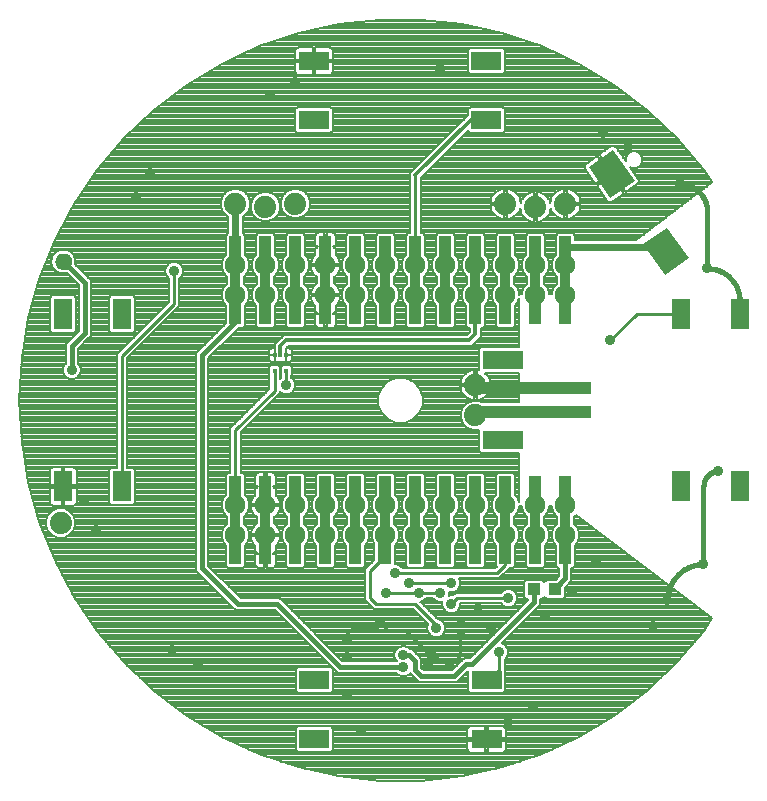
<source format=gbl>
G75*
%MOIN*%
%OFA0B0*%
%FSLAX25Y25*%
%IPPOS*%
%LPD*%
%AMOC8*
5,1,8,0,0,1.08239X$1,22.5*
%
%ADD10R,0.06299X0.10000*%
%ADD11R,0.10000X0.06299*%
%ADD12R,0.18110X0.03937*%
%ADD13R,0.13386X0.06299*%
%ADD14R,0.01181X0.01772*%
%ADD15C,0.07400*%
%ADD16R,0.12598X0.09843*%
%ADD17C,0.06900*%
%ADD18R,0.03900X0.07200*%
%ADD19C,0.03200*%
%ADD20R,0.04331X0.03937*%
%ADD21C,0.01000*%
%ADD22C,0.04000*%
%ADD23C,0.01600*%
%ADD24C,0.00800*%
%ADD25C,0.03600*%
%ADD26C,0.03200*%
%ADD27C,0.01500*%
%ADD28C,0.02400*%
%ADD29C,0.01200*%
D10*
X0023957Y0103060D03*
X0043643Y0103060D03*
X0229757Y0103060D03*
X0249443Y0103060D03*
X0249443Y0160540D03*
X0229757Y0160540D03*
X0043643Y0160540D03*
X0023957Y0160540D03*
D11*
X0107560Y0225157D03*
X0165040Y0225157D03*
X0165040Y0244843D03*
X0107560Y0244843D03*
X0107660Y0038443D03*
X0165140Y0038443D03*
X0165140Y0018757D03*
X0107660Y0018757D03*
D12*
X0190967Y0127863D03*
X0190967Y0135737D03*
D13*
X0170494Y0145186D03*
X0170494Y0118414D03*
D14*
X0098369Y0141485D03*
X0094431Y0141485D03*
X0094431Y0146800D03*
X0096400Y0146800D03*
X0098369Y0146800D03*
D15*
X0161400Y0136800D03*
X0161400Y0126800D03*
X0023100Y0090900D03*
X0081400Y0197300D03*
X0091400Y0196300D03*
X0101400Y0197300D03*
X0171400Y0197300D03*
X0181400Y0196300D03*
X0191400Y0197300D03*
D16*
G36*
X0206349Y0199218D02*
X0199123Y0209537D01*
X0207185Y0215182D01*
X0214411Y0204863D01*
X0206349Y0199218D01*
G37*
G36*
X0224415Y0173418D02*
X0217189Y0183737D01*
X0225251Y0189382D01*
X0232477Y0179063D01*
X0224415Y0173418D01*
G37*
D17*
X0191400Y0176800D03*
X0181400Y0176800D03*
X0171400Y0176800D03*
X0161400Y0176800D03*
X0151400Y0176800D03*
X0141400Y0176800D03*
X0131400Y0176800D03*
X0121400Y0176800D03*
X0111400Y0176800D03*
X0101400Y0176800D03*
X0091400Y0176800D03*
X0081400Y0176800D03*
X0081400Y0166800D03*
X0091400Y0166800D03*
X0101400Y0166800D03*
X0111400Y0166800D03*
X0121400Y0166800D03*
X0131400Y0166800D03*
X0141400Y0166800D03*
X0151400Y0166800D03*
X0161400Y0166800D03*
X0171400Y0166800D03*
X0181400Y0166800D03*
X0191400Y0166800D03*
X0191400Y0096800D03*
X0181400Y0096800D03*
X0171400Y0096800D03*
X0161400Y0096800D03*
X0151400Y0096800D03*
X0141400Y0096800D03*
X0131400Y0096800D03*
X0121400Y0096800D03*
X0111400Y0096800D03*
X0101400Y0096800D03*
X0091400Y0096800D03*
X0081400Y0096800D03*
X0081400Y0086800D03*
X0091400Y0086800D03*
X0101400Y0086800D03*
X0111400Y0086800D03*
X0121400Y0086800D03*
X0131400Y0086800D03*
X0141400Y0086800D03*
X0151400Y0086800D03*
X0161400Y0086800D03*
X0171400Y0086800D03*
X0181400Y0086800D03*
X0191400Y0086800D03*
D18*
X0191400Y0080800D03*
X0181400Y0080800D03*
X0171400Y0080800D03*
X0161400Y0080800D03*
X0151400Y0080800D03*
X0141400Y0080800D03*
X0131400Y0080800D03*
X0121400Y0080800D03*
X0111400Y0080800D03*
X0101400Y0080800D03*
X0091400Y0080800D03*
X0081400Y0080800D03*
X0081400Y0102800D03*
X0091400Y0102800D03*
X0101400Y0102800D03*
X0111400Y0102800D03*
X0121400Y0102800D03*
X0131400Y0102800D03*
X0141400Y0102800D03*
X0151400Y0102800D03*
X0161400Y0102800D03*
X0171400Y0102800D03*
X0181400Y0102800D03*
X0191400Y0102800D03*
X0191400Y0160800D03*
X0181400Y0160800D03*
X0171400Y0160800D03*
X0161400Y0160800D03*
X0151400Y0160800D03*
X0141400Y0160800D03*
X0131400Y0160800D03*
X0121400Y0160800D03*
X0111400Y0160800D03*
X0101400Y0160800D03*
X0091400Y0160800D03*
X0081400Y0160800D03*
X0081400Y0182800D03*
X0091400Y0182800D03*
X0101400Y0182800D03*
X0111400Y0182800D03*
X0121400Y0182800D03*
X0131400Y0182800D03*
X0141400Y0182800D03*
X0151400Y0182800D03*
X0161400Y0182800D03*
X0171400Y0182800D03*
X0181400Y0182800D03*
X0191400Y0182800D03*
D19*
X0191400Y0181800D02*
X0191400Y0161800D01*
X0181400Y0161800D02*
X0181400Y0181800D01*
X0171400Y0181800D02*
X0171400Y0161800D01*
X0161400Y0161800D02*
X0161400Y0181800D01*
X0151400Y0181800D02*
X0151400Y0161800D01*
X0141400Y0161800D02*
X0141400Y0181800D01*
X0131400Y0181800D02*
X0131400Y0161800D01*
X0121400Y0161800D02*
X0121400Y0181800D01*
X0111400Y0181800D02*
X0111400Y0161800D01*
X0101400Y0161800D02*
X0101400Y0181800D01*
X0091400Y0181800D02*
X0091400Y0161800D01*
X0081400Y0161800D02*
X0081400Y0181800D01*
X0081400Y0101800D02*
X0081400Y0081800D01*
X0091400Y0081800D02*
X0091400Y0101800D01*
X0101400Y0101800D02*
X0101400Y0081800D01*
X0111400Y0081800D02*
X0111400Y0101800D01*
X0121400Y0101800D02*
X0121400Y0081800D01*
X0131400Y0081800D02*
X0131400Y0101800D01*
X0141400Y0101800D02*
X0141400Y0081800D01*
X0151400Y0081800D02*
X0151400Y0101800D01*
X0161400Y0101800D02*
X0161400Y0081800D01*
X0171400Y0081800D02*
X0171400Y0101800D01*
X0181400Y0101800D02*
X0181400Y0081800D01*
X0191400Y0081800D02*
X0191400Y0101800D01*
D20*
X0187746Y0068800D03*
X0181054Y0068800D03*
D21*
X0172400Y0065800D02*
X0155400Y0065800D01*
X0153400Y0063800D01*
X0154400Y0064800D01*
X0149600Y0067600D02*
X0142700Y0067600D01*
X0131500Y0067600D01*
X0128400Y0063800D02*
X0126400Y0065800D01*
X0126400Y0074800D01*
X0129400Y0077800D01*
X0129400Y0084800D01*
X0131400Y0086800D01*
X0122400Y0080800D02*
X0121400Y0080800D01*
X0134600Y0074100D02*
X0168700Y0074100D01*
X0171400Y0076800D01*
X0171400Y0080800D01*
X0153400Y0070800D02*
X0139400Y0070800D01*
X0141400Y0063800D02*
X0128400Y0063800D01*
X0141400Y0063800D02*
X0148400Y0056800D01*
X0148400Y0055800D01*
X0156400Y0053375D02*
X0156680Y0053655D01*
X0156400Y0053375D02*
X0156400Y0046800D01*
X0152800Y0043200D01*
X0146600Y0047200D01*
X0145600Y0047600D01*
X0138400Y0054800D01*
X0132535Y0054800D01*
X0129680Y0057655D01*
X0128535Y0055800D01*
X0120400Y0055800D01*
X0118600Y0054000D01*
X0118600Y0052200D01*
X0146600Y0047200D02*
X0146000Y0042800D01*
X0165140Y0038443D02*
X0166043Y0038443D01*
X0169400Y0041800D01*
X0169400Y0047800D01*
X0081400Y0102800D02*
X0081400Y0104800D01*
X0081400Y0121800D01*
X0094431Y0134831D01*
X0094431Y0141485D01*
X0098369Y0141485D02*
X0098369Y0139831D01*
X0098400Y0136800D01*
X0061000Y0163900D02*
X0043643Y0146543D01*
X0043643Y0103060D01*
X0206400Y0151800D02*
X0215140Y0160540D01*
X0229757Y0160540D01*
X0249443Y0161157D02*
X0249443Y0164957D01*
X0161400Y0162800D02*
X0161400Y0160800D01*
X0131400Y0160800D02*
X0131400Y0166800D01*
X0141400Y0182800D02*
X0141400Y0206800D01*
X0061000Y0174900D02*
X0061000Y0163900D01*
X0025857Y0176839D02*
X0025556Y0176503D01*
X0025195Y0176232D01*
X0024788Y0176037D01*
X0024351Y0175925D01*
X0023900Y0175900D01*
X0023471Y0175942D01*
X0023058Y0176067D01*
X0022678Y0176271D01*
X0022344Y0176544D01*
X0022071Y0176878D01*
X0021867Y0177258D01*
X0021742Y0177671D01*
X0021700Y0178100D01*
X0021742Y0178529D01*
X0021867Y0178942D01*
X0022071Y0179322D01*
X0022344Y0179656D01*
X0022678Y0179929D01*
X0023058Y0180133D01*
X0023471Y0180258D01*
X0023900Y0180300D01*
X0024300Y0180300D01*
X0024765Y0180225D01*
X0025201Y0180049D01*
X0025588Y0179780D01*
X0025904Y0179431D01*
X0026135Y0179021D01*
X0026270Y0178570D01*
X0026300Y0178100D01*
X0026236Y0177653D01*
X0026087Y0177227D01*
X0025857Y0176839D01*
X0025588Y0176539D02*
X0022350Y0176539D01*
X0021783Y0177538D02*
X0026196Y0177538D01*
X0026272Y0178537D02*
X0021744Y0178537D01*
X0022245Y0179535D02*
X0025810Y0179535D01*
D22*
X0161400Y0136800D02*
X0162463Y0135737D01*
X0190967Y0135737D01*
X0190967Y0127863D02*
X0162463Y0127863D01*
X0161400Y0126800D01*
D23*
X0237400Y0103200D02*
X0237400Y0077200D01*
X0237110Y0077196D01*
X0236820Y0077186D01*
X0236531Y0077168D01*
X0236242Y0077144D01*
X0235954Y0077113D01*
X0235666Y0077074D01*
X0235380Y0077029D01*
X0235094Y0076976D01*
X0234811Y0076917D01*
X0234528Y0076851D01*
X0234248Y0076779D01*
X0233969Y0076699D01*
X0233692Y0076613D01*
X0233417Y0076520D01*
X0233145Y0076420D01*
X0232875Y0076314D01*
X0232608Y0076202D01*
X0232343Y0076082D01*
X0232082Y0075957D01*
X0231823Y0075825D01*
X0231568Y0075688D01*
X0231316Y0075544D01*
X0231068Y0075394D01*
X0230824Y0075238D01*
X0230583Y0075076D01*
X0230347Y0074908D01*
X0230114Y0074735D01*
X0229886Y0074556D01*
X0229662Y0074372D01*
X0229443Y0074182D01*
X0229228Y0073987D01*
X0229018Y0073787D01*
X0228813Y0073582D01*
X0228613Y0073372D01*
X0228418Y0073157D01*
X0228228Y0072938D01*
X0228044Y0072714D01*
X0227865Y0072486D01*
X0227692Y0072253D01*
X0227524Y0072017D01*
X0227362Y0071776D01*
X0227206Y0071532D01*
X0227056Y0071284D01*
X0226912Y0071032D01*
X0226775Y0070777D01*
X0226643Y0070518D01*
X0226518Y0070257D01*
X0226398Y0069992D01*
X0226286Y0069725D01*
X0226180Y0069455D01*
X0226080Y0069183D01*
X0225987Y0068908D01*
X0225901Y0068631D01*
X0225821Y0068352D01*
X0225749Y0068072D01*
X0225683Y0067789D01*
X0225624Y0067506D01*
X0225571Y0067220D01*
X0225526Y0066934D01*
X0225487Y0066646D01*
X0225456Y0066358D01*
X0225432Y0066069D01*
X0225414Y0065780D01*
X0225404Y0065490D01*
X0225400Y0065200D01*
X0191400Y0072454D02*
X0187746Y0068800D01*
X0191400Y0072454D02*
X0191400Y0080800D01*
X0191400Y0096800D01*
X0191400Y0102800D01*
X0181400Y0102800D02*
X0181400Y0096800D01*
X0181400Y0086800D01*
X0181400Y0080800D01*
X0171400Y0080800D02*
X0171400Y0086800D01*
X0171400Y0096800D01*
X0171400Y0102800D01*
X0161400Y0102800D02*
X0161400Y0096800D01*
X0161400Y0086800D01*
X0161400Y0080800D01*
X0151400Y0080800D02*
X0151400Y0086800D01*
X0151400Y0096800D01*
X0151400Y0102800D01*
X0141400Y0102800D02*
X0141400Y0096800D01*
X0141400Y0086800D01*
X0141400Y0080800D01*
X0131400Y0080800D02*
X0131400Y0086800D01*
X0131400Y0096800D01*
X0131400Y0102800D01*
X0121400Y0102800D02*
X0121400Y0096800D01*
X0121400Y0086800D01*
X0121400Y0080800D01*
X0111400Y0080800D02*
X0111400Y0086800D01*
X0111400Y0096800D01*
X0111400Y0102800D01*
X0101400Y0102800D02*
X0101400Y0096800D01*
X0101400Y0086800D01*
X0101400Y0080800D01*
X0081400Y0080800D02*
X0081400Y0086800D01*
X0081400Y0096800D01*
X0081400Y0104800D01*
X0070400Y0075800D02*
X0082400Y0063800D01*
X0095400Y0063800D01*
X0114400Y0044800D01*
X0160400Y0043800D02*
X0181054Y0064454D01*
X0181054Y0068800D01*
X0191400Y0080800D02*
X0191400Y0086800D01*
X0237400Y0103200D02*
X0237402Y0103340D01*
X0237408Y0103480D01*
X0237418Y0103620D01*
X0237431Y0103760D01*
X0237449Y0103899D01*
X0237471Y0104038D01*
X0237496Y0104175D01*
X0237525Y0104313D01*
X0237558Y0104449D01*
X0237595Y0104584D01*
X0237636Y0104718D01*
X0237681Y0104851D01*
X0237729Y0104983D01*
X0237781Y0105113D01*
X0237836Y0105242D01*
X0237895Y0105369D01*
X0237958Y0105495D01*
X0238024Y0105619D01*
X0238093Y0105740D01*
X0238166Y0105860D01*
X0238243Y0105978D01*
X0238322Y0106093D01*
X0238405Y0106207D01*
X0238491Y0106317D01*
X0238580Y0106426D01*
X0238672Y0106532D01*
X0238767Y0106635D01*
X0238864Y0106736D01*
X0238965Y0106833D01*
X0239068Y0106928D01*
X0239174Y0107020D01*
X0239283Y0107109D01*
X0239393Y0107195D01*
X0239507Y0107278D01*
X0239622Y0107357D01*
X0239740Y0107434D01*
X0239860Y0107507D01*
X0239981Y0107576D01*
X0240105Y0107642D01*
X0240231Y0107705D01*
X0240358Y0107764D01*
X0240487Y0107819D01*
X0240617Y0107871D01*
X0240749Y0107919D01*
X0240882Y0107964D01*
X0241016Y0108005D01*
X0241151Y0108042D01*
X0241287Y0108075D01*
X0241425Y0108104D01*
X0241562Y0108129D01*
X0241701Y0108151D01*
X0241840Y0108169D01*
X0241980Y0108182D01*
X0242120Y0108192D01*
X0242260Y0108198D01*
X0242400Y0108200D01*
X0081400Y0157800D02*
X0070400Y0146800D01*
X0070400Y0075800D01*
X0026800Y0141800D02*
X0026800Y0149800D01*
X0031200Y0154200D01*
X0031200Y0171000D01*
X0023900Y0178300D01*
X0081400Y0176800D02*
X0081400Y0160800D01*
X0081400Y0157800D01*
X0081400Y0160800D02*
X0081400Y0166800D01*
X0161400Y0166800D02*
X0161400Y0162800D01*
X0171400Y0160800D02*
X0171400Y0166800D01*
X0171400Y0176800D01*
X0171400Y0182800D01*
X0161400Y0182800D02*
X0161400Y0176800D01*
X0161400Y0166800D01*
X0181400Y0166800D02*
X0181400Y0160800D01*
X0191400Y0160800D02*
X0191400Y0166800D01*
X0191400Y0176800D01*
X0191400Y0182800D01*
X0181400Y0182800D02*
X0181400Y0176800D01*
X0181400Y0166800D01*
X0238600Y0175800D02*
X0238600Y0194800D01*
X0238597Y0195017D01*
X0238589Y0195235D01*
X0238576Y0195452D01*
X0238558Y0195669D01*
X0238534Y0195885D01*
X0238506Y0196100D01*
X0238472Y0196315D01*
X0238432Y0196529D01*
X0238388Y0196742D01*
X0238338Y0196954D01*
X0238284Y0197164D01*
X0238224Y0197374D01*
X0238160Y0197581D01*
X0238090Y0197787D01*
X0238015Y0197991D01*
X0237936Y0198194D01*
X0237851Y0198394D01*
X0237762Y0198593D01*
X0237668Y0198789D01*
X0237569Y0198983D01*
X0237466Y0199174D01*
X0237358Y0199363D01*
X0237245Y0199549D01*
X0237128Y0199732D01*
X0237007Y0199913D01*
X0236881Y0200090D01*
X0236751Y0200264D01*
X0236617Y0200436D01*
X0236479Y0200604D01*
X0236337Y0200768D01*
X0236190Y0200929D01*
X0236040Y0201087D01*
X0235887Y0201240D01*
X0235729Y0201390D01*
X0235568Y0201537D01*
X0235404Y0201679D01*
X0235236Y0201817D01*
X0235064Y0201951D01*
X0234890Y0202081D01*
X0234713Y0202207D01*
X0234532Y0202328D01*
X0234349Y0202445D01*
X0234163Y0202558D01*
X0233974Y0202666D01*
X0233783Y0202769D01*
X0233589Y0202868D01*
X0233393Y0202962D01*
X0233194Y0203051D01*
X0232994Y0203136D01*
X0232791Y0203215D01*
X0232587Y0203290D01*
X0232381Y0203360D01*
X0232174Y0203424D01*
X0231964Y0203484D01*
X0231754Y0203538D01*
X0231542Y0203588D01*
X0231329Y0203632D01*
X0231115Y0203672D01*
X0230900Y0203706D01*
X0230685Y0203734D01*
X0230469Y0203758D01*
X0230252Y0203776D01*
X0230035Y0203789D01*
X0229817Y0203797D01*
X0229600Y0203800D01*
X0249443Y0161157D02*
X0249443Y0160540D01*
D24*
X0101460Y0020964D02*
X0074635Y0020964D01*
X0075962Y0020166D02*
X0101460Y0020166D01*
X0101460Y0019367D02*
X0077402Y0019367D01*
X0076912Y0019594D02*
X0065129Y0026683D01*
X0054182Y0035005D01*
X0044199Y0044462D01*
X0035296Y0054943D01*
X0027579Y0066325D01*
X0021138Y0078474D01*
X0016048Y0091249D01*
X0012369Y0104499D01*
X0010144Y0118069D01*
X0009400Y0131800D01*
X0010144Y0145531D01*
X0012369Y0159101D01*
X0016048Y0172351D01*
X0021138Y0185126D01*
X0027579Y0197275D01*
X0035296Y0208657D01*
X0044199Y0219138D01*
X0054182Y0228595D01*
X0065129Y0236916D01*
X0076912Y0244006D01*
X0089392Y0249780D01*
X0102424Y0254171D01*
X0115854Y0257127D01*
X0129524Y0258614D01*
X0143276Y0258614D01*
X0156946Y0257127D01*
X0170376Y0254171D01*
X0183408Y0249780D01*
X0195888Y0244006D01*
X0207671Y0236916D01*
X0218618Y0228595D01*
X0228601Y0219138D01*
X0237504Y0208657D01*
X0240381Y0204414D01*
X0214979Y0185200D01*
X0194550Y0185200D01*
X0194550Y0186897D01*
X0193847Y0187600D01*
X0188953Y0187600D01*
X0188250Y0186897D01*
X0188250Y0180226D01*
X0187458Y0179434D01*
X0186750Y0177725D01*
X0186750Y0175875D01*
X0187458Y0174166D01*
X0188600Y0173024D01*
X0188600Y0170576D01*
X0187458Y0169434D01*
X0186750Y0167725D01*
X0186750Y0167200D01*
X0186050Y0167200D01*
X0186050Y0167725D01*
X0185342Y0169434D01*
X0184200Y0170576D01*
X0184200Y0173024D01*
X0185342Y0174166D01*
X0186050Y0175875D01*
X0186050Y0177725D01*
X0185342Y0179434D01*
X0184550Y0180226D01*
X0184550Y0186897D01*
X0183847Y0187600D01*
X0178953Y0187600D01*
X0178250Y0186897D01*
X0178250Y0180226D01*
X0177458Y0179434D01*
X0176750Y0177725D01*
X0176750Y0175875D01*
X0177458Y0174166D01*
X0178600Y0173024D01*
X0178600Y0170576D01*
X0177458Y0169434D01*
X0176750Y0167725D01*
X0176750Y0167200D01*
X0176234Y0167200D01*
X0176050Y0167016D01*
X0176050Y0167725D01*
X0175342Y0169434D01*
X0174200Y0170576D01*
X0174200Y0173024D01*
X0175342Y0174166D01*
X0176050Y0175875D01*
X0176050Y0177725D01*
X0175342Y0179434D01*
X0174550Y0180226D01*
X0174550Y0186897D01*
X0173847Y0187600D01*
X0168953Y0187600D01*
X0168250Y0186897D01*
X0168250Y0180226D01*
X0167458Y0179434D01*
X0166750Y0177725D01*
X0166750Y0175875D01*
X0167458Y0174166D01*
X0168600Y0173024D01*
X0168600Y0170576D01*
X0167458Y0169434D01*
X0166750Y0167725D01*
X0166750Y0165875D01*
X0167458Y0164166D01*
X0168250Y0163374D01*
X0168250Y0156703D01*
X0168953Y0156000D01*
X0173847Y0156000D01*
X0174550Y0156703D01*
X0174550Y0163374D01*
X0175342Y0164166D01*
X0176000Y0165754D01*
X0176000Y0149535D01*
X0163305Y0149535D01*
X0162602Y0148832D01*
X0162602Y0141772D01*
X0162594Y0141774D01*
X0161801Y0141900D01*
X0161800Y0141900D01*
X0161800Y0137200D01*
X0166500Y0137200D01*
X0166500Y0137201D01*
X0166374Y0137994D01*
X0166126Y0138758D01*
X0165762Y0139473D01*
X0165290Y0140122D01*
X0164722Y0140690D01*
X0164521Y0140836D01*
X0176000Y0140836D01*
X0176000Y0131063D01*
X0163913Y0131063D01*
X0162375Y0131700D01*
X0160425Y0131700D01*
X0158624Y0130954D01*
X0157246Y0129576D01*
X0156500Y0127775D01*
X0156500Y0125825D01*
X0157246Y0124024D01*
X0158624Y0122646D01*
X0160425Y0121900D01*
X0162375Y0121900D01*
X0162602Y0121994D01*
X0162602Y0114768D01*
X0163305Y0114065D01*
X0176000Y0114065D01*
X0176000Y0097846D01*
X0175342Y0099434D01*
X0174550Y0100226D01*
X0174550Y0106897D01*
X0173847Y0107600D01*
X0168953Y0107600D01*
X0168250Y0106897D01*
X0168250Y0100226D01*
X0167458Y0099434D01*
X0166750Y0097725D01*
X0166750Y0095875D01*
X0167458Y0094166D01*
X0168600Y0093024D01*
X0168600Y0090576D01*
X0167458Y0089434D01*
X0166750Y0087725D01*
X0166750Y0085875D01*
X0167458Y0084166D01*
X0168250Y0083374D01*
X0168250Y0076703D01*
X0168574Y0076379D01*
X0167996Y0075800D01*
X0137143Y0075800D01*
X0136299Y0076643D01*
X0135197Y0077100D01*
X0134550Y0077100D01*
X0134550Y0083374D01*
X0135342Y0084166D01*
X0136050Y0085875D01*
X0136050Y0087725D01*
X0135342Y0089434D01*
X0134200Y0090576D01*
X0134200Y0093024D01*
X0135342Y0094166D01*
X0136050Y0095875D01*
X0136050Y0097725D01*
X0135342Y0099434D01*
X0134550Y0100226D01*
X0134550Y0106897D01*
X0133847Y0107600D01*
X0128953Y0107600D01*
X0128250Y0106897D01*
X0128250Y0100226D01*
X0127458Y0099434D01*
X0126750Y0097725D01*
X0126750Y0095875D01*
X0127458Y0094166D01*
X0128600Y0093024D01*
X0128600Y0090576D01*
X0127458Y0089434D01*
X0126750Y0087725D01*
X0126750Y0085875D01*
X0127458Y0084166D01*
X0127700Y0083924D01*
X0127700Y0078504D01*
X0124700Y0075504D01*
X0124700Y0065096D01*
X0125696Y0064100D01*
X0127696Y0062100D01*
X0140696Y0062100D01*
X0145693Y0057103D01*
X0145400Y0056397D01*
X0145400Y0055203D01*
X0145857Y0054101D01*
X0146701Y0053257D01*
X0147803Y0052800D01*
X0148997Y0052800D01*
X0150099Y0053257D01*
X0150943Y0054101D01*
X0151400Y0055203D01*
X0151400Y0056397D01*
X0150943Y0057499D01*
X0150099Y0058343D01*
X0148997Y0058800D01*
X0148804Y0058800D01*
X0143100Y0064504D01*
X0143004Y0064600D01*
X0143297Y0064600D01*
X0144399Y0065057D01*
X0145243Y0065900D01*
X0147057Y0065900D01*
X0147901Y0065057D01*
X0149003Y0064600D01*
X0150197Y0064600D01*
X0150544Y0064744D01*
X0150400Y0064397D01*
X0150400Y0063203D01*
X0150857Y0062101D01*
X0151701Y0061257D01*
X0152803Y0060800D01*
X0153997Y0060800D01*
X0155099Y0061257D01*
X0155943Y0062101D01*
X0156400Y0063203D01*
X0156400Y0064100D01*
X0169857Y0064100D01*
X0170701Y0063257D01*
X0171803Y0062800D01*
X0172997Y0062800D01*
X0174099Y0063257D01*
X0174943Y0064101D01*
X0175400Y0065203D01*
X0175400Y0066397D01*
X0174943Y0067499D01*
X0174099Y0068343D01*
X0172997Y0068800D01*
X0171803Y0068800D01*
X0170701Y0068343D01*
X0169857Y0067500D01*
X0154696Y0067500D01*
X0153996Y0066800D01*
X0152803Y0066800D01*
X0152456Y0066656D01*
X0152600Y0067003D01*
X0152600Y0067884D01*
X0152803Y0067800D01*
X0153997Y0067800D01*
X0155099Y0068257D01*
X0155943Y0069101D01*
X0156400Y0070203D01*
X0156400Y0071397D01*
X0155984Y0072400D01*
X0169404Y0072400D01*
X0173004Y0076000D01*
X0173847Y0076000D01*
X0174550Y0076703D01*
X0174550Y0083374D01*
X0175342Y0084166D01*
X0176050Y0085875D01*
X0176050Y0087725D01*
X0175342Y0089434D01*
X0174200Y0090576D01*
X0174200Y0093024D01*
X0175342Y0094166D01*
X0176050Y0095875D01*
X0176050Y0096584D01*
X0176234Y0096400D01*
X0176750Y0096400D01*
X0176750Y0095875D01*
X0177458Y0094166D01*
X0178600Y0093024D01*
X0178600Y0090576D01*
X0177458Y0089434D01*
X0176750Y0087725D01*
X0176750Y0085875D01*
X0177458Y0084166D01*
X0178250Y0083374D01*
X0178250Y0076703D01*
X0178953Y0076000D01*
X0183847Y0076000D01*
X0184550Y0076703D01*
X0184550Y0083374D01*
X0185342Y0084166D01*
X0186050Y0085875D01*
X0186050Y0087725D01*
X0185342Y0089434D01*
X0184200Y0090576D01*
X0184200Y0093024D01*
X0185342Y0094166D01*
X0186050Y0095875D01*
X0186050Y0096400D01*
X0186750Y0096400D01*
X0186750Y0095875D01*
X0187458Y0094166D01*
X0188600Y0093024D01*
X0188600Y0090576D01*
X0187458Y0089434D01*
X0186750Y0087725D01*
X0186750Y0085875D01*
X0187458Y0084166D01*
X0188250Y0083374D01*
X0188250Y0076703D01*
X0188953Y0076000D01*
X0189400Y0076000D01*
X0189400Y0073282D01*
X0188087Y0071968D01*
X0185084Y0071968D01*
X0184400Y0071284D01*
X0183716Y0071968D01*
X0178391Y0071968D01*
X0177688Y0071266D01*
X0177688Y0066334D01*
X0178391Y0065631D01*
X0179054Y0065631D01*
X0179054Y0065282D01*
X0159522Y0045750D01*
X0157592Y0045750D01*
X0153592Y0041750D01*
X0144208Y0041750D01*
X0143350Y0042608D01*
X0143350Y0045608D01*
X0142208Y0046750D01*
X0140208Y0048750D01*
X0139693Y0048750D01*
X0139099Y0049343D01*
X0137997Y0049800D01*
X0136803Y0049800D01*
X0135701Y0049343D01*
X0134857Y0048499D01*
X0134400Y0047397D01*
X0134400Y0046203D01*
X0134857Y0045101D01*
X0135157Y0044800D01*
X0135107Y0044750D01*
X0117208Y0044750D01*
X0116400Y0045558D01*
X0116400Y0045628D01*
X0096228Y0065800D01*
X0083228Y0065800D01*
X0072400Y0076628D01*
X0072400Y0145972D01*
X0082428Y0156000D01*
X0083847Y0156000D01*
X0084550Y0156703D01*
X0084550Y0163374D01*
X0085342Y0164166D01*
X0086050Y0165875D01*
X0086050Y0167725D01*
X0085342Y0169434D01*
X0084200Y0170576D01*
X0084200Y0173024D01*
X0085342Y0174166D01*
X0086050Y0175875D01*
X0086050Y0177725D01*
X0085342Y0179434D01*
X0084550Y0180226D01*
X0084550Y0186897D01*
X0083847Y0187600D01*
X0083800Y0187600D01*
X0083800Y0192990D01*
X0084176Y0193146D01*
X0085554Y0194524D01*
X0086300Y0196325D01*
X0086300Y0198275D01*
X0085554Y0200076D01*
X0084176Y0201454D01*
X0082375Y0202200D01*
X0080425Y0202200D01*
X0078624Y0201454D01*
X0077246Y0200076D01*
X0076500Y0198275D01*
X0076500Y0196325D01*
X0077246Y0194524D01*
X0078624Y0193146D01*
X0079000Y0192990D01*
X0079000Y0187600D01*
X0078953Y0187600D01*
X0078250Y0186897D01*
X0078250Y0180226D01*
X0077458Y0179434D01*
X0076750Y0177725D01*
X0076750Y0175875D01*
X0077458Y0174166D01*
X0078600Y0173024D01*
X0078600Y0170576D01*
X0077458Y0169434D01*
X0076750Y0167725D01*
X0076750Y0165875D01*
X0077458Y0164166D01*
X0078250Y0163374D01*
X0078250Y0157478D01*
X0069572Y0148800D01*
X0068400Y0147628D01*
X0068400Y0074972D01*
X0080400Y0062972D01*
X0081572Y0061800D01*
X0094572Y0061800D01*
X0113572Y0042800D01*
X0113642Y0042800D01*
X0114450Y0041992D01*
X0115592Y0040850D01*
X0135107Y0040850D01*
X0135701Y0040257D01*
X0136803Y0039800D01*
X0137997Y0039800D01*
X0139099Y0040257D01*
X0139642Y0040800D01*
X0141450Y0038992D01*
X0142592Y0037850D01*
X0155208Y0037850D01*
X0156350Y0038992D01*
X0156350Y0038992D01*
X0158940Y0041582D01*
X0158940Y0034796D01*
X0159643Y0034093D01*
X0170637Y0034093D01*
X0171340Y0034796D01*
X0171340Y0042089D01*
X0171100Y0042329D01*
X0171100Y0045257D01*
X0171943Y0046101D01*
X0172400Y0047203D01*
X0172400Y0048397D01*
X0171943Y0049499D01*
X0171099Y0050343D01*
X0170161Y0050732D01*
X0183054Y0063625D01*
X0183054Y0065631D01*
X0183716Y0065631D01*
X0184400Y0066316D01*
X0185084Y0065631D01*
X0190409Y0065631D01*
X0191112Y0066334D01*
X0191112Y0069337D01*
X0193400Y0071625D01*
X0193400Y0076000D01*
X0193847Y0076000D01*
X0194550Y0076703D01*
X0194550Y0083374D01*
X0195342Y0084166D01*
X0196050Y0085875D01*
X0196050Y0087725D01*
X0195342Y0089434D01*
X0194200Y0090576D01*
X0194200Y0093024D01*
X0194823Y0093647D01*
X0240381Y0059186D01*
X0237504Y0054943D01*
X0228601Y0044462D01*
X0218618Y0035005D01*
X0207671Y0026683D01*
X0195888Y0019594D01*
X0183408Y0013820D01*
X0170376Y0009429D01*
X0156946Y0006473D01*
X0143276Y0004986D01*
X0129524Y0004986D01*
X0115854Y0006473D01*
X0102424Y0009429D01*
X0089392Y0013820D01*
X0076912Y0019594D01*
X0079128Y0018569D02*
X0101460Y0018569D01*
X0101460Y0017770D02*
X0080854Y0017770D01*
X0082580Y0016972D02*
X0101460Y0016972D01*
X0101460Y0016173D02*
X0084306Y0016173D01*
X0086032Y0015375D02*
X0101460Y0015375D01*
X0101460Y0015111D02*
X0102163Y0014408D01*
X0113157Y0014408D01*
X0113860Y0015111D01*
X0113860Y0022404D01*
X0113157Y0023107D01*
X0102163Y0023107D01*
X0101460Y0022404D01*
X0101460Y0015111D01*
X0101994Y0014576D02*
X0087758Y0014576D01*
X0089518Y0013778D02*
X0183282Y0013778D01*
X0185042Y0014576D02*
X0171088Y0014576D01*
X0171000Y0014488D02*
X0171260Y0014748D01*
X0171445Y0015067D01*
X0171540Y0015424D01*
X0171540Y0018357D01*
X0165540Y0018357D01*
X0165540Y0014208D01*
X0170324Y0014208D01*
X0170681Y0014303D01*
X0171000Y0014488D01*
X0171527Y0015375D02*
X0186768Y0015375D01*
X0188494Y0016173D02*
X0171540Y0016173D01*
X0171540Y0016972D02*
X0190220Y0016972D01*
X0191946Y0017770D02*
X0171540Y0017770D01*
X0171540Y0019157D02*
X0165540Y0019157D01*
X0165540Y0018357D01*
X0164740Y0018357D01*
X0164740Y0014208D01*
X0159956Y0014208D01*
X0159600Y0014303D01*
X0159281Y0014488D01*
X0159020Y0014748D01*
X0158836Y0015067D01*
X0158740Y0015424D01*
X0158740Y0018357D01*
X0164740Y0018357D01*
X0164740Y0019157D01*
X0158740Y0019157D01*
X0158740Y0022091D01*
X0158836Y0022447D01*
X0159020Y0022767D01*
X0159281Y0023027D01*
X0159600Y0023212D01*
X0159956Y0023307D01*
X0164740Y0023307D01*
X0164740Y0019158D01*
X0165540Y0019158D01*
X0165540Y0023307D01*
X0170324Y0023307D01*
X0170681Y0023212D01*
X0171000Y0023027D01*
X0171260Y0022767D01*
X0171445Y0022447D01*
X0171540Y0022091D01*
X0171540Y0019157D01*
X0171540Y0019367D02*
X0195398Y0019367D01*
X0196838Y0020166D02*
X0171540Y0020166D01*
X0171540Y0020964D02*
X0198165Y0020964D01*
X0199492Y0021763D02*
X0171540Y0021763D01*
X0171379Y0022561D02*
X0200820Y0022561D01*
X0202147Y0023360D02*
X0070653Y0023360D01*
X0069326Y0024158D02*
X0203474Y0024158D01*
X0204801Y0024957D02*
X0067999Y0024957D01*
X0066672Y0025755D02*
X0206128Y0025755D01*
X0207455Y0026554D02*
X0065345Y0026554D01*
X0064249Y0027352D02*
X0208551Y0027352D01*
X0209601Y0028151D02*
X0063199Y0028151D01*
X0062149Y0028949D02*
X0210652Y0028949D01*
X0211702Y0029748D02*
X0061098Y0029748D01*
X0060048Y0030546D02*
X0212752Y0030546D01*
X0213803Y0031345D02*
X0058997Y0031345D01*
X0057947Y0032143D02*
X0214853Y0032143D01*
X0215904Y0032942D02*
X0056896Y0032942D01*
X0055846Y0033740D02*
X0216954Y0033740D01*
X0218004Y0034539D02*
X0171083Y0034539D01*
X0171340Y0035337D02*
X0218969Y0035337D01*
X0219812Y0036136D02*
X0171340Y0036136D01*
X0171340Y0036934D02*
X0220655Y0036934D01*
X0221498Y0037733D02*
X0171340Y0037733D01*
X0171340Y0038532D02*
X0222341Y0038532D01*
X0223184Y0039330D02*
X0171340Y0039330D01*
X0171340Y0040129D02*
X0224027Y0040129D01*
X0224869Y0040927D02*
X0171340Y0040927D01*
X0171340Y0041726D02*
X0225712Y0041726D01*
X0226555Y0042524D02*
X0171100Y0042524D01*
X0171100Y0043323D02*
X0227398Y0043323D01*
X0228241Y0044121D02*
X0171100Y0044121D01*
X0171100Y0044920D02*
X0228990Y0044920D01*
X0229668Y0045718D02*
X0171561Y0045718D01*
X0172116Y0046517D02*
X0230347Y0046517D01*
X0231025Y0047315D02*
X0172400Y0047315D01*
X0172400Y0048114D02*
X0231703Y0048114D01*
X0232381Y0048912D02*
X0172187Y0048912D01*
X0171732Y0049711D02*
X0233060Y0049711D01*
X0233738Y0050509D02*
X0170699Y0050509D01*
X0170736Y0051308D02*
X0234416Y0051308D01*
X0235094Y0052106D02*
X0171535Y0052106D01*
X0172333Y0052905D02*
X0235773Y0052905D01*
X0236451Y0053703D02*
X0173132Y0053703D01*
X0173930Y0054502D02*
X0237129Y0054502D01*
X0237746Y0055300D02*
X0174729Y0055300D01*
X0175527Y0056099D02*
X0238288Y0056099D01*
X0238829Y0056897D02*
X0176326Y0056897D01*
X0177124Y0057696D02*
X0239370Y0057696D01*
X0239912Y0058494D02*
X0177923Y0058494D01*
X0178721Y0059293D02*
X0240240Y0059293D01*
X0239184Y0060091D02*
X0179520Y0060091D01*
X0180318Y0060890D02*
X0238129Y0060890D01*
X0237073Y0061688D02*
X0181117Y0061688D01*
X0181915Y0062487D02*
X0236017Y0062487D01*
X0234962Y0063285D02*
X0182714Y0063285D01*
X0183054Y0064084D02*
X0233906Y0064084D01*
X0232850Y0064882D02*
X0183054Y0064882D01*
X0183765Y0065681D02*
X0185035Y0065681D01*
X0190458Y0065681D02*
X0231795Y0065681D01*
X0230739Y0066479D02*
X0191112Y0066479D01*
X0191112Y0067278D02*
X0229683Y0067278D01*
X0228628Y0068076D02*
X0191112Y0068076D01*
X0191112Y0068875D02*
X0227572Y0068875D01*
X0226516Y0069673D02*
X0191448Y0069673D01*
X0192247Y0070472D02*
X0225461Y0070472D01*
X0224405Y0071270D02*
X0193045Y0071270D01*
X0193400Y0072069D02*
X0223349Y0072069D01*
X0222294Y0072868D02*
X0193400Y0072868D01*
X0193400Y0073666D02*
X0221238Y0073666D01*
X0220182Y0074465D02*
X0193400Y0074465D01*
X0193400Y0075263D02*
X0219127Y0075263D01*
X0218071Y0076062D02*
X0193909Y0076062D01*
X0194550Y0076860D02*
X0217015Y0076860D01*
X0215960Y0077659D02*
X0194550Y0077659D01*
X0194550Y0078457D02*
X0214904Y0078457D01*
X0213848Y0079256D02*
X0194550Y0079256D01*
X0194550Y0080054D02*
X0212793Y0080054D01*
X0211737Y0080853D02*
X0194550Y0080853D01*
X0194550Y0081651D02*
X0210681Y0081651D01*
X0209626Y0082450D02*
X0194550Y0082450D01*
X0194550Y0083248D02*
X0208570Y0083248D01*
X0207514Y0084047D02*
X0195223Y0084047D01*
X0195623Y0084845D02*
X0206459Y0084845D01*
X0205403Y0085644D02*
X0195954Y0085644D01*
X0196050Y0086442D02*
X0204347Y0086442D01*
X0203292Y0087241D02*
X0196050Y0087241D01*
X0195920Y0088039D02*
X0202236Y0088039D01*
X0201180Y0088838D02*
X0195589Y0088838D01*
X0195140Y0089636D02*
X0200125Y0089636D01*
X0199069Y0090435D02*
X0194341Y0090435D01*
X0194200Y0091233D02*
X0198013Y0091233D01*
X0196958Y0092032D02*
X0194200Y0092032D01*
X0194200Y0092830D02*
X0195902Y0092830D01*
X0194846Y0093629D02*
X0194805Y0093629D01*
X0188600Y0092830D02*
X0184200Y0092830D01*
X0184200Y0092032D02*
X0188600Y0092032D01*
X0188600Y0091233D02*
X0184200Y0091233D01*
X0184341Y0090435D02*
X0188459Y0090435D01*
X0187660Y0089636D02*
X0185140Y0089636D01*
X0185589Y0088838D02*
X0187211Y0088838D01*
X0186880Y0088039D02*
X0185920Y0088039D01*
X0186050Y0087241D02*
X0186750Y0087241D01*
X0186750Y0086442D02*
X0186050Y0086442D01*
X0185954Y0085644D02*
X0186846Y0085644D01*
X0187177Y0084845D02*
X0185623Y0084845D01*
X0185223Y0084047D02*
X0187577Y0084047D01*
X0188250Y0083248D02*
X0184550Y0083248D01*
X0184550Y0082450D02*
X0188250Y0082450D01*
X0188250Y0081651D02*
X0184550Y0081651D01*
X0184550Y0080853D02*
X0188250Y0080853D01*
X0188250Y0080054D02*
X0184550Y0080054D01*
X0184550Y0079256D02*
X0188250Y0079256D01*
X0188250Y0078457D02*
X0184550Y0078457D01*
X0184550Y0077659D02*
X0188250Y0077659D01*
X0188250Y0076860D02*
X0184550Y0076860D01*
X0183909Y0076062D02*
X0188891Y0076062D01*
X0189400Y0075263D02*
X0172267Y0075263D01*
X0171469Y0074465D02*
X0189400Y0074465D01*
X0189400Y0073666D02*
X0170670Y0073666D01*
X0169872Y0072868D02*
X0188986Y0072868D01*
X0188187Y0072069D02*
X0156122Y0072069D01*
X0156400Y0071270D02*
X0177693Y0071270D01*
X0177688Y0070472D02*
X0156400Y0070472D01*
X0156181Y0069673D02*
X0177688Y0069673D01*
X0177688Y0068875D02*
X0155718Y0068875D01*
X0154664Y0068076D02*
X0170434Y0068076D01*
X0174366Y0068076D02*
X0177688Y0068076D01*
X0177688Y0067278D02*
X0175035Y0067278D01*
X0175366Y0066479D02*
X0177688Y0066479D01*
X0178342Y0065681D02*
X0175400Y0065681D01*
X0175267Y0064882D02*
X0178654Y0064882D01*
X0177855Y0064084D02*
X0174927Y0064084D01*
X0174128Y0063285D02*
X0177057Y0063285D01*
X0176258Y0062487D02*
X0156103Y0062487D01*
X0156400Y0063285D02*
X0170672Y0063285D01*
X0169873Y0064084D02*
X0156400Y0064084D01*
X0155531Y0061688D02*
X0175460Y0061688D01*
X0174661Y0060890D02*
X0154214Y0060890D01*
X0152586Y0060890D02*
X0146714Y0060890D01*
X0145916Y0061688D02*
X0151269Y0061688D01*
X0150697Y0062487D02*
X0145117Y0062487D01*
X0144319Y0063285D02*
X0150400Y0063285D01*
X0150400Y0064084D02*
X0143520Y0064084D01*
X0143978Y0064882D02*
X0148321Y0064882D01*
X0147276Y0065681D02*
X0145024Y0065681D01*
X0141107Y0061688D02*
X0100340Y0061688D01*
X0101139Y0060890D02*
X0141906Y0060890D01*
X0142705Y0060091D02*
X0101937Y0060091D01*
X0102736Y0059293D02*
X0143503Y0059293D01*
X0144302Y0058494D02*
X0103534Y0058494D01*
X0104333Y0057696D02*
X0145100Y0057696D01*
X0145607Y0056897D02*
X0105131Y0056897D01*
X0105930Y0056099D02*
X0145400Y0056099D01*
X0145400Y0055300D02*
X0106728Y0055300D01*
X0107527Y0054502D02*
X0145691Y0054502D01*
X0146254Y0053703D02*
X0108325Y0053703D01*
X0109124Y0052905D02*
X0147550Y0052905D01*
X0149250Y0052905D02*
X0166676Y0052905D01*
X0165878Y0052106D02*
X0109922Y0052106D01*
X0110721Y0051308D02*
X0165079Y0051308D01*
X0164281Y0050509D02*
X0111519Y0050509D01*
X0112318Y0049711D02*
X0136588Y0049711D01*
X0135270Y0048912D02*
X0113116Y0048912D01*
X0113915Y0048114D02*
X0134697Y0048114D01*
X0134400Y0047315D02*
X0114713Y0047315D01*
X0115512Y0046517D02*
X0134400Y0046517D01*
X0134601Y0045718D02*
X0116310Y0045718D01*
X0117038Y0044920D02*
X0135038Y0044920D01*
X0138212Y0049711D02*
X0163482Y0049711D01*
X0162684Y0048912D02*
X0139530Y0048912D01*
X0140844Y0048114D02*
X0161885Y0048114D01*
X0161087Y0047315D02*
X0141643Y0047315D01*
X0142441Y0046517D02*
X0160288Y0046517D01*
X0157560Y0045718D02*
X0143240Y0045718D01*
X0143350Y0044920D02*
X0156762Y0044920D01*
X0155963Y0044121D02*
X0143350Y0044121D01*
X0143350Y0043323D02*
X0155165Y0043323D01*
X0154366Y0042524D02*
X0143434Y0042524D01*
X0140314Y0040129D02*
X0138790Y0040129D01*
X0141112Y0039330D02*
X0113860Y0039330D01*
X0113860Y0038532D02*
X0141911Y0038532D01*
X0136010Y0040129D02*
X0113860Y0040129D01*
X0113860Y0040927D02*
X0115515Y0040927D01*
X0114717Y0041726D02*
X0113860Y0041726D01*
X0113860Y0042089D02*
X0113157Y0042792D01*
X0102163Y0042792D01*
X0101460Y0042089D01*
X0101460Y0034796D01*
X0102163Y0034093D01*
X0113157Y0034093D01*
X0113860Y0034796D01*
X0113860Y0042089D01*
X0113918Y0042524D02*
X0113425Y0042524D01*
X0113049Y0043323D02*
X0045402Y0043323D01*
X0046245Y0042524D02*
X0101895Y0042524D01*
X0101460Y0041726D02*
X0047088Y0041726D01*
X0047931Y0040927D02*
X0101460Y0040927D01*
X0101460Y0040129D02*
X0048774Y0040129D01*
X0049616Y0039330D02*
X0101460Y0039330D01*
X0101460Y0038532D02*
X0050459Y0038532D01*
X0051302Y0037733D02*
X0101460Y0037733D01*
X0101460Y0036934D02*
X0052145Y0036934D01*
X0052988Y0036136D02*
X0101460Y0036136D01*
X0101460Y0035337D02*
X0053831Y0035337D01*
X0054796Y0034539D02*
X0101717Y0034539D01*
X0113603Y0034539D02*
X0159197Y0034539D01*
X0158940Y0035337D02*
X0113860Y0035337D01*
X0113860Y0036136D02*
X0158940Y0036136D01*
X0158940Y0036934D02*
X0113860Y0036934D01*
X0113860Y0037733D02*
X0158940Y0037733D01*
X0158940Y0038532D02*
X0155889Y0038532D01*
X0156688Y0039330D02*
X0158940Y0039330D01*
X0158940Y0040129D02*
X0157486Y0040129D01*
X0158285Y0040927D02*
X0158940Y0040927D01*
X0150546Y0053703D02*
X0167475Y0053703D01*
X0168273Y0054502D02*
X0151109Y0054502D01*
X0151400Y0055300D02*
X0169072Y0055300D01*
X0169870Y0056099D02*
X0151400Y0056099D01*
X0151193Y0056897D02*
X0170669Y0056897D01*
X0171467Y0057696D02*
X0150747Y0057696D01*
X0149735Y0058494D02*
X0172266Y0058494D01*
X0173064Y0059293D02*
X0148311Y0059293D01*
X0147513Y0060091D02*
X0173863Y0060091D01*
X0154474Y0067278D02*
X0152600Y0067278D01*
X0153847Y0076000D02*
X0148953Y0076000D01*
X0148250Y0076703D01*
X0148250Y0083374D01*
X0147458Y0084166D01*
X0146750Y0085875D01*
X0146750Y0087725D01*
X0147458Y0089434D01*
X0148600Y0090576D01*
X0148600Y0093024D01*
X0147458Y0094166D01*
X0146750Y0095875D01*
X0146750Y0097725D01*
X0147458Y0099434D01*
X0148250Y0100226D01*
X0148250Y0106897D01*
X0148953Y0107600D01*
X0153847Y0107600D01*
X0154550Y0106897D01*
X0154550Y0100226D01*
X0155342Y0099434D01*
X0156050Y0097725D01*
X0156050Y0095875D01*
X0155342Y0094166D01*
X0154200Y0093024D01*
X0154200Y0090576D01*
X0155342Y0089434D01*
X0156050Y0087725D01*
X0156050Y0085875D01*
X0155342Y0084166D01*
X0154550Y0083374D01*
X0154550Y0076703D01*
X0153847Y0076000D01*
X0153909Y0076062D02*
X0158891Y0076062D01*
X0158953Y0076000D02*
X0163847Y0076000D01*
X0164550Y0076703D01*
X0164550Y0083374D01*
X0165342Y0084166D01*
X0166050Y0085875D01*
X0166050Y0087725D01*
X0165342Y0089434D01*
X0164200Y0090576D01*
X0164200Y0093024D01*
X0165342Y0094166D01*
X0166050Y0095875D01*
X0166050Y0097725D01*
X0165342Y0099434D01*
X0164550Y0100226D01*
X0164550Y0106897D01*
X0163847Y0107600D01*
X0158953Y0107600D01*
X0158250Y0106897D01*
X0158250Y0100226D01*
X0157458Y0099434D01*
X0156750Y0097725D01*
X0156750Y0095875D01*
X0157458Y0094166D01*
X0158600Y0093024D01*
X0158600Y0090576D01*
X0157458Y0089434D01*
X0156750Y0087725D01*
X0156750Y0085875D01*
X0157458Y0084166D01*
X0158250Y0083374D01*
X0158250Y0076703D01*
X0158953Y0076000D01*
X0158250Y0076860D02*
X0154550Y0076860D01*
X0154550Y0077659D02*
X0158250Y0077659D01*
X0158250Y0078457D02*
X0154550Y0078457D01*
X0154550Y0079256D02*
X0158250Y0079256D01*
X0158250Y0080054D02*
X0154550Y0080054D01*
X0154550Y0080853D02*
X0158250Y0080853D01*
X0158250Y0081651D02*
X0154550Y0081651D01*
X0154550Y0082450D02*
X0158250Y0082450D01*
X0158250Y0083248D02*
X0154550Y0083248D01*
X0155223Y0084047D02*
X0157577Y0084047D01*
X0157177Y0084845D02*
X0155623Y0084845D01*
X0155954Y0085644D02*
X0156846Y0085644D01*
X0156750Y0086442D02*
X0156050Y0086442D01*
X0156050Y0087241D02*
X0156750Y0087241D01*
X0156880Y0088039D02*
X0155920Y0088039D01*
X0155589Y0088838D02*
X0157211Y0088838D01*
X0157660Y0089636D02*
X0155140Y0089636D01*
X0154341Y0090435D02*
X0158459Y0090435D01*
X0158600Y0091233D02*
X0154200Y0091233D01*
X0154200Y0092032D02*
X0158600Y0092032D01*
X0158600Y0092830D02*
X0154200Y0092830D01*
X0154805Y0093629D02*
X0157995Y0093629D01*
X0157350Y0094427D02*
X0155450Y0094427D01*
X0155781Y0095226D02*
X0157019Y0095226D01*
X0156750Y0096024D02*
X0156050Y0096024D01*
X0156050Y0096823D02*
X0156750Y0096823D01*
X0156750Y0097621D02*
X0156050Y0097621D01*
X0155762Y0098420D02*
X0157038Y0098420D01*
X0157369Y0099218D02*
X0155431Y0099218D01*
X0154759Y0100017D02*
X0158041Y0100017D01*
X0158250Y0100815D02*
X0154550Y0100815D01*
X0154550Y0101614D02*
X0158250Y0101614D01*
X0158250Y0102412D02*
X0154550Y0102412D01*
X0154550Y0103211D02*
X0158250Y0103211D01*
X0158250Y0104009D02*
X0154550Y0104009D01*
X0154550Y0104808D02*
X0158250Y0104808D01*
X0158250Y0105606D02*
X0154550Y0105606D01*
X0154550Y0106405D02*
X0158250Y0106405D01*
X0158556Y0107203D02*
X0154244Y0107203D01*
X0148556Y0107203D02*
X0144244Y0107203D01*
X0144550Y0106897D02*
X0143847Y0107600D01*
X0138953Y0107600D01*
X0138250Y0106897D01*
X0138250Y0100226D01*
X0137458Y0099434D01*
X0136750Y0097725D01*
X0136750Y0095875D01*
X0137458Y0094166D01*
X0138600Y0093024D01*
X0138600Y0090576D01*
X0137458Y0089434D01*
X0136750Y0087725D01*
X0136750Y0085875D01*
X0137458Y0084166D01*
X0138250Y0083374D01*
X0138250Y0076703D01*
X0138953Y0076000D01*
X0143847Y0076000D01*
X0144550Y0076703D01*
X0144550Y0083374D01*
X0145342Y0084166D01*
X0146050Y0085875D01*
X0146050Y0087725D01*
X0145342Y0089434D01*
X0144200Y0090576D01*
X0144200Y0093024D01*
X0145342Y0094166D01*
X0146050Y0095875D01*
X0146050Y0097725D01*
X0145342Y0099434D01*
X0144550Y0100226D01*
X0144550Y0106897D01*
X0144550Y0106405D02*
X0148250Y0106405D01*
X0148250Y0105606D02*
X0144550Y0105606D01*
X0144550Y0104808D02*
X0148250Y0104808D01*
X0148250Y0104009D02*
X0144550Y0104009D01*
X0144550Y0103211D02*
X0148250Y0103211D01*
X0148250Y0102412D02*
X0144550Y0102412D01*
X0144550Y0101614D02*
X0148250Y0101614D01*
X0148250Y0100815D02*
X0144550Y0100815D01*
X0144759Y0100017D02*
X0148041Y0100017D01*
X0147369Y0099218D02*
X0145431Y0099218D01*
X0145762Y0098420D02*
X0147038Y0098420D01*
X0146750Y0097621D02*
X0146050Y0097621D01*
X0146050Y0096823D02*
X0146750Y0096823D01*
X0146750Y0096024D02*
X0146050Y0096024D01*
X0145781Y0095226D02*
X0147019Y0095226D01*
X0147350Y0094427D02*
X0145450Y0094427D01*
X0144805Y0093629D02*
X0147995Y0093629D01*
X0148600Y0092830D02*
X0144200Y0092830D01*
X0144200Y0092032D02*
X0148600Y0092032D01*
X0148600Y0091233D02*
X0144200Y0091233D01*
X0144341Y0090435D02*
X0148459Y0090435D01*
X0147660Y0089636D02*
X0145140Y0089636D01*
X0145589Y0088838D02*
X0147211Y0088838D01*
X0146880Y0088039D02*
X0145920Y0088039D01*
X0146050Y0087241D02*
X0146750Y0087241D01*
X0146750Y0086442D02*
X0146050Y0086442D01*
X0145954Y0085644D02*
X0146846Y0085644D01*
X0147177Y0084845D02*
X0145623Y0084845D01*
X0145223Y0084047D02*
X0147577Y0084047D01*
X0148250Y0083248D02*
X0144550Y0083248D01*
X0144550Y0082450D02*
X0148250Y0082450D01*
X0148250Y0081651D02*
X0144550Y0081651D01*
X0144550Y0080853D02*
X0148250Y0080853D01*
X0148250Y0080054D02*
X0144550Y0080054D01*
X0144550Y0079256D02*
X0148250Y0079256D01*
X0148250Y0078457D02*
X0144550Y0078457D01*
X0144550Y0077659D02*
X0148250Y0077659D01*
X0148250Y0076860D02*
X0144550Y0076860D01*
X0143909Y0076062D02*
X0148891Y0076062D01*
X0138891Y0076062D02*
X0136881Y0076062D01*
X0135776Y0076860D02*
X0138250Y0076860D01*
X0138250Y0077659D02*
X0134550Y0077659D01*
X0134550Y0078457D02*
X0138250Y0078457D01*
X0138250Y0079256D02*
X0134550Y0079256D01*
X0134550Y0080054D02*
X0138250Y0080054D01*
X0138250Y0080853D02*
X0134550Y0080853D01*
X0134550Y0081651D02*
X0138250Y0081651D01*
X0138250Y0082450D02*
X0134550Y0082450D01*
X0134550Y0083248D02*
X0138250Y0083248D01*
X0137577Y0084047D02*
X0135223Y0084047D01*
X0135623Y0084845D02*
X0137177Y0084845D01*
X0136846Y0085644D02*
X0135954Y0085644D01*
X0136050Y0086442D02*
X0136750Y0086442D01*
X0136750Y0087241D02*
X0136050Y0087241D01*
X0135920Y0088039D02*
X0136880Y0088039D01*
X0137211Y0088838D02*
X0135589Y0088838D01*
X0135140Y0089636D02*
X0137660Y0089636D01*
X0138459Y0090435D02*
X0134341Y0090435D01*
X0134200Y0091233D02*
X0138600Y0091233D01*
X0138600Y0092032D02*
X0134200Y0092032D01*
X0134200Y0092830D02*
X0138600Y0092830D01*
X0137995Y0093629D02*
X0134805Y0093629D01*
X0135450Y0094427D02*
X0137350Y0094427D01*
X0137019Y0095226D02*
X0135781Y0095226D01*
X0136050Y0096024D02*
X0136750Y0096024D01*
X0136750Y0096823D02*
X0136050Y0096823D01*
X0136050Y0097621D02*
X0136750Y0097621D01*
X0137038Y0098420D02*
X0135762Y0098420D01*
X0135431Y0099218D02*
X0137369Y0099218D01*
X0138041Y0100017D02*
X0134759Y0100017D01*
X0134550Y0100815D02*
X0138250Y0100815D01*
X0138250Y0101614D02*
X0134550Y0101614D01*
X0134550Y0102412D02*
X0138250Y0102412D01*
X0138250Y0103211D02*
X0134550Y0103211D01*
X0134550Y0104009D02*
X0138250Y0104009D01*
X0138250Y0104808D02*
X0134550Y0104808D01*
X0134550Y0105606D02*
X0138250Y0105606D01*
X0138250Y0106405D02*
X0134550Y0106405D01*
X0134244Y0107203D02*
X0138556Y0107203D01*
X0128556Y0107203D02*
X0124244Y0107203D01*
X0124550Y0106897D02*
X0123847Y0107600D01*
X0118953Y0107600D01*
X0118250Y0106897D01*
X0118250Y0100226D01*
X0117458Y0099434D01*
X0116750Y0097725D01*
X0116750Y0095875D01*
X0117458Y0094166D01*
X0118600Y0093024D01*
X0118600Y0090576D01*
X0117458Y0089434D01*
X0116750Y0087725D01*
X0116750Y0085875D01*
X0117458Y0084166D01*
X0118250Y0083374D01*
X0118250Y0076703D01*
X0118953Y0076000D01*
X0123847Y0076000D01*
X0124550Y0076703D01*
X0124550Y0083374D01*
X0125342Y0084166D01*
X0126050Y0085875D01*
X0126050Y0087725D01*
X0125342Y0089434D01*
X0124200Y0090576D01*
X0124200Y0093024D01*
X0125342Y0094166D01*
X0126050Y0095875D01*
X0126050Y0097725D01*
X0125342Y0099434D01*
X0124550Y0100226D01*
X0124550Y0106897D01*
X0124550Y0106405D02*
X0128250Y0106405D01*
X0128250Y0105606D02*
X0124550Y0105606D01*
X0124550Y0104808D02*
X0128250Y0104808D01*
X0128250Y0104009D02*
X0124550Y0104009D01*
X0124550Y0103211D02*
X0128250Y0103211D01*
X0128250Y0102412D02*
X0124550Y0102412D01*
X0124550Y0101614D02*
X0128250Y0101614D01*
X0128250Y0100815D02*
X0124550Y0100815D01*
X0124759Y0100017D02*
X0128041Y0100017D01*
X0127369Y0099218D02*
X0125431Y0099218D01*
X0125762Y0098420D02*
X0127038Y0098420D01*
X0126750Y0097621D02*
X0126050Y0097621D01*
X0126050Y0096823D02*
X0126750Y0096823D01*
X0126750Y0096024D02*
X0126050Y0096024D01*
X0125781Y0095226D02*
X0127019Y0095226D01*
X0127350Y0094427D02*
X0125450Y0094427D01*
X0124805Y0093629D02*
X0127995Y0093629D01*
X0128600Y0092830D02*
X0124200Y0092830D01*
X0124200Y0092032D02*
X0128600Y0092032D01*
X0128600Y0091233D02*
X0124200Y0091233D01*
X0124341Y0090435D02*
X0128459Y0090435D01*
X0127660Y0089636D02*
X0125140Y0089636D01*
X0125589Y0088838D02*
X0127211Y0088838D01*
X0126880Y0088039D02*
X0125920Y0088039D01*
X0126050Y0087241D02*
X0126750Y0087241D01*
X0126750Y0086442D02*
X0126050Y0086442D01*
X0125954Y0085644D02*
X0126846Y0085644D01*
X0127177Y0084845D02*
X0125623Y0084845D01*
X0125223Y0084047D02*
X0127577Y0084047D01*
X0127700Y0083248D02*
X0124550Y0083248D01*
X0124550Y0082450D02*
X0127700Y0082450D01*
X0127700Y0081651D02*
X0124550Y0081651D01*
X0124550Y0080853D02*
X0127700Y0080853D01*
X0127700Y0080054D02*
X0124550Y0080054D01*
X0124550Y0079256D02*
X0127700Y0079256D01*
X0127653Y0078457D02*
X0124550Y0078457D01*
X0124550Y0077659D02*
X0126854Y0077659D01*
X0126056Y0076860D02*
X0124550Y0076860D01*
X0123909Y0076062D02*
X0125257Y0076062D01*
X0124700Y0075263D02*
X0073765Y0075263D01*
X0072967Y0076062D02*
X0078891Y0076062D01*
X0078953Y0076000D02*
X0083847Y0076000D01*
X0084550Y0076703D01*
X0084550Y0083374D01*
X0085342Y0084166D01*
X0086050Y0085875D01*
X0086050Y0087725D01*
X0085342Y0089434D01*
X0084200Y0090576D01*
X0084200Y0093024D01*
X0085342Y0094166D01*
X0086050Y0095875D01*
X0086050Y0097725D01*
X0085342Y0099434D01*
X0084550Y0100226D01*
X0084550Y0106897D01*
X0083847Y0107600D01*
X0083100Y0107600D01*
X0083100Y0121096D01*
X0096131Y0134127D01*
X0096131Y0134826D01*
X0096701Y0134257D01*
X0097803Y0133800D01*
X0098997Y0133800D01*
X0100099Y0134257D01*
X0100943Y0135101D01*
X0101400Y0136203D01*
X0101400Y0137397D01*
X0100943Y0138499D01*
X0100099Y0139343D01*
X0100074Y0139354D01*
X0100068Y0139840D01*
X0100068Y0140012D01*
X0100159Y0140102D01*
X0100159Y0142868D01*
X0099456Y0143571D01*
X0097281Y0143571D01*
X0096578Y0142868D01*
X0096578Y0140102D01*
X0096667Y0140014D01*
X0096669Y0139823D01*
X0096669Y0139311D01*
X0096131Y0138774D01*
X0096131Y0140012D01*
X0096222Y0140102D01*
X0096222Y0142868D01*
X0095519Y0143571D01*
X0093344Y0143571D01*
X0092641Y0142868D01*
X0092641Y0140102D01*
X0092731Y0140012D01*
X0092731Y0135536D01*
X0080696Y0123500D01*
X0079700Y0122504D01*
X0079700Y0107600D01*
X0078953Y0107600D01*
X0078250Y0106897D01*
X0078250Y0100226D01*
X0077458Y0099434D01*
X0076750Y0097725D01*
X0076750Y0095875D01*
X0077458Y0094166D01*
X0078600Y0093024D01*
X0078600Y0090576D01*
X0077458Y0089434D01*
X0076750Y0087725D01*
X0076750Y0085875D01*
X0077458Y0084166D01*
X0078250Y0083374D01*
X0078250Y0076703D01*
X0078953Y0076000D01*
X0078250Y0076860D02*
X0072400Y0076860D01*
X0072400Y0077659D02*
X0078250Y0077659D01*
X0078250Y0078457D02*
X0072400Y0078457D01*
X0072400Y0079256D02*
X0078250Y0079256D01*
X0078250Y0080054D02*
X0072400Y0080054D01*
X0072400Y0080853D02*
X0078250Y0080853D01*
X0078250Y0081651D02*
X0072400Y0081651D01*
X0072400Y0082450D02*
X0078250Y0082450D01*
X0078250Y0083248D02*
X0072400Y0083248D01*
X0072400Y0084047D02*
X0077577Y0084047D01*
X0077177Y0084845D02*
X0072400Y0084845D01*
X0072400Y0085644D02*
X0076846Y0085644D01*
X0076750Y0086442D02*
X0072400Y0086442D01*
X0072400Y0087241D02*
X0076750Y0087241D01*
X0076880Y0088039D02*
X0072400Y0088039D01*
X0072400Y0088838D02*
X0077211Y0088838D01*
X0077660Y0089636D02*
X0072400Y0089636D01*
X0072400Y0090435D02*
X0078459Y0090435D01*
X0078600Y0091233D02*
X0072400Y0091233D01*
X0072400Y0092032D02*
X0078600Y0092032D01*
X0078600Y0092830D02*
X0072400Y0092830D01*
X0072400Y0093629D02*
X0077995Y0093629D01*
X0077350Y0094427D02*
X0072400Y0094427D01*
X0072400Y0095226D02*
X0077019Y0095226D01*
X0076750Y0096024D02*
X0072400Y0096024D01*
X0072400Y0096823D02*
X0076750Y0096823D01*
X0076750Y0097621D02*
X0072400Y0097621D01*
X0072400Y0098420D02*
X0077038Y0098420D01*
X0077369Y0099218D02*
X0072400Y0099218D01*
X0072400Y0100017D02*
X0078041Y0100017D01*
X0078250Y0100815D02*
X0072400Y0100815D01*
X0072400Y0101614D02*
X0078250Y0101614D01*
X0078250Y0102412D02*
X0072400Y0102412D01*
X0072400Y0103211D02*
X0078250Y0103211D01*
X0078250Y0104009D02*
X0072400Y0104009D01*
X0072400Y0104808D02*
X0078250Y0104808D01*
X0078250Y0105606D02*
X0072400Y0105606D01*
X0072400Y0106405D02*
X0078250Y0106405D01*
X0078556Y0107203D02*
X0072400Y0107203D01*
X0072400Y0108002D02*
X0079700Y0108002D01*
X0079700Y0108801D02*
X0072400Y0108801D01*
X0072400Y0109599D02*
X0079700Y0109599D01*
X0079700Y0110398D02*
X0072400Y0110398D01*
X0072400Y0111196D02*
X0079700Y0111196D01*
X0079700Y0111995D02*
X0072400Y0111995D01*
X0072400Y0112793D02*
X0079700Y0112793D01*
X0079700Y0113592D02*
X0072400Y0113592D01*
X0072400Y0114390D02*
X0079700Y0114390D01*
X0079700Y0115189D02*
X0072400Y0115189D01*
X0072400Y0115987D02*
X0079700Y0115987D01*
X0079700Y0116786D02*
X0072400Y0116786D01*
X0072400Y0117584D02*
X0079700Y0117584D01*
X0079700Y0118383D02*
X0072400Y0118383D01*
X0072400Y0119181D02*
X0079700Y0119181D01*
X0079700Y0119980D02*
X0072400Y0119980D01*
X0072400Y0120778D02*
X0079700Y0120778D01*
X0079700Y0121577D02*
X0072400Y0121577D01*
X0072400Y0122375D02*
X0079700Y0122375D01*
X0080370Y0123174D02*
X0072400Y0123174D01*
X0072400Y0123972D02*
X0081168Y0123972D01*
X0081967Y0124771D02*
X0072400Y0124771D01*
X0072400Y0125569D02*
X0082765Y0125569D01*
X0083564Y0126368D02*
X0072400Y0126368D01*
X0072400Y0127166D02*
X0084362Y0127166D01*
X0085161Y0127965D02*
X0072400Y0127965D01*
X0072400Y0128763D02*
X0085959Y0128763D01*
X0086758Y0129562D02*
X0072400Y0129562D01*
X0072400Y0130360D02*
X0087556Y0130360D01*
X0088355Y0131159D02*
X0072400Y0131159D01*
X0072400Y0131957D02*
X0089153Y0131957D01*
X0089952Y0132756D02*
X0072400Y0132756D01*
X0072400Y0133554D02*
X0090750Y0133554D01*
X0091549Y0134353D02*
X0072400Y0134353D01*
X0072400Y0135151D02*
X0092347Y0135151D01*
X0092731Y0135950D02*
X0072400Y0135950D01*
X0072400Y0136748D02*
X0092731Y0136748D01*
X0092731Y0137547D02*
X0072400Y0137547D01*
X0072400Y0138345D02*
X0092731Y0138345D01*
X0092731Y0139144D02*
X0072400Y0139144D01*
X0072400Y0139942D02*
X0092731Y0139942D01*
X0092641Y0140741D02*
X0072400Y0140741D01*
X0072400Y0141539D02*
X0092641Y0141539D01*
X0092641Y0142338D02*
X0072400Y0142338D01*
X0072400Y0143137D02*
X0092910Y0143137D01*
X0093301Y0144610D02*
X0093657Y0144514D01*
X0094431Y0144514D01*
X0094431Y0146800D01*
X0092441Y0146800D01*
X0094431Y0146800D01*
X0094431Y0146800D01*
X0094432Y0146800D01*
X0094432Y0144514D01*
X0095206Y0144514D01*
X0095562Y0144610D01*
X0095744Y0144714D01*
X0097056Y0144714D01*
X0097238Y0144610D01*
X0097594Y0144514D01*
X0098368Y0144514D01*
X0098368Y0146800D01*
X0098368Y0149086D01*
X0098231Y0149086D01*
X0099146Y0150000D01*
X0160146Y0150000D01*
X0162146Y0152000D01*
X0163200Y0153054D01*
X0163200Y0156000D01*
X0163847Y0156000D01*
X0164550Y0156703D01*
X0164550Y0163374D01*
X0165342Y0164166D01*
X0166050Y0165875D01*
X0166050Y0167725D01*
X0165342Y0169434D01*
X0164200Y0170576D01*
X0164200Y0173024D01*
X0165342Y0174166D01*
X0166050Y0175875D01*
X0166050Y0177725D01*
X0165342Y0179434D01*
X0164550Y0180226D01*
X0164550Y0186897D01*
X0163847Y0187600D01*
X0158953Y0187600D01*
X0158250Y0186897D01*
X0158250Y0180226D01*
X0157458Y0179434D01*
X0156750Y0177725D01*
X0156750Y0175875D01*
X0157458Y0174166D01*
X0158600Y0173024D01*
X0158600Y0170576D01*
X0157458Y0169434D01*
X0156750Y0167725D01*
X0156750Y0165875D01*
X0157458Y0164166D01*
X0158250Y0163374D01*
X0158250Y0156703D01*
X0158953Y0156000D01*
X0159600Y0156000D01*
X0159600Y0154546D01*
X0158654Y0153600D01*
X0097654Y0153600D01*
X0096600Y0152546D01*
X0094600Y0150546D01*
X0094600Y0149086D01*
X0094432Y0149086D01*
X0094432Y0146800D01*
X0094431Y0146800D01*
X0094431Y0149086D01*
X0093657Y0149086D01*
X0093301Y0148990D01*
X0092981Y0148806D01*
X0092721Y0148545D01*
X0092536Y0148226D01*
X0092441Y0147870D01*
X0092441Y0146800D01*
X0092441Y0145730D01*
X0092536Y0145374D01*
X0092721Y0145055D01*
X0092981Y0144794D01*
X0093301Y0144610D01*
X0093086Y0144734D02*
X0072400Y0144734D01*
X0072400Y0145532D02*
X0092494Y0145532D01*
X0092441Y0146331D02*
X0072759Y0146331D01*
X0073557Y0147129D02*
X0092441Y0147129D01*
X0092456Y0147928D02*
X0074356Y0147928D01*
X0075155Y0148726D02*
X0092901Y0148726D01*
X0094431Y0148726D02*
X0094432Y0148726D01*
X0094431Y0147928D02*
X0094432Y0147928D01*
X0094431Y0147129D02*
X0094432Y0147129D01*
X0094431Y0146331D02*
X0094432Y0146331D01*
X0094431Y0145532D02*
X0094432Y0145532D01*
X0094431Y0144734D02*
X0094432Y0144734D01*
X0095953Y0143137D02*
X0096847Y0143137D01*
X0096578Y0142338D02*
X0096222Y0142338D01*
X0096222Y0141539D02*
X0096578Y0141539D01*
X0096578Y0140741D02*
X0096222Y0140741D01*
X0096131Y0139942D02*
X0096667Y0139942D01*
X0096501Y0139144D02*
X0096131Y0139144D01*
X0100068Y0139942D02*
X0157379Y0139942D01*
X0157510Y0140122D02*
X0157038Y0139473D01*
X0156674Y0138758D01*
X0156426Y0137994D01*
X0156300Y0137201D01*
X0156300Y0137200D01*
X0161000Y0137200D01*
X0161000Y0141900D01*
X0160999Y0141900D01*
X0160206Y0141774D01*
X0159442Y0141526D01*
X0158727Y0141162D01*
X0158078Y0140690D01*
X0157510Y0140122D01*
X0158148Y0140741D02*
X0100159Y0140741D01*
X0100159Y0141539D02*
X0159483Y0141539D01*
X0161000Y0141539D02*
X0161800Y0141539D01*
X0161800Y0140741D02*
X0161000Y0140741D01*
X0161000Y0139942D02*
X0161800Y0139942D01*
X0161800Y0139144D02*
X0161000Y0139144D01*
X0161000Y0138345D02*
X0161800Y0138345D01*
X0161800Y0137547D02*
X0161000Y0137547D01*
X0161000Y0137200D02*
X0161800Y0137200D01*
X0161800Y0136400D01*
X0166500Y0136400D01*
X0166500Y0136399D01*
X0166374Y0135606D01*
X0166126Y0134842D01*
X0165762Y0134127D01*
X0165290Y0133478D01*
X0164722Y0132910D01*
X0164073Y0132438D01*
X0163358Y0132074D01*
X0162594Y0131826D01*
X0161801Y0131700D01*
X0161800Y0131700D01*
X0161800Y0136400D01*
X0161000Y0136400D01*
X0161000Y0131700D01*
X0160999Y0131700D01*
X0160206Y0131826D01*
X0159442Y0132074D01*
X0158727Y0132438D01*
X0158078Y0132910D01*
X0157510Y0133478D01*
X0157038Y0134127D01*
X0156674Y0134842D01*
X0156426Y0135606D01*
X0156300Y0136399D01*
X0156300Y0136400D01*
X0161000Y0136400D01*
X0161000Y0137200D01*
X0161000Y0136748D02*
X0141987Y0136748D01*
X0142716Y0136020D02*
X0140620Y0138116D01*
X0137882Y0139250D01*
X0134918Y0139250D01*
X0132180Y0138116D01*
X0130084Y0136020D01*
X0128950Y0133282D01*
X0128950Y0130318D01*
X0130084Y0127580D01*
X0132180Y0125484D01*
X0134918Y0124350D01*
X0137882Y0124350D01*
X0140620Y0125484D01*
X0142716Y0127580D01*
X0143850Y0130318D01*
X0143850Y0133282D01*
X0142716Y0136020D01*
X0142745Y0135950D02*
X0156371Y0135950D01*
X0156573Y0135151D02*
X0143076Y0135151D01*
X0143406Y0134353D02*
X0156923Y0134353D01*
X0157454Y0133554D02*
X0143737Y0133554D01*
X0143850Y0132756D02*
X0158290Y0132756D01*
X0159800Y0131957D02*
X0143850Y0131957D01*
X0143850Y0131159D02*
X0159119Y0131159D01*
X0158031Y0130360D02*
X0143850Y0130360D01*
X0143537Y0129562D02*
X0157240Y0129562D01*
X0156910Y0128763D02*
X0143206Y0128763D01*
X0142875Y0127965D02*
X0156579Y0127965D01*
X0156500Y0127166D02*
X0142302Y0127166D01*
X0141504Y0126368D02*
X0156500Y0126368D01*
X0156606Y0125569D02*
X0140705Y0125569D01*
X0138898Y0124771D02*
X0156937Y0124771D01*
X0157298Y0123972D02*
X0085976Y0123972D01*
X0085178Y0123174D02*
X0158097Y0123174D01*
X0159278Y0122375D02*
X0084379Y0122375D01*
X0083581Y0121577D02*
X0162602Y0121577D01*
X0162602Y0120778D02*
X0083100Y0120778D01*
X0083100Y0119980D02*
X0162602Y0119980D01*
X0162602Y0119181D02*
X0083100Y0119181D01*
X0083100Y0118383D02*
X0162602Y0118383D01*
X0162602Y0117584D02*
X0083100Y0117584D01*
X0083100Y0116786D02*
X0162602Y0116786D01*
X0162602Y0115987D02*
X0083100Y0115987D01*
X0083100Y0115189D02*
X0162602Y0115189D01*
X0162979Y0114390D02*
X0083100Y0114390D01*
X0083100Y0113592D02*
X0176000Y0113592D01*
X0176000Y0112793D02*
X0083100Y0112793D01*
X0083100Y0111995D02*
X0176000Y0111995D01*
X0176000Y0111196D02*
X0083100Y0111196D01*
X0083100Y0110398D02*
X0176000Y0110398D01*
X0176000Y0109599D02*
X0083100Y0109599D01*
X0083100Y0108801D02*
X0176000Y0108801D01*
X0176000Y0108002D02*
X0083100Y0108002D01*
X0084244Y0107203D02*
X0088297Y0107203D01*
X0088330Y0107260D02*
X0088145Y0106940D01*
X0088050Y0106584D01*
X0088050Y0103200D01*
X0088949Y0103200D01*
X0088618Y0102400D01*
X0088050Y0102400D01*
X0088050Y0100309D01*
X0087701Y0099960D01*
X0087252Y0099342D01*
X0086905Y0098662D01*
X0086669Y0097936D01*
X0086553Y0097200D01*
X0088600Y0097200D01*
X0088600Y0096400D01*
X0086553Y0096400D01*
X0086669Y0095664D01*
X0086905Y0094938D01*
X0087252Y0094258D01*
X0087701Y0093640D01*
X0088240Y0093101D01*
X0088600Y0092839D01*
X0088600Y0090761D01*
X0088240Y0090499D01*
X0087701Y0089960D01*
X0087252Y0089342D01*
X0086905Y0088662D01*
X0086669Y0087936D01*
X0086553Y0087200D01*
X0088600Y0087200D01*
X0088600Y0086400D01*
X0086553Y0086400D01*
X0086669Y0085664D01*
X0086905Y0084938D01*
X0087252Y0084258D01*
X0087701Y0083640D01*
X0088050Y0083291D01*
X0088050Y0081200D01*
X0088618Y0081200D01*
X0088949Y0080400D01*
X0088050Y0080400D01*
X0088050Y0077016D01*
X0088145Y0076660D01*
X0088330Y0076340D01*
X0088590Y0076080D01*
X0088910Y0075895D01*
X0089266Y0075800D01*
X0091000Y0075800D01*
X0091000Y0079000D01*
X0091800Y0079000D01*
X0091800Y0075800D01*
X0093534Y0075800D01*
X0093890Y0075895D01*
X0094210Y0076080D01*
X0094470Y0076340D01*
X0094655Y0076660D01*
X0094750Y0077016D01*
X0094750Y0080400D01*
X0093851Y0080400D01*
X0094182Y0081200D01*
X0094750Y0081200D01*
X0094750Y0083291D01*
X0095099Y0083640D01*
X0095548Y0084258D01*
X0095895Y0084938D01*
X0096131Y0085664D01*
X0096247Y0086400D01*
X0094200Y0086400D01*
X0094200Y0087200D01*
X0096247Y0087200D01*
X0096131Y0087936D01*
X0095895Y0088662D01*
X0095548Y0089342D01*
X0095099Y0089960D01*
X0094560Y0090499D01*
X0094200Y0090761D01*
X0094200Y0092839D01*
X0094560Y0093101D01*
X0095099Y0093640D01*
X0095548Y0094258D01*
X0095895Y0094938D01*
X0096131Y0095664D01*
X0096247Y0096400D01*
X0094200Y0096400D01*
X0094200Y0097200D01*
X0096247Y0097200D01*
X0096131Y0097936D01*
X0095895Y0098662D01*
X0095548Y0099342D01*
X0095099Y0099960D01*
X0094750Y0100309D01*
X0094750Y0102400D01*
X0094182Y0102400D01*
X0093851Y0103200D01*
X0094750Y0103200D01*
X0094750Y0106584D01*
X0094655Y0106940D01*
X0094470Y0107260D01*
X0094210Y0107520D01*
X0093890Y0107705D01*
X0093534Y0107800D01*
X0091800Y0107800D01*
X0091800Y0104600D01*
X0091000Y0104600D01*
X0091000Y0107800D01*
X0089266Y0107800D01*
X0088910Y0107705D01*
X0088590Y0107520D01*
X0088330Y0107260D01*
X0088050Y0106405D02*
X0084550Y0106405D01*
X0084550Y0105606D02*
X0088050Y0105606D01*
X0088050Y0104808D02*
X0084550Y0104808D01*
X0084550Y0104009D02*
X0088050Y0104009D01*
X0088050Y0103211D02*
X0084550Y0103211D01*
X0084550Y0102412D02*
X0088623Y0102412D01*
X0088050Y0101614D02*
X0084550Y0101614D01*
X0084550Y0100815D02*
X0088050Y0100815D01*
X0087758Y0100017D02*
X0084759Y0100017D01*
X0085431Y0099218D02*
X0087189Y0099218D01*
X0086827Y0098420D02*
X0085762Y0098420D01*
X0086050Y0097621D02*
X0086620Y0097621D01*
X0086050Y0096823D02*
X0088600Y0096823D01*
X0086612Y0096024D02*
X0086050Y0096024D01*
X0085781Y0095226D02*
X0086812Y0095226D01*
X0087166Y0094427D02*
X0085450Y0094427D01*
X0084805Y0093629D02*
X0087712Y0093629D01*
X0088600Y0092830D02*
X0084200Y0092830D01*
X0084200Y0092032D02*
X0088600Y0092032D01*
X0088600Y0091233D02*
X0084200Y0091233D01*
X0084341Y0090435D02*
X0088176Y0090435D01*
X0087466Y0089636D02*
X0085140Y0089636D01*
X0085589Y0088838D02*
X0086995Y0088838D01*
X0086703Y0088039D02*
X0085920Y0088039D01*
X0086050Y0087241D02*
X0086559Y0087241D01*
X0086050Y0086442D02*
X0088600Y0086442D01*
X0086676Y0085644D02*
X0085954Y0085644D01*
X0085623Y0084845D02*
X0086953Y0084845D01*
X0087405Y0084047D02*
X0085223Y0084047D01*
X0084550Y0083248D02*
X0088050Y0083248D01*
X0088050Y0082450D02*
X0084550Y0082450D01*
X0084550Y0081651D02*
X0088050Y0081651D01*
X0088762Y0080853D02*
X0084550Y0080853D01*
X0084550Y0080054D02*
X0088050Y0080054D01*
X0088050Y0079256D02*
X0084550Y0079256D01*
X0084550Y0078457D02*
X0088050Y0078457D01*
X0088050Y0077659D02*
X0084550Y0077659D01*
X0084550Y0076860D02*
X0088092Y0076860D01*
X0088622Y0076062D02*
X0083909Y0076062D01*
X0091000Y0076062D02*
X0091800Y0076062D01*
X0091800Y0076860D02*
X0091000Y0076860D01*
X0091000Y0077659D02*
X0091800Y0077659D01*
X0091800Y0078457D02*
X0091000Y0078457D01*
X0094750Y0078457D02*
X0098250Y0078457D01*
X0098250Y0077659D02*
X0094750Y0077659D01*
X0094708Y0076860D02*
X0098250Y0076860D01*
X0098250Y0076703D02*
X0098953Y0076000D01*
X0103847Y0076000D01*
X0104550Y0076703D01*
X0104550Y0083374D01*
X0105342Y0084166D01*
X0106050Y0085875D01*
X0106050Y0087725D01*
X0105342Y0089434D01*
X0104200Y0090576D01*
X0104200Y0093024D01*
X0105342Y0094166D01*
X0106050Y0095875D01*
X0106050Y0097725D01*
X0105342Y0099434D01*
X0104550Y0100226D01*
X0104550Y0106897D01*
X0103847Y0107600D01*
X0098953Y0107600D01*
X0098250Y0106897D01*
X0098250Y0100226D01*
X0097458Y0099434D01*
X0096750Y0097725D01*
X0096750Y0095875D01*
X0097458Y0094166D01*
X0098600Y0093024D01*
X0098600Y0090576D01*
X0097458Y0089434D01*
X0096750Y0087725D01*
X0096750Y0085875D01*
X0097458Y0084166D01*
X0098250Y0083374D01*
X0098250Y0076703D01*
X0098891Y0076062D02*
X0094178Y0076062D01*
X0103909Y0076062D02*
X0108891Y0076062D01*
X0108953Y0076000D02*
X0113847Y0076000D01*
X0114550Y0076703D01*
X0114550Y0083374D01*
X0115342Y0084166D01*
X0116050Y0085875D01*
X0116050Y0087725D01*
X0115342Y0089434D01*
X0114200Y0090576D01*
X0114200Y0093024D01*
X0115342Y0094166D01*
X0116050Y0095875D01*
X0116050Y0097725D01*
X0115342Y0099434D01*
X0114550Y0100226D01*
X0114550Y0106897D01*
X0113847Y0107600D01*
X0108953Y0107600D01*
X0108250Y0106897D01*
X0108250Y0100226D01*
X0107458Y0099434D01*
X0106750Y0097725D01*
X0106750Y0095875D01*
X0107458Y0094166D01*
X0108600Y0093024D01*
X0108600Y0090576D01*
X0107458Y0089434D01*
X0106750Y0087725D01*
X0106750Y0085875D01*
X0107458Y0084166D01*
X0108250Y0083374D01*
X0108250Y0076703D01*
X0108953Y0076000D01*
X0108250Y0076860D02*
X0104550Y0076860D01*
X0104550Y0077659D02*
X0108250Y0077659D01*
X0108250Y0078457D02*
X0104550Y0078457D01*
X0104550Y0079256D02*
X0108250Y0079256D01*
X0108250Y0080054D02*
X0104550Y0080054D01*
X0104550Y0080853D02*
X0108250Y0080853D01*
X0108250Y0081651D02*
X0104550Y0081651D01*
X0104550Y0082450D02*
X0108250Y0082450D01*
X0108250Y0083248D02*
X0104550Y0083248D01*
X0105223Y0084047D02*
X0107577Y0084047D01*
X0107177Y0084845D02*
X0105623Y0084845D01*
X0105954Y0085644D02*
X0106846Y0085644D01*
X0106750Y0086442D02*
X0106050Y0086442D01*
X0106050Y0087241D02*
X0106750Y0087241D01*
X0106880Y0088039D02*
X0105920Y0088039D01*
X0105589Y0088838D02*
X0107211Y0088838D01*
X0107660Y0089636D02*
X0105140Y0089636D01*
X0104341Y0090435D02*
X0108459Y0090435D01*
X0108600Y0091233D02*
X0104200Y0091233D01*
X0104200Y0092032D02*
X0108600Y0092032D01*
X0108600Y0092830D02*
X0104200Y0092830D01*
X0104805Y0093629D02*
X0107995Y0093629D01*
X0107350Y0094427D02*
X0105450Y0094427D01*
X0105781Y0095226D02*
X0107019Y0095226D01*
X0106750Y0096024D02*
X0106050Y0096024D01*
X0106050Y0096823D02*
X0106750Y0096823D01*
X0106750Y0097621D02*
X0106050Y0097621D01*
X0105762Y0098420D02*
X0107038Y0098420D01*
X0107369Y0099218D02*
X0105431Y0099218D01*
X0104759Y0100017D02*
X0108041Y0100017D01*
X0108250Y0100815D02*
X0104550Y0100815D01*
X0104550Y0101614D02*
X0108250Y0101614D01*
X0108250Y0102412D02*
X0104550Y0102412D01*
X0104550Y0103211D02*
X0108250Y0103211D01*
X0108250Y0104009D02*
X0104550Y0104009D01*
X0104550Y0104808D02*
X0108250Y0104808D01*
X0108250Y0105606D02*
X0104550Y0105606D01*
X0104550Y0106405D02*
X0108250Y0106405D01*
X0108556Y0107203D02*
X0104244Y0107203D01*
X0098556Y0107203D02*
X0094503Y0107203D01*
X0094750Y0106405D02*
X0098250Y0106405D01*
X0098250Y0105606D02*
X0094750Y0105606D01*
X0094750Y0104808D02*
X0098250Y0104808D01*
X0098250Y0104009D02*
X0094750Y0104009D01*
X0094750Y0103211D02*
X0098250Y0103211D01*
X0098250Y0102412D02*
X0094177Y0102412D01*
X0094750Y0101614D02*
X0098250Y0101614D01*
X0098250Y0100815D02*
X0094750Y0100815D01*
X0095042Y0100017D02*
X0098041Y0100017D01*
X0097369Y0099218D02*
X0095611Y0099218D01*
X0095973Y0098420D02*
X0097038Y0098420D01*
X0096750Y0097621D02*
X0096180Y0097621D01*
X0096750Y0096823D02*
X0094200Y0096823D01*
X0096188Y0096024D02*
X0096750Y0096024D01*
X0097019Y0095226D02*
X0095988Y0095226D01*
X0095634Y0094427D02*
X0097350Y0094427D01*
X0097995Y0093629D02*
X0095088Y0093629D01*
X0094200Y0092830D02*
X0098600Y0092830D01*
X0098600Y0092032D02*
X0094200Y0092032D01*
X0094200Y0091233D02*
X0098600Y0091233D01*
X0098459Y0090435D02*
X0094624Y0090435D01*
X0095334Y0089636D02*
X0097660Y0089636D01*
X0097211Y0088838D02*
X0095805Y0088838D01*
X0096097Y0088039D02*
X0096880Y0088039D01*
X0096750Y0087241D02*
X0096241Y0087241D01*
X0096750Y0086442D02*
X0094200Y0086442D01*
X0096124Y0085644D02*
X0096846Y0085644D01*
X0097177Y0084845D02*
X0095847Y0084845D01*
X0095395Y0084047D02*
X0097577Y0084047D01*
X0098250Y0083248D02*
X0094750Y0083248D01*
X0094750Y0082450D02*
X0098250Y0082450D01*
X0098250Y0081651D02*
X0094750Y0081651D01*
X0094038Y0080853D02*
X0098250Y0080853D01*
X0098250Y0080054D02*
X0094750Y0080054D01*
X0094750Y0079256D02*
X0098250Y0079256D01*
X0113909Y0076062D02*
X0118891Y0076062D01*
X0118250Y0076860D02*
X0114550Y0076860D01*
X0114550Y0077659D02*
X0118250Y0077659D01*
X0118250Y0078457D02*
X0114550Y0078457D01*
X0114550Y0079256D02*
X0118250Y0079256D01*
X0118250Y0080054D02*
X0114550Y0080054D01*
X0114550Y0080853D02*
X0118250Y0080853D01*
X0118250Y0081651D02*
X0114550Y0081651D01*
X0114550Y0082450D02*
X0118250Y0082450D01*
X0118250Y0083248D02*
X0114550Y0083248D01*
X0115223Y0084047D02*
X0117577Y0084047D01*
X0117177Y0084845D02*
X0115623Y0084845D01*
X0115954Y0085644D02*
X0116846Y0085644D01*
X0116750Y0086442D02*
X0116050Y0086442D01*
X0116050Y0087241D02*
X0116750Y0087241D01*
X0116880Y0088039D02*
X0115920Y0088039D01*
X0115589Y0088838D02*
X0117211Y0088838D01*
X0117660Y0089636D02*
X0115140Y0089636D01*
X0114341Y0090435D02*
X0118459Y0090435D01*
X0118600Y0091233D02*
X0114200Y0091233D01*
X0114200Y0092032D02*
X0118600Y0092032D01*
X0118600Y0092830D02*
X0114200Y0092830D01*
X0114805Y0093629D02*
X0117995Y0093629D01*
X0117350Y0094427D02*
X0115450Y0094427D01*
X0115781Y0095226D02*
X0117019Y0095226D01*
X0116750Y0096024D02*
X0116050Y0096024D01*
X0116050Y0096823D02*
X0116750Y0096823D01*
X0116750Y0097621D02*
X0116050Y0097621D01*
X0115762Y0098420D02*
X0117038Y0098420D01*
X0117369Y0099218D02*
X0115431Y0099218D01*
X0114759Y0100017D02*
X0118041Y0100017D01*
X0118250Y0100815D02*
X0114550Y0100815D01*
X0114550Y0101614D02*
X0118250Y0101614D01*
X0118250Y0102412D02*
X0114550Y0102412D01*
X0114550Y0103211D02*
X0118250Y0103211D01*
X0118250Y0104009D02*
X0114550Y0104009D01*
X0114550Y0104808D02*
X0118250Y0104808D01*
X0118250Y0105606D02*
X0114550Y0105606D01*
X0114550Y0106405D02*
X0118250Y0106405D01*
X0118556Y0107203D02*
X0114244Y0107203D01*
X0091800Y0107203D02*
X0091000Y0107203D01*
X0091000Y0106405D02*
X0091800Y0106405D01*
X0091800Y0105606D02*
X0091000Y0105606D01*
X0091000Y0104808D02*
X0091800Y0104808D01*
X0068400Y0104808D02*
X0047992Y0104808D01*
X0047992Y0105606D02*
X0068400Y0105606D01*
X0068400Y0106405D02*
X0047992Y0106405D01*
X0047992Y0107203D02*
X0068400Y0107203D01*
X0068400Y0108002D02*
X0047992Y0108002D01*
X0047992Y0108557D02*
X0047289Y0109260D01*
X0045343Y0109260D01*
X0045343Y0145838D01*
X0061704Y0162200D01*
X0062700Y0163196D01*
X0062700Y0172357D01*
X0063543Y0173201D01*
X0064000Y0174303D01*
X0064000Y0175497D01*
X0063543Y0176599D01*
X0062699Y0177443D01*
X0061597Y0177900D01*
X0060403Y0177900D01*
X0059301Y0177443D01*
X0058457Y0176599D01*
X0058000Y0175497D01*
X0058000Y0174303D01*
X0058457Y0173201D01*
X0059300Y0172357D01*
X0059300Y0164604D01*
X0041943Y0147247D01*
X0041943Y0109260D01*
X0039996Y0109260D01*
X0039293Y0108557D01*
X0039293Y0097563D01*
X0039996Y0096860D01*
X0047289Y0096860D01*
X0047992Y0097563D01*
X0047992Y0108557D01*
X0047748Y0108801D02*
X0068400Y0108801D01*
X0068400Y0109599D02*
X0045343Y0109599D01*
X0045343Y0110398D02*
X0068400Y0110398D01*
X0068400Y0111196D02*
X0045343Y0111196D01*
X0045343Y0111995D02*
X0068400Y0111995D01*
X0068400Y0112793D02*
X0045343Y0112793D01*
X0045343Y0113592D02*
X0068400Y0113592D01*
X0068400Y0114390D02*
X0045343Y0114390D01*
X0045343Y0115189D02*
X0068400Y0115189D01*
X0068400Y0115987D02*
X0045343Y0115987D01*
X0045343Y0116786D02*
X0068400Y0116786D01*
X0068400Y0117584D02*
X0045343Y0117584D01*
X0045343Y0118383D02*
X0068400Y0118383D01*
X0068400Y0119181D02*
X0045343Y0119181D01*
X0045343Y0119980D02*
X0068400Y0119980D01*
X0068400Y0120778D02*
X0045343Y0120778D01*
X0045343Y0121577D02*
X0068400Y0121577D01*
X0068400Y0122375D02*
X0045343Y0122375D01*
X0045343Y0123174D02*
X0068400Y0123174D01*
X0068400Y0123972D02*
X0045343Y0123972D01*
X0045343Y0124771D02*
X0068400Y0124771D01*
X0068400Y0125569D02*
X0045343Y0125569D01*
X0045343Y0126368D02*
X0068400Y0126368D01*
X0068400Y0127166D02*
X0045343Y0127166D01*
X0045343Y0127965D02*
X0068400Y0127965D01*
X0068400Y0128763D02*
X0045343Y0128763D01*
X0045343Y0129562D02*
X0068400Y0129562D01*
X0068400Y0130360D02*
X0045343Y0130360D01*
X0045343Y0131159D02*
X0068400Y0131159D01*
X0068400Y0131957D02*
X0045343Y0131957D01*
X0045343Y0132756D02*
X0068400Y0132756D01*
X0068400Y0133554D02*
X0045343Y0133554D01*
X0045343Y0134353D02*
X0068400Y0134353D01*
X0068400Y0135151D02*
X0045343Y0135151D01*
X0045343Y0135950D02*
X0068400Y0135950D01*
X0068400Y0136748D02*
X0045343Y0136748D01*
X0045343Y0137547D02*
X0068400Y0137547D01*
X0068400Y0138345D02*
X0045343Y0138345D01*
X0045343Y0139144D02*
X0068400Y0139144D01*
X0068400Y0139942D02*
X0045343Y0139942D01*
X0045343Y0140741D02*
X0068400Y0140741D01*
X0068400Y0141539D02*
X0045343Y0141539D01*
X0045343Y0142338D02*
X0068400Y0142338D01*
X0068400Y0143137D02*
X0045343Y0143137D01*
X0045343Y0143935D02*
X0068400Y0143935D01*
X0068400Y0144734D02*
X0045343Y0144734D01*
X0045343Y0145532D02*
X0068400Y0145532D01*
X0068400Y0146331D02*
X0045835Y0146331D01*
X0046633Y0147129D02*
X0068400Y0147129D01*
X0068699Y0147928D02*
X0047432Y0147928D01*
X0048230Y0148726D02*
X0069498Y0148726D01*
X0070296Y0149525D02*
X0049029Y0149525D01*
X0049827Y0150323D02*
X0071095Y0150323D01*
X0071893Y0151122D02*
X0050626Y0151122D01*
X0051424Y0151920D02*
X0072692Y0151920D01*
X0073490Y0152719D02*
X0052223Y0152719D01*
X0053021Y0153517D02*
X0074289Y0153517D01*
X0075087Y0154316D02*
X0053820Y0154316D01*
X0054618Y0155114D02*
X0075886Y0155114D01*
X0076684Y0155913D02*
X0055417Y0155913D01*
X0056215Y0156711D02*
X0077483Y0156711D01*
X0078250Y0157510D02*
X0057014Y0157510D01*
X0057812Y0158308D02*
X0078250Y0158308D01*
X0078250Y0159107D02*
X0058611Y0159107D01*
X0059409Y0159905D02*
X0078250Y0159905D01*
X0078250Y0160704D02*
X0060208Y0160704D01*
X0061006Y0161502D02*
X0078250Y0161502D01*
X0078250Y0162301D02*
X0061805Y0162301D01*
X0062603Y0163099D02*
X0078250Y0163099D01*
X0077726Y0163898D02*
X0062700Y0163898D01*
X0062700Y0164696D02*
X0077238Y0164696D01*
X0076907Y0165495D02*
X0062700Y0165495D01*
X0062700Y0166293D02*
X0076750Y0166293D01*
X0076750Y0167092D02*
X0062700Y0167092D01*
X0062700Y0167890D02*
X0076819Y0167890D01*
X0077149Y0168689D02*
X0062700Y0168689D01*
X0062700Y0169487D02*
X0077511Y0169487D01*
X0078310Y0170286D02*
X0062700Y0170286D01*
X0062700Y0171084D02*
X0078600Y0171084D01*
X0078600Y0171883D02*
X0062700Y0171883D01*
X0063024Y0172681D02*
X0078600Y0172681D01*
X0078144Y0173480D02*
X0063659Y0173480D01*
X0063990Y0174278D02*
X0077411Y0174278D01*
X0077081Y0175077D02*
X0064000Y0175077D01*
X0063843Y0175875D02*
X0076750Y0175875D01*
X0076750Y0176674D02*
X0063469Y0176674D01*
X0062629Y0177472D02*
X0076750Y0177472D01*
X0076976Y0178271D02*
X0028042Y0178271D01*
X0028042Y0178272D02*
X0028100Y0178379D01*
X0028071Y0178477D01*
X0028082Y0178557D01*
X0028024Y0178635D01*
X0027954Y0178871D01*
X0027936Y0179148D01*
X0027962Y0179243D01*
X0027925Y0179308D01*
X0027921Y0179382D01*
X0027847Y0179447D01*
X0027710Y0179689D01*
X0027631Y0179956D01*
X0027636Y0180054D01*
X0027585Y0180109D01*
X0027564Y0180181D01*
X0027478Y0180227D01*
X0027291Y0180433D01*
X0027154Y0180675D01*
X0027137Y0180772D01*
X0027076Y0180814D01*
X0027039Y0180879D01*
X0026945Y0180906D01*
X0026717Y0181065D01*
X0026530Y0181270D01*
X0026491Y0181361D01*
X0026422Y0181389D01*
X0026372Y0181444D01*
X0026274Y0181449D01*
X0026016Y0181553D01*
X0025788Y0181712D01*
X0025730Y0181791D01*
X0025657Y0181803D01*
X0025595Y0181846D01*
X0025499Y0181829D01*
X0025224Y0181873D01*
X0025068Y0181936D01*
X0025004Y0182000D01*
X0024910Y0182000D01*
X0024749Y0182065D01*
X0024596Y0182000D01*
X0024508Y0182000D01*
X0024434Y0182061D01*
X0024201Y0182038D01*
X0023875Y0182090D01*
X0023779Y0182021D01*
X0023651Y0182089D01*
X0023358Y0182000D01*
X0023196Y0182000D01*
X0023128Y0181932D01*
X0023018Y0181921D01*
X0022878Y0181964D01*
X0022749Y0181895D01*
X0022603Y0181880D01*
X0022511Y0181768D01*
X0022404Y0181711D01*
X0022289Y0181676D01*
X0022144Y0181690D01*
X0022031Y0181597D01*
X0021891Y0181555D01*
X0021822Y0181426D01*
X0021729Y0181350D01*
X0021622Y0181293D01*
X0021477Y0181278D01*
X0021384Y0181165D01*
X0021255Y0181097D01*
X0021213Y0180957D01*
X0021136Y0180864D01*
X0021043Y0180787D01*
X0020903Y0180745D01*
X0020835Y0180616D01*
X0020722Y0180523D01*
X0020707Y0180378D01*
X0020650Y0180271D01*
X0020574Y0180178D01*
X0020445Y0180109D01*
X0020403Y0179969D01*
X0020310Y0179856D01*
X0020324Y0179711D01*
X0020289Y0179596D01*
X0020232Y0179489D01*
X0020119Y0179397D01*
X0020105Y0179251D01*
X0020036Y0179122D01*
X0020079Y0178982D01*
X0020067Y0178862D01*
X0020032Y0178747D01*
X0019939Y0178634D01*
X0019953Y0178489D01*
X0019911Y0178349D01*
X0019980Y0178220D01*
X0019992Y0178100D01*
X0019980Y0177980D01*
X0019911Y0177851D01*
X0019953Y0177711D01*
X0019939Y0177566D01*
X0020032Y0177453D01*
X0020067Y0177338D01*
X0020079Y0177218D01*
X0020036Y0177078D01*
X0020105Y0176949D01*
X0020119Y0176803D01*
X0020232Y0176711D01*
X0020289Y0176604D01*
X0020324Y0176489D01*
X0020310Y0176344D01*
X0020403Y0176231D01*
X0020445Y0176091D01*
X0020574Y0176022D01*
X0020650Y0175929D01*
X0020707Y0175822D01*
X0020722Y0175677D01*
X0020835Y0175584D01*
X0020903Y0175455D01*
X0021043Y0175413D01*
X0021136Y0175336D01*
X0021213Y0175243D01*
X0021255Y0175103D01*
X0021384Y0175035D01*
X0021477Y0174922D01*
X0021622Y0174907D01*
X0021729Y0174850D01*
X0021822Y0174774D01*
X0021891Y0174645D01*
X0022031Y0174603D01*
X0022144Y0174510D01*
X0022289Y0174524D01*
X0022404Y0174489D01*
X0022511Y0174432D01*
X0022603Y0174319D01*
X0022749Y0174305D01*
X0022878Y0174236D01*
X0023018Y0174279D01*
X0023138Y0174267D01*
X0023194Y0174250D01*
X0023290Y0174164D01*
X0023448Y0174173D01*
X0023651Y0174111D01*
X0023803Y0174192D01*
X0023863Y0174195D01*
X0023949Y0174187D01*
X0024091Y0174103D01*
X0024288Y0174154D01*
X0024434Y0174139D01*
X0024526Y0174215D01*
X0024611Y0174236D01*
X0024760Y0174245D01*
X0024888Y0174199D01*
X0025011Y0174258D01*
X0025108Y0174264D01*
X0029200Y0170172D01*
X0029200Y0155028D01*
X0024800Y0150628D01*
X0024800Y0144043D01*
X0024257Y0143499D01*
X0023800Y0142397D01*
X0023800Y0141203D01*
X0024257Y0140101D01*
X0025101Y0139257D01*
X0026203Y0138800D01*
X0027397Y0138800D01*
X0028499Y0139257D01*
X0029343Y0140101D01*
X0029800Y0141203D01*
X0029800Y0142397D01*
X0029343Y0143499D01*
X0028800Y0144043D01*
X0028800Y0148972D01*
X0032028Y0152200D01*
X0033200Y0153372D01*
X0033200Y0171828D01*
X0027881Y0177147D01*
X0027896Y0177247D01*
X0027950Y0177403D01*
X0028042Y0177507D01*
X0028033Y0177639D01*
X0028074Y0177754D01*
X0028019Y0177869D01*
X0028008Y0178034D01*
X0028042Y0178272D01*
X0028012Y0177472D02*
X0059371Y0177472D01*
X0058531Y0176674D02*
X0028354Y0176674D01*
X0029153Y0175875D02*
X0058157Y0175875D01*
X0058000Y0175077D02*
X0029951Y0175077D01*
X0030750Y0174278D02*
X0058010Y0174278D01*
X0058341Y0173480D02*
X0031548Y0173480D01*
X0032347Y0172681D02*
X0058976Y0172681D01*
X0059300Y0171883D02*
X0033145Y0171883D01*
X0033200Y0171084D02*
X0059300Y0171084D01*
X0059300Y0170286D02*
X0033200Y0170286D01*
X0033200Y0169487D02*
X0059300Y0169487D01*
X0059300Y0168689D02*
X0033200Y0168689D01*
X0033200Y0167890D02*
X0059300Y0167890D01*
X0059300Y0167092D02*
X0033200Y0167092D01*
X0033200Y0166293D02*
X0039549Y0166293D01*
X0039293Y0166037D02*
X0039996Y0166740D01*
X0047289Y0166740D01*
X0047992Y0166037D01*
X0047992Y0155043D01*
X0047289Y0154340D01*
X0039996Y0154340D01*
X0039293Y0155043D01*
X0039293Y0166037D01*
X0039293Y0165495D02*
X0033200Y0165495D01*
X0033200Y0164696D02*
X0039293Y0164696D01*
X0039293Y0163898D02*
X0033200Y0163898D01*
X0033200Y0163099D02*
X0039293Y0163099D01*
X0039293Y0162301D02*
X0033200Y0162301D01*
X0033200Y0161502D02*
X0039293Y0161502D01*
X0039293Y0160704D02*
X0033200Y0160704D01*
X0033200Y0159905D02*
X0039293Y0159905D01*
X0039293Y0159107D02*
X0033200Y0159107D01*
X0033200Y0158308D02*
X0039293Y0158308D01*
X0039293Y0157510D02*
X0033200Y0157510D01*
X0033200Y0156711D02*
X0039293Y0156711D01*
X0039293Y0155913D02*
X0033200Y0155913D01*
X0033200Y0155114D02*
X0039293Y0155114D01*
X0033200Y0154316D02*
X0049012Y0154316D01*
X0049810Y0155114D02*
X0047992Y0155114D01*
X0047992Y0155913D02*
X0050609Y0155913D01*
X0051407Y0156711D02*
X0047992Y0156711D01*
X0047992Y0157510D02*
X0052206Y0157510D01*
X0053004Y0158308D02*
X0047992Y0158308D01*
X0047992Y0159107D02*
X0053803Y0159107D01*
X0054601Y0159905D02*
X0047992Y0159905D01*
X0047992Y0160704D02*
X0055400Y0160704D01*
X0056198Y0161502D02*
X0047992Y0161502D01*
X0047992Y0162301D02*
X0056997Y0162301D01*
X0057795Y0163099D02*
X0047992Y0163099D01*
X0047992Y0163898D02*
X0058594Y0163898D01*
X0059300Y0164696D02*
X0047992Y0164696D01*
X0047992Y0165495D02*
X0059300Y0165495D01*
X0059300Y0166293D02*
X0047736Y0166293D01*
X0029200Y0166293D02*
X0028051Y0166293D01*
X0028307Y0166037D02*
X0027604Y0166740D01*
X0020311Y0166740D01*
X0019608Y0166037D01*
X0019608Y0155043D01*
X0020311Y0154340D01*
X0027604Y0154340D01*
X0028307Y0155043D01*
X0028307Y0166037D01*
X0028307Y0165495D02*
X0029200Y0165495D01*
X0029200Y0164696D02*
X0028307Y0164696D01*
X0028307Y0163898D02*
X0029200Y0163898D01*
X0029200Y0163099D02*
X0028307Y0163099D01*
X0028307Y0162301D02*
X0029200Y0162301D01*
X0029200Y0161502D02*
X0028307Y0161502D01*
X0028307Y0160704D02*
X0029200Y0160704D01*
X0029200Y0159905D02*
X0028307Y0159905D01*
X0028307Y0159107D02*
X0029200Y0159107D01*
X0029200Y0158308D02*
X0028307Y0158308D01*
X0028307Y0157510D02*
X0029200Y0157510D01*
X0029200Y0156711D02*
X0028307Y0156711D01*
X0028307Y0155913D02*
X0029200Y0155913D01*
X0029200Y0155114D02*
X0028307Y0155114D01*
X0028487Y0154316D02*
X0011585Y0154316D01*
X0011716Y0155114D02*
X0019608Y0155114D01*
X0019608Y0155913D02*
X0011846Y0155913D01*
X0011977Y0156711D02*
X0019608Y0156711D01*
X0019608Y0157510D02*
X0012108Y0157510D01*
X0012239Y0158308D02*
X0019608Y0158308D01*
X0019608Y0159107D02*
X0012371Y0159107D01*
X0012592Y0159905D02*
X0019608Y0159905D01*
X0019608Y0160704D02*
X0012814Y0160704D01*
X0013036Y0161502D02*
X0019608Y0161502D01*
X0019608Y0162301D02*
X0013258Y0162301D01*
X0013479Y0163099D02*
X0019608Y0163099D01*
X0019608Y0163898D02*
X0013701Y0163898D01*
X0013923Y0164696D02*
X0019608Y0164696D01*
X0019608Y0165495D02*
X0014144Y0165495D01*
X0014366Y0166293D02*
X0019864Y0166293D01*
X0014809Y0167890D02*
X0029200Y0167890D01*
X0029200Y0167092D02*
X0014588Y0167092D01*
X0015031Y0168689D02*
X0029200Y0168689D01*
X0029200Y0169487D02*
X0015253Y0169487D01*
X0015475Y0170286D02*
X0029086Y0170286D01*
X0028287Y0171084D02*
X0015696Y0171084D01*
X0015918Y0171883D02*
X0027489Y0171883D01*
X0026690Y0172681D02*
X0016180Y0172681D01*
X0016498Y0173480D02*
X0025892Y0173480D01*
X0023020Y0174278D02*
X0023017Y0174278D01*
X0022799Y0174278D02*
X0016816Y0174278D01*
X0017134Y0175077D02*
X0021305Y0175077D01*
X0020679Y0175875D02*
X0017452Y0175875D01*
X0017770Y0176674D02*
X0020252Y0176674D01*
X0020016Y0177472D02*
X0018088Y0177472D01*
X0018407Y0178271D02*
X0019953Y0178271D01*
X0020052Y0179070D02*
X0018725Y0179070D01*
X0019043Y0179868D02*
X0020319Y0179868D01*
X0020862Y0180667D02*
X0019361Y0180667D01*
X0019679Y0181465D02*
X0021843Y0181465D01*
X0019997Y0182264D02*
X0078250Y0182264D01*
X0078250Y0183062D02*
X0020316Y0183062D01*
X0020634Y0183861D02*
X0078250Y0183861D01*
X0078250Y0184659D02*
X0020952Y0184659D01*
X0021314Y0185458D02*
X0078250Y0185458D01*
X0078250Y0186256D02*
X0021737Y0186256D01*
X0022160Y0187055D02*
X0078408Y0187055D01*
X0079000Y0187853D02*
X0022584Y0187853D01*
X0023007Y0188652D02*
X0079000Y0188652D01*
X0079000Y0189450D02*
X0023430Y0189450D01*
X0023854Y0190249D02*
X0079000Y0190249D01*
X0079000Y0191047D02*
X0024277Y0191047D01*
X0024701Y0191846D02*
X0079000Y0191846D01*
X0079000Y0192644D02*
X0025124Y0192644D01*
X0025547Y0193443D02*
X0078328Y0193443D01*
X0077529Y0194241D02*
X0025971Y0194241D01*
X0026394Y0195040D02*
X0077033Y0195040D01*
X0076702Y0195838D02*
X0026817Y0195838D01*
X0027241Y0196637D02*
X0076500Y0196637D01*
X0076500Y0197435D02*
X0027688Y0197435D01*
X0028229Y0198234D02*
X0076500Y0198234D01*
X0076814Y0199032D02*
X0028770Y0199032D01*
X0029312Y0199831D02*
X0077145Y0199831D01*
X0077800Y0200629D02*
X0029853Y0200629D01*
X0030395Y0201428D02*
X0078598Y0201428D01*
X0084202Y0201428D02*
X0098598Y0201428D01*
X0098624Y0201454D02*
X0097246Y0200076D01*
X0096500Y0198275D01*
X0096500Y0196325D01*
X0097246Y0194524D01*
X0098624Y0193146D01*
X0100425Y0192400D01*
X0102375Y0192400D01*
X0104176Y0193146D01*
X0105554Y0194524D01*
X0106300Y0196325D01*
X0106300Y0198275D01*
X0105554Y0200076D01*
X0104176Y0201454D01*
X0102375Y0202200D01*
X0100425Y0202200D01*
X0098624Y0201454D01*
X0097800Y0200629D02*
X0093752Y0200629D01*
X0094176Y0200454D02*
X0092375Y0201200D01*
X0090425Y0201200D01*
X0088624Y0200454D01*
X0087246Y0199076D01*
X0086500Y0197275D01*
X0086500Y0195325D01*
X0087246Y0193524D01*
X0088624Y0192146D01*
X0090425Y0191400D01*
X0092375Y0191400D01*
X0094176Y0192146D01*
X0095554Y0193524D01*
X0096300Y0195325D01*
X0096300Y0197275D01*
X0095554Y0199076D01*
X0094176Y0200454D01*
X0094799Y0199831D02*
X0097145Y0199831D01*
X0096814Y0199032D02*
X0095572Y0199032D01*
X0095903Y0198234D02*
X0096500Y0198234D01*
X0096500Y0197435D02*
X0096233Y0197435D01*
X0096300Y0196637D02*
X0096500Y0196637D01*
X0096300Y0195838D02*
X0096702Y0195838D01*
X0097033Y0195040D02*
X0096182Y0195040D01*
X0095851Y0194241D02*
X0097529Y0194241D01*
X0098328Y0193443D02*
X0095472Y0193443D01*
X0094674Y0192644D02*
X0099836Y0192644D01*
X0102964Y0192644D02*
X0139700Y0192644D01*
X0139700Y0191846D02*
X0093451Y0191846D01*
X0089349Y0191846D02*
X0083800Y0191846D01*
X0083800Y0192644D02*
X0088126Y0192644D01*
X0087328Y0193443D02*
X0084472Y0193443D01*
X0085271Y0194241D02*
X0086949Y0194241D01*
X0086618Y0195040D02*
X0085767Y0195040D01*
X0086098Y0195838D02*
X0086500Y0195838D01*
X0086500Y0196637D02*
X0086300Y0196637D01*
X0086300Y0197435D02*
X0086567Y0197435D01*
X0086300Y0198234D02*
X0086897Y0198234D01*
X0087228Y0199032D02*
X0085986Y0199032D01*
X0085655Y0199831D02*
X0088001Y0199831D01*
X0089048Y0200629D02*
X0085000Y0200629D01*
X0104202Y0201428D02*
X0139700Y0201428D01*
X0139700Y0202226D02*
X0030936Y0202226D01*
X0031477Y0203025D02*
X0139700Y0203025D01*
X0139700Y0203823D02*
X0032019Y0203823D01*
X0032560Y0204622D02*
X0139700Y0204622D01*
X0139700Y0205420D02*
X0033102Y0205420D01*
X0033643Y0206219D02*
X0139600Y0206219D01*
X0139600Y0206054D02*
X0139700Y0205954D01*
X0139700Y0187600D01*
X0138953Y0187600D01*
X0138250Y0186897D01*
X0138250Y0180226D01*
X0137458Y0179434D01*
X0136750Y0177725D01*
X0136750Y0175875D01*
X0137458Y0174166D01*
X0138600Y0173024D01*
X0138600Y0170576D01*
X0137458Y0169434D01*
X0136750Y0167725D01*
X0136750Y0165875D01*
X0137458Y0164166D01*
X0138250Y0163374D01*
X0138250Y0156703D01*
X0138953Y0156000D01*
X0143847Y0156000D01*
X0144550Y0156703D01*
X0144550Y0163374D01*
X0145342Y0164166D01*
X0146050Y0165875D01*
X0146050Y0167725D01*
X0145342Y0169434D01*
X0144200Y0170576D01*
X0144200Y0173024D01*
X0145342Y0174166D01*
X0146050Y0175875D01*
X0146050Y0177725D01*
X0145342Y0179434D01*
X0144550Y0180226D01*
X0144550Y0186897D01*
X0143847Y0187600D01*
X0143100Y0187600D01*
X0143100Y0205954D01*
X0158840Y0221695D01*
X0158840Y0221511D01*
X0159543Y0220808D01*
X0170537Y0220808D01*
X0171240Y0221511D01*
X0171240Y0228804D01*
X0170537Y0229507D01*
X0159543Y0229507D01*
X0158840Y0228804D01*
X0158840Y0226786D01*
X0157957Y0225903D01*
X0139600Y0207546D01*
X0139600Y0206054D01*
X0139600Y0207017D02*
X0034184Y0207017D01*
X0034726Y0207816D02*
X0139870Y0207816D01*
X0140669Y0208614D02*
X0035267Y0208614D01*
X0035938Y0209413D02*
X0141467Y0209413D01*
X0142266Y0210211D02*
X0036616Y0210211D01*
X0037295Y0211010D02*
X0143064Y0211010D01*
X0143863Y0211808D02*
X0037973Y0211808D01*
X0038651Y0212607D02*
X0144661Y0212607D01*
X0145460Y0213405D02*
X0039329Y0213405D01*
X0040008Y0214204D02*
X0146258Y0214204D01*
X0147057Y0215003D02*
X0040686Y0215003D01*
X0041364Y0215801D02*
X0147855Y0215801D01*
X0148654Y0216600D02*
X0042043Y0216600D01*
X0042721Y0217398D02*
X0149452Y0217398D01*
X0150251Y0218197D02*
X0043399Y0218197D01*
X0044077Y0218995D02*
X0151050Y0218995D01*
X0151848Y0219794D02*
X0044891Y0219794D01*
X0045734Y0220592D02*
X0152647Y0220592D01*
X0153445Y0221391D02*
X0113640Y0221391D01*
X0113760Y0221511D02*
X0113057Y0220808D01*
X0102063Y0220808D01*
X0101360Y0221511D01*
X0101360Y0228804D01*
X0102063Y0229507D01*
X0113057Y0229507D01*
X0113760Y0228804D01*
X0113760Y0221511D01*
X0113760Y0222189D02*
X0154244Y0222189D01*
X0155042Y0222988D02*
X0113760Y0222988D01*
X0113760Y0223786D02*
X0155841Y0223786D01*
X0156639Y0224585D02*
X0113760Y0224585D01*
X0113760Y0225383D02*
X0157438Y0225383D01*
X0157957Y0225903D02*
X0157957Y0225903D01*
X0158236Y0226182D02*
X0113760Y0226182D01*
X0113760Y0226980D02*
X0158840Y0226980D01*
X0158840Y0227779D02*
X0113760Y0227779D01*
X0113760Y0228577D02*
X0158840Y0228577D01*
X0159412Y0229376D02*
X0113188Y0229376D01*
X0101931Y0229376D02*
X0055209Y0229376D01*
X0054182Y0228595D02*
X0054182Y0228595D01*
X0054164Y0228577D02*
X0101360Y0228577D01*
X0101360Y0227779D02*
X0053321Y0227779D01*
X0052478Y0226980D02*
X0101360Y0226980D01*
X0101360Y0226182D02*
X0051635Y0226182D01*
X0050792Y0225383D02*
X0101360Y0225383D01*
X0101360Y0224585D02*
X0049949Y0224585D01*
X0049106Y0223786D02*
X0101360Y0223786D01*
X0101360Y0222988D02*
X0048263Y0222988D01*
X0047420Y0222189D02*
X0101360Y0222189D01*
X0101480Y0221391D02*
X0046577Y0221391D01*
X0056260Y0230174D02*
X0216540Y0230174D01*
X0217590Y0229376D02*
X0170669Y0229376D01*
X0171240Y0228577D02*
X0218636Y0228577D01*
X0219479Y0227779D02*
X0171240Y0227779D01*
X0171240Y0226980D02*
X0220322Y0226980D01*
X0221165Y0226182D02*
X0171240Y0226182D01*
X0171240Y0225383D02*
X0222008Y0225383D01*
X0222851Y0224585D02*
X0171240Y0224585D01*
X0171240Y0223786D02*
X0223694Y0223786D01*
X0224537Y0222988D02*
X0171240Y0222988D01*
X0171240Y0222189D02*
X0225380Y0222189D01*
X0226223Y0221391D02*
X0171120Y0221391D01*
X0158960Y0221391D02*
X0158536Y0221391D01*
X0157738Y0220592D02*
X0227066Y0220592D01*
X0227909Y0219794D02*
X0156939Y0219794D01*
X0156141Y0218995D02*
X0228723Y0218995D01*
X0229401Y0218197D02*
X0155342Y0218197D01*
X0154544Y0217398D02*
X0230079Y0217398D01*
X0230757Y0216600D02*
X0153745Y0216600D01*
X0152947Y0215801D02*
X0205628Y0215801D01*
X0206533Y0216435D02*
X0202679Y0213736D01*
X0206865Y0207757D01*
X0206210Y0207298D01*
X0206669Y0206643D01*
X0201819Y0203247D01*
X0205308Y0198263D01*
X0205590Y0198026D01*
X0205925Y0197871D01*
X0206288Y0197807D01*
X0206655Y0197839D01*
X0207001Y0197965D01*
X0210856Y0200664D01*
X0206669Y0206643D01*
X0207324Y0207102D01*
X0211511Y0201123D01*
X0215366Y0203822D01*
X0215603Y0204104D01*
X0215758Y0204438D01*
X0215822Y0204801D01*
X0215790Y0205168D01*
X0215664Y0205515D01*
X0212849Y0209535D01*
X0213697Y0209184D01*
X0214801Y0209184D01*
X0215821Y0209606D01*
X0216602Y0210387D01*
X0217024Y0211406D01*
X0217024Y0212510D01*
X0216602Y0213530D01*
X0215821Y0214311D01*
X0214801Y0214733D01*
X0213697Y0214733D01*
X0212678Y0214311D01*
X0211897Y0213530D01*
X0211475Y0212510D01*
X0211475Y0211498D01*
X0208227Y0216137D01*
X0207944Y0216374D01*
X0207610Y0216529D01*
X0207247Y0216593D01*
X0206880Y0216561D01*
X0206533Y0216435D01*
X0208462Y0215801D02*
X0231436Y0215801D01*
X0232114Y0215003D02*
X0209021Y0215003D01*
X0209580Y0214204D02*
X0212571Y0214204D01*
X0211845Y0213405D02*
X0210139Y0213405D01*
X0210698Y0212607D02*
X0211515Y0212607D01*
X0211475Y0211808D02*
X0211257Y0211808D01*
X0212935Y0209413D02*
X0213144Y0209413D01*
X0213494Y0208614D02*
X0237533Y0208614D01*
X0238074Y0207816D02*
X0214053Y0207816D01*
X0214612Y0207017D02*
X0238616Y0207017D01*
X0239157Y0206219D02*
X0215171Y0206219D01*
X0215699Y0205420D02*
X0239698Y0205420D01*
X0240240Y0204622D02*
X0215791Y0204622D01*
X0215367Y0203823D02*
X0239600Y0203823D01*
X0238545Y0203025D02*
X0214228Y0203025D01*
X0213087Y0202226D02*
X0237489Y0202226D01*
X0236433Y0201428D02*
X0211947Y0201428D01*
X0211297Y0201428D02*
X0210321Y0201428D01*
X0210738Y0202226D02*
X0209762Y0202226D01*
X0210179Y0203025D02*
X0209203Y0203025D01*
X0209620Y0203823D02*
X0208643Y0203823D01*
X0209061Y0204622D02*
X0208084Y0204622D01*
X0208502Y0205420D02*
X0207525Y0205420D01*
X0207943Y0206219D02*
X0206966Y0206219D01*
X0207204Y0207017D02*
X0207383Y0207017D01*
X0206824Y0207816D02*
X0205848Y0207816D01*
X0206210Y0207298D02*
X0202024Y0213277D01*
X0198169Y0210578D01*
X0197932Y0210296D01*
X0197776Y0209962D01*
X0197712Y0209599D01*
X0197744Y0209232D01*
X0197870Y0208885D01*
X0201360Y0203902D01*
X0206210Y0207298D01*
X0206407Y0207017D02*
X0205809Y0207017D01*
X0206063Y0206219D02*
X0204669Y0206219D01*
X0204923Y0205420D02*
X0203528Y0205420D01*
X0203783Y0204622D02*
X0202388Y0204622D01*
X0202642Y0203823D02*
X0143100Y0203823D01*
X0143100Y0203025D02*
X0201974Y0203025D01*
X0202533Y0202226D02*
X0192742Y0202226D01*
X0192594Y0202274D02*
X0191801Y0202400D01*
X0191800Y0202400D01*
X0191800Y0197700D01*
X0196500Y0197700D01*
X0196500Y0197701D01*
X0196374Y0198494D01*
X0196126Y0199258D01*
X0195762Y0199973D01*
X0195290Y0200622D01*
X0194722Y0201190D01*
X0194073Y0201662D01*
X0193358Y0202026D01*
X0192594Y0202274D01*
X0191800Y0202226D02*
X0191000Y0202226D01*
X0190999Y0202400D02*
X0190206Y0202274D01*
X0189442Y0202026D01*
X0188727Y0201662D01*
X0188078Y0201190D01*
X0187510Y0200622D01*
X0187038Y0199973D01*
X0186674Y0199258D01*
X0186426Y0198494D01*
X0186302Y0197716D01*
X0186126Y0198258D01*
X0185762Y0198973D01*
X0185290Y0199622D01*
X0184722Y0200190D01*
X0184073Y0200662D01*
X0183358Y0201026D01*
X0182594Y0201274D01*
X0181801Y0201400D01*
X0181800Y0201400D01*
X0181800Y0196700D01*
X0181000Y0196700D01*
X0181000Y0201400D01*
X0180999Y0201400D01*
X0180206Y0201274D01*
X0179442Y0201026D01*
X0178727Y0200662D01*
X0178078Y0200190D01*
X0177510Y0199622D01*
X0177038Y0198973D01*
X0176674Y0198258D01*
X0176498Y0197716D01*
X0176374Y0198494D01*
X0176126Y0199258D01*
X0175762Y0199973D01*
X0175290Y0200622D01*
X0174722Y0201190D01*
X0174073Y0201662D01*
X0173358Y0202026D01*
X0172594Y0202274D01*
X0171801Y0202400D01*
X0171800Y0202400D01*
X0171800Y0197700D01*
X0171000Y0197700D01*
X0171000Y0202400D01*
X0170999Y0202400D01*
X0170206Y0202274D01*
X0169442Y0202026D01*
X0168727Y0201662D01*
X0168078Y0201190D01*
X0167510Y0200622D01*
X0167038Y0199973D01*
X0166674Y0199258D01*
X0166426Y0198494D01*
X0166300Y0197701D01*
X0166300Y0197700D01*
X0171000Y0197700D01*
X0171000Y0196900D01*
X0171800Y0196900D01*
X0171800Y0192200D01*
X0171801Y0192200D01*
X0172594Y0192326D01*
X0173358Y0192574D01*
X0174073Y0192938D01*
X0174722Y0193410D01*
X0175290Y0193978D01*
X0175762Y0194627D01*
X0176126Y0195342D01*
X0176302Y0195884D01*
X0176426Y0195106D01*
X0176674Y0194342D01*
X0177038Y0193627D01*
X0177510Y0192978D01*
X0178078Y0192410D01*
X0178727Y0191938D01*
X0179442Y0191574D01*
X0180206Y0191326D01*
X0180999Y0191200D01*
X0181000Y0191200D01*
X0181000Y0195900D01*
X0181800Y0195900D01*
X0181800Y0191200D01*
X0181801Y0191200D01*
X0182594Y0191326D01*
X0183358Y0191574D01*
X0184073Y0191938D01*
X0184722Y0192410D01*
X0185290Y0192978D01*
X0185762Y0193627D01*
X0186126Y0194342D01*
X0186374Y0195106D01*
X0186498Y0195884D01*
X0186674Y0195342D01*
X0187038Y0194627D01*
X0187510Y0193978D01*
X0188078Y0193410D01*
X0188727Y0192938D01*
X0189442Y0192574D01*
X0190206Y0192326D01*
X0190999Y0192200D01*
X0191000Y0192200D01*
X0191000Y0196900D01*
X0191800Y0196900D01*
X0191800Y0197700D01*
X0191000Y0197700D01*
X0191000Y0202400D01*
X0190999Y0202400D01*
X0190058Y0202226D02*
X0172742Y0202226D01*
X0171800Y0202226D02*
X0171000Y0202226D01*
X0171000Y0201428D02*
X0171800Y0201428D01*
X0171800Y0200629D02*
X0171000Y0200629D01*
X0171000Y0199831D02*
X0171800Y0199831D01*
X0171800Y0199032D02*
X0171000Y0199032D01*
X0171000Y0198234D02*
X0171800Y0198234D01*
X0171000Y0197435D02*
X0143100Y0197435D01*
X0143100Y0196637D02*
X0166341Y0196637D01*
X0166300Y0196899D02*
X0166426Y0196106D01*
X0166674Y0195342D01*
X0167038Y0194627D01*
X0167510Y0193978D01*
X0168078Y0193410D01*
X0168727Y0192938D01*
X0169442Y0192574D01*
X0170206Y0192326D01*
X0170999Y0192200D01*
X0171000Y0192200D01*
X0171000Y0196900D01*
X0166300Y0196900D01*
X0166300Y0196899D01*
X0166512Y0195838D02*
X0143100Y0195838D01*
X0143100Y0195040D02*
X0166828Y0195040D01*
X0167318Y0194241D02*
X0143100Y0194241D01*
X0143100Y0193443D02*
X0168045Y0193443D01*
X0169304Y0192644D02*
X0143100Y0192644D01*
X0143100Y0191846D02*
X0178908Y0191846D01*
X0177843Y0192644D02*
X0173496Y0192644D01*
X0174755Y0193443D02*
X0177172Y0193443D01*
X0176725Y0194241D02*
X0175482Y0194241D01*
X0175972Y0195040D02*
X0176447Y0195040D01*
X0176310Y0195838D02*
X0176287Y0195838D01*
X0176416Y0198234D02*
X0176666Y0198234D01*
X0177081Y0199032D02*
X0176200Y0199032D01*
X0175834Y0199831D02*
X0177718Y0199831D01*
X0178682Y0200629D02*
X0175283Y0200629D01*
X0174395Y0201428D02*
X0188405Y0201428D01*
X0187517Y0200629D02*
X0184118Y0200629D01*
X0185082Y0199831D02*
X0186966Y0199831D01*
X0186600Y0199032D02*
X0185719Y0199032D01*
X0186134Y0198234D02*
X0186384Y0198234D01*
X0186490Y0195838D02*
X0186512Y0195838D01*
X0186353Y0195040D02*
X0186828Y0195040D01*
X0187318Y0194241D02*
X0186075Y0194241D01*
X0185628Y0193443D02*
X0188045Y0193443D01*
X0189304Y0192644D02*
X0184957Y0192644D01*
X0183892Y0191846D02*
X0223765Y0191846D01*
X0222710Y0191047D02*
X0143100Y0191047D01*
X0143100Y0190249D02*
X0221654Y0190249D01*
X0220598Y0189450D02*
X0143100Y0189450D01*
X0143100Y0188652D02*
X0219543Y0188652D01*
X0218487Y0187853D02*
X0143100Y0187853D01*
X0144392Y0187055D02*
X0148408Y0187055D01*
X0148250Y0186897D02*
X0148250Y0180226D01*
X0147458Y0179434D01*
X0146750Y0177725D01*
X0146750Y0175875D01*
X0147458Y0174166D01*
X0148600Y0173024D01*
X0148600Y0170576D01*
X0147458Y0169434D01*
X0146750Y0167725D01*
X0146750Y0165875D01*
X0147458Y0164166D01*
X0148250Y0163374D01*
X0148250Y0156703D01*
X0148953Y0156000D01*
X0153847Y0156000D01*
X0154550Y0156703D01*
X0154550Y0163374D01*
X0155342Y0164166D01*
X0156050Y0165875D01*
X0156050Y0167725D01*
X0155342Y0169434D01*
X0154200Y0170576D01*
X0154200Y0173024D01*
X0155342Y0174166D01*
X0156050Y0175875D01*
X0156050Y0177725D01*
X0155342Y0179434D01*
X0154550Y0180226D01*
X0154550Y0186897D01*
X0153847Y0187600D01*
X0148953Y0187600D01*
X0148250Y0186897D01*
X0148250Y0186256D02*
X0144550Y0186256D01*
X0144550Y0185458D02*
X0148250Y0185458D01*
X0148250Y0184659D02*
X0144550Y0184659D01*
X0144550Y0183861D02*
X0148250Y0183861D01*
X0148250Y0183062D02*
X0144550Y0183062D01*
X0144550Y0182264D02*
X0148250Y0182264D01*
X0148250Y0181465D02*
X0144550Y0181465D01*
X0144550Y0180667D02*
X0148250Y0180667D01*
X0147892Y0179868D02*
X0144908Y0179868D01*
X0145493Y0179070D02*
X0147307Y0179070D01*
X0146976Y0178271D02*
X0145824Y0178271D01*
X0146050Y0177472D02*
X0146750Y0177472D01*
X0146750Y0176674D02*
X0146050Y0176674D01*
X0146050Y0175875D02*
X0146750Y0175875D01*
X0147081Y0175077D02*
X0145719Y0175077D01*
X0145389Y0174278D02*
X0147411Y0174278D01*
X0148144Y0173480D02*
X0144656Y0173480D01*
X0144200Y0172681D02*
X0148600Y0172681D01*
X0148600Y0171883D02*
X0144200Y0171883D01*
X0144200Y0171084D02*
X0148600Y0171084D01*
X0148310Y0170286D02*
X0144490Y0170286D01*
X0145289Y0169487D02*
X0147511Y0169487D01*
X0147149Y0168689D02*
X0145651Y0168689D01*
X0145981Y0167890D02*
X0146819Y0167890D01*
X0146750Y0167092D02*
X0146050Y0167092D01*
X0146050Y0166293D02*
X0146750Y0166293D01*
X0146907Y0165495D02*
X0145892Y0165495D01*
X0145562Y0164696D02*
X0147238Y0164696D01*
X0147726Y0163898D02*
X0145074Y0163898D01*
X0144550Y0163099D02*
X0148250Y0163099D01*
X0148250Y0162301D02*
X0144550Y0162301D01*
X0144550Y0161502D02*
X0148250Y0161502D01*
X0148250Y0160704D02*
X0144550Y0160704D01*
X0144550Y0159905D02*
X0148250Y0159905D01*
X0148250Y0159107D02*
X0144550Y0159107D01*
X0144550Y0158308D02*
X0148250Y0158308D01*
X0148250Y0157510D02*
X0144550Y0157510D01*
X0144550Y0156711D02*
X0148250Y0156711D01*
X0154550Y0156711D02*
X0158250Y0156711D01*
X0158250Y0157510D02*
X0154550Y0157510D01*
X0154550Y0158308D02*
X0158250Y0158308D01*
X0158250Y0159107D02*
X0154550Y0159107D01*
X0154550Y0159905D02*
X0158250Y0159905D01*
X0158250Y0160704D02*
X0154550Y0160704D01*
X0154550Y0161502D02*
X0158250Y0161502D01*
X0158250Y0162301D02*
X0154550Y0162301D01*
X0154550Y0163099D02*
X0158250Y0163099D01*
X0157726Y0163898D02*
X0155074Y0163898D01*
X0155562Y0164696D02*
X0157238Y0164696D01*
X0156907Y0165495D02*
X0155892Y0165495D01*
X0156050Y0166293D02*
X0156750Y0166293D01*
X0156750Y0167092D02*
X0156050Y0167092D01*
X0155981Y0167890D02*
X0156819Y0167890D01*
X0157149Y0168689D02*
X0155651Y0168689D01*
X0155289Y0169487D02*
X0157511Y0169487D01*
X0158310Y0170286D02*
X0154490Y0170286D01*
X0154200Y0171084D02*
X0158600Y0171084D01*
X0158600Y0171883D02*
X0154200Y0171883D01*
X0154200Y0172681D02*
X0158600Y0172681D01*
X0158144Y0173480D02*
X0154656Y0173480D01*
X0155389Y0174278D02*
X0157411Y0174278D01*
X0157081Y0175077D02*
X0155719Y0175077D01*
X0156050Y0175875D02*
X0156750Y0175875D01*
X0156750Y0176674D02*
X0156050Y0176674D01*
X0156050Y0177472D02*
X0156750Y0177472D01*
X0156976Y0178271D02*
X0155824Y0178271D01*
X0155493Y0179070D02*
X0157307Y0179070D01*
X0157892Y0179868D02*
X0154908Y0179868D01*
X0154550Y0180667D02*
X0158250Y0180667D01*
X0158250Y0181465D02*
X0154550Y0181465D01*
X0154550Y0182264D02*
X0158250Y0182264D01*
X0158250Y0183062D02*
X0154550Y0183062D01*
X0154550Y0183861D02*
X0158250Y0183861D01*
X0158250Y0184659D02*
X0154550Y0184659D01*
X0154550Y0185458D02*
X0158250Y0185458D01*
X0158250Y0186256D02*
X0154550Y0186256D01*
X0154392Y0187055D02*
X0158408Y0187055D01*
X0164392Y0187055D02*
X0168408Y0187055D01*
X0168250Y0186256D02*
X0164550Y0186256D01*
X0164550Y0185458D02*
X0168250Y0185458D01*
X0168250Y0184659D02*
X0164550Y0184659D01*
X0164550Y0183861D02*
X0168250Y0183861D01*
X0168250Y0183062D02*
X0164550Y0183062D01*
X0164550Y0182264D02*
X0168250Y0182264D01*
X0168250Y0181465D02*
X0164550Y0181465D01*
X0164550Y0180667D02*
X0168250Y0180667D01*
X0167892Y0179868D02*
X0164908Y0179868D01*
X0165493Y0179070D02*
X0167307Y0179070D01*
X0166976Y0178271D02*
X0165824Y0178271D01*
X0166050Y0177472D02*
X0166750Y0177472D01*
X0166750Y0176674D02*
X0166050Y0176674D01*
X0166050Y0175875D02*
X0166750Y0175875D01*
X0167081Y0175077D02*
X0165719Y0175077D01*
X0165389Y0174278D02*
X0167411Y0174278D01*
X0168144Y0173480D02*
X0164656Y0173480D01*
X0164200Y0172681D02*
X0168600Y0172681D01*
X0168600Y0171883D02*
X0164200Y0171883D01*
X0164200Y0171084D02*
X0168600Y0171084D01*
X0168310Y0170286D02*
X0164490Y0170286D01*
X0165289Y0169487D02*
X0167511Y0169487D01*
X0167149Y0168689D02*
X0165651Y0168689D01*
X0165981Y0167890D02*
X0166819Y0167890D01*
X0166750Y0167092D02*
X0166050Y0167092D01*
X0166050Y0166293D02*
X0166750Y0166293D01*
X0166907Y0165495D02*
X0165892Y0165495D01*
X0165562Y0164696D02*
X0167238Y0164696D01*
X0167726Y0163898D02*
X0165074Y0163898D01*
X0164550Y0163099D02*
X0168250Y0163099D01*
X0168250Y0162301D02*
X0164550Y0162301D01*
X0164550Y0161502D02*
X0168250Y0161502D01*
X0168250Y0160704D02*
X0164550Y0160704D01*
X0164550Y0159905D02*
X0168250Y0159905D01*
X0168250Y0159107D02*
X0164550Y0159107D01*
X0164550Y0158308D02*
X0168250Y0158308D01*
X0168250Y0157510D02*
X0164550Y0157510D01*
X0164550Y0156711D02*
X0168250Y0156711D01*
X0163200Y0155913D02*
X0176000Y0155913D01*
X0176000Y0156711D02*
X0174550Y0156711D01*
X0174550Y0157510D02*
X0176000Y0157510D01*
X0176000Y0158308D02*
X0174550Y0158308D01*
X0174550Y0159107D02*
X0176000Y0159107D01*
X0176000Y0159905D02*
X0174550Y0159905D01*
X0174550Y0160704D02*
X0176000Y0160704D01*
X0176000Y0161502D02*
X0174550Y0161502D01*
X0174550Y0162301D02*
X0176000Y0162301D01*
X0176000Y0163099D02*
X0174550Y0163099D01*
X0175074Y0163898D02*
X0176000Y0163898D01*
X0176000Y0164696D02*
X0175562Y0164696D01*
X0175892Y0165495D02*
X0176000Y0165495D01*
X0176050Y0167092D02*
X0176126Y0167092D01*
X0175981Y0167890D02*
X0176819Y0167890D01*
X0177149Y0168689D02*
X0175651Y0168689D01*
X0175289Y0169487D02*
X0177511Y0169487D01*
X0178310Y0170286D02*
X0174490Y0170286D01*
X0174200Y0171084D02*
X0178600Y0171084D01*
X0178600Y0171883D02*
X0174200Y0171883D01*
X0174200Y0172681D02*
X0178600Y0172681D01*
X0178144Y0173480D02*
X0174656Y0173480D01*
X0175389Y0174278D02*
X0177411Y0174278D01*
X0177081Y0175077D02*
X0175719Y0175077D01*
X0176050Y0175875D02*
X0176750Y0175875D01*
X0176750Y0176674D02*
X0176050Y0176674D01*
X0176050Y0177472D02*
X0176750Y0177472D01*
X0176976Y0178271D02*
X0175824Y0178271D01*
X0175493Y0179070D02*
X0177307Y0179070D01*
X0177892Y0179868D02*
X0174908Y0179868D01*
X0174550Y0180667D02*
X0178250Y0180667D01*
X0178250Y0181465D02*
X0174550Y0181465D01*
X0174550Y0182264D02*
X0178250Y0182264D01*
X0178250Y0183062D02*
X0174550Y0183062D01*
X0174550Y0183861D02*
X0178250Y0183861D01*
X0178250Y0184659D02*
X0174550Y0184659D01*
X0174550Y0185458D02*
X0178250Y0185458D01*
X0178250Y0186256D02*
X0174550Y0186256D01*
X0174392Y0187055D02*
X0178408Y0187055D01*
X0184392Y0187055D02*
X0188408Y0187055D01*
X0188250Y0186256D02*
X0184550Y0186256D01*
X0184550Y0185458D02*
X0188250Y0185458D01*
X0188250Y0184659D02*
X0184550Y0184659D01*
X0184550Y0183861D02*
X0188250Y0183861D01*
X0188250Y0183062D02*
X0184550Y0183062D01*
X0184550Y0182264D02*
X0188250Y0182264D01*
X0188250Y0181465D02*
X0184550Y0181465D01*
X0184550Y0180667D02*
X0188250Y0180667D01*
X0187892Y0179868D02*
X0184908Y0179868D01*
X0185493Y0179070D02*
X0187307Y0179070D01*
X0186976Y0178271D02*
X0185824Y0178271D01*
X0186050Y0177472D02*
X0186750Y0177472D01*
X0186750Y0176674D02*
X0186050Y0176674D01*
X0186050Y0175875D02*
X0186750Y0175875D01*
X0187081Y0175077D02*
X0185719Y0175077D01*
X0185389Y0174278D02*
X0187411Y0174278D01*
X0188144Y0173480D02*
X0184656Y0173480D01*
X0184200Y0172681D02*
X0188600Y0172681D01*
X0188600Y0171883D02*
X0184200Y0171883D01*
X0184200Y0171084D02*
X0188600Y0171084D01*
X0188310Y0170286D02*
X0184490Y0170286D01*
X0185289Y0169487D02*
X0187511Y0169487D01*
X0187149Y0168689D02*
X0185651Y0168689D01*
X0185981Y0167890D02*
X0186819Y0167890D01*
X0159600Y0155913D02*
X0113920Y0155913D01*
X0113890Y0155895D02*
X0114210Y0156080D01*
X0114470Y0156340D01*
X0114655Y0156660D01*
X0114750Y0157016D01*
X0114750Y0160400D01*
X0113851Y0160400D01*
X0114182Y0161200D01*
X0114750Y0161200D01*
X0114750Y0163291D01*
X0115099Y0163640D01*
X0115548Y0164258D01*
X0115895Y0164938D01*
X0116131Y0165664D01*
X0116247Y0166400D01*
X0114200Y0166400D01*
X0114200Y0167200D01*
X0116247Y0167200D01*
X0116131Y0167936D01*
X0115895Y0168662D01*
X0115548Y0169342D01*
X0115099Y0169960D01*
X0114560Y0170499D01*
X0114200Y0170761D01*
X0114200Y0172839D01*
X0114560Y0173101D01*
X0115099Y0173640D01*
X0115548Y0174258D01*
X0115895Y0174938D01*
X0116131Y0175664D01*
X0116247Y0176400D01*
X0114200Y0176400D01*
X0114200Y0177200D01*
X0116247Y0177200D01*
X0116131Y0177936D01*
X0115895Y0178662D01*
X0115548Y0179342D01*
X0115099Y0179960D01*
X0114750Y0180309D01*
X0114750Y0182400D01*
X0114182Y0182400D01*
X0113851Y0183200D01*
X0114750Y0183200D01*
X0114750Y0186584D01*
X0114655Y0186940D01*
X0114470Y0187260D01*
X0114210Y0187520D01*
X0113890Y0187705D01*
X0113534Y0187800D01*
X0111800Y0187800D01*
X0111800Y0184600D01*
X0111000Y0184600D01*
X0111000Y0187800D01*
X0109266Y0187800D01*
X0108910Y0187705D01*
X0108590Y0187520D01*
X0108330Y0187260D01*
X0108145Y0186940D01*
X0108050Y0186584D01*
X0108050Y0183200D01*
X0108949Y0183200D01*
X0108618Y0182400D01*
X0108050Y0182400D01*
X0108050Y0180309D01*
X0107701Y0179960D01*
X0107252Y0179342D01*
X0106905Y0178662D01*
X0106669Y0177936D01*
X0106553Y0177200D01*
X0108600Y0177200D01*
X0108600Y0176400D01*
X0106553Y0176400D01*
X0106669Y0175664D01*
X0106905Y0174938D01*
X0107252Y0174258D01*
X0107701Y0173640D01*
X0108240Y0173101D01*
X0108600Y0172839D01*
X0108600Y0170761D01*
X0108240Y0170499D01*
X0107701Y0169960D01*
X0107252Y0169342D01*
X0106905Y0168662D01*
X0106669Y0167936D01*
X0106553Y0167200D01*
X0108600Y0167200D01*
X0108600Y0166400D01*
X0106553Y0166400D01*
X0106669Y0165664D01*
X0106905Y0164938D01*
X0107252Y0164258D01*
X0107701Y0163640D01*
X0108050Y0163291D01*
X0108050Y0161200D01*
X0108618Y0161200D01*
X0108949Y0160400D01*
X0108050Y0160400D01*
X0108050Y0157016D01*
X0108145Y0156660D01*
X0108330Y0156340D01*
X0108590Y0156080D01*
X0108910Y0155895D01*
X0109266Y0155800D01*
X0111000Y0155800D01*
X0111000Y0159000D01*
X0111800Y0159000D01*
X0111800Y0155800D01*
X0113534Y0155800D01*
X0113890Y0155895D01*
X0114668Y0156711D02*
X0118250Y0156711D01*
X0118250Y0156703D02*
X0118953Y0156000D01*
X0123847Y0156000D01*
X0124550Y0156703D01*
X0124550Y0163374D01*
X0125342Y0164166D01*
X0126050Y0165875D01*
X0126050Y0167725D01*
X0125342Y0169434D01*
X0124200Y0170576D01*
X0124200Y0173024D01*
X0125342Y0174166D01*
X0126050Y0175875D01*
X0126050Y0177725D01*
X0125342Y0179434D01*
X0124550Y0180226D01*
X0124550Y0186897D01*
X0123847Y0187600D01*
X0118953Y0187600D01*
X0118250Y0186897D01*
X0118250Y0180226D01*
X0117458Y0179434D01*
X0116750Y0177725D01*
X0116750Y0175875D01*
X0117458Y0174166D01*
X0118600Y0173024D01*
X0118600Y0170576D01*
X0117458Y0169434D01*
X0116750Y0167725D01*
X0116750Y0165875D01*
X0117458Y0164166D01*
X0118250Y0163374D01*
X0118250Y0156703D01*
X0118250Y0157510D02*
X0114750Y0157510D01*
X0114750Y0158308D02*
X0118250Y0158308D01*
X0118250Y0159107D02*
X0114750Y0159107D01*
X0114750Y0159905D02*
X0118250Y0159905D01*
X0118250Y0160704D02*
X0113977Y0160704D01*
X0114750Y0161502D02*
X0118250Y0161502D01*
X0118250Y0162301D02*
X0114750Y0162301D01*
X0114750Y0163099D02*
X0118250Y0163099D01*
X0117726Y0163898D02*
X0115286Y0163898D01*
X0115771Y0164696D02*
X0117238Y0164696D01*
X0116907Y0165495D02*
X0116075Y0165495D01*
X0116230Y0166293D02*
X0116750Y0166293D01*
X0116750Y0167092D02*
X0114200Y0167092D01*
X0116138Y0167890D02*
X0116819Y0167890D01*
X0117149Y0168689D02*
X0115881Y0168689D01*
X0115442Y0169487D02*
X0117511Y0169487D01*
X0118310Y0170286D02*
X0114773Y0170286D01*
X0114200Y0171084D02*
X0118600Y0171084D01*
X0118600Y0171883D02*
X0114200Y0171883D01*
X0114200Y0172681D02*
X0118600Y0172681D01*
X0118144Y0173480D02*
X0114939Y0173480D01*
X0115558Y0174278D02*
X0117411Y0174278D01*
X0117081Y0175077D02*
X0115940Y0175077D01*
X0116164Y0175875D02*
X0116750Y0175875D01*
X0116750Y0176674D02*
X0114200Y0176674D01*
X0116204Y0177472D02*
X0116750Y0177472D01*
X0116976Y0178271D02*
X0116022Y0178271D01*
X0115687Y0179070D02*
X0117307Y0179070D01*
X0117892Y0179868D02*
X0115166Y0179868D01*
X0114750Y0180667D02*
X0118250Y0180667D01*
X0118250Y0181465D02*
X0114750Y0181465D01*
X0114750Y0182264D02*
X0118250Y0182264D01*
X0118250Y0183062D02*
X0113908Y0183062D01*
X0114750Y0183861D02*
X0118250Y0183861D01*
X0118250Y0184659D02*
X0114750Y0184659D01*
X0114750Y0185458D02*
X0118250Y0185458D01*
X0118250Y0186256D02*
X0114750Y0186256D01*
X0114589Y0187055D02*
X0118408Y0187055D01*
X0124392Y0187055D02*
X0128408Y0187055D01*
X0128250Y0186897D02*
X0128250Y0180226D01*
X0127458Y0179434D01*
X0126750Y0177725D01*
X0126750Y0175875D01*
X0127458Y0174166D01*
X0128600Y0173024D01*
X0128600Y0170576D01*
X0127458Y0169434D01*
X0126750Y0167725D01*
X0126750Y0165875D01*
X0127458Y0164166D01*
X0128250Y0163374D01*
X0128250Y0156703D01*
X0128953Y0156000D01*
X0133847Y0156000D01*
X0134550Y0156703D01*
X0134550Y0163374D01*
X0135342Y0164166D01*
X0136050Y0165875D01*
X0136050Y0167725D01*
X0135342Y0169434D01*
X0134200Y0170576D01*
X0134200Y0173024D01*
X0135342Y0174166D01*
X0136050Y0175875D01*
X0136050Y0177725D01*
X0135342Y0179434D01*
X0134550Y0180226D01*
X0134550Y0186897D01*
X0133847Y0187600D01*
X0128953Y0187600D01*
X0128250Y0186897D01*
X0128250Y0186256D02*
X0124550Y0186256D01*
X0124550Y0185458D02*
X0128250Y0185458D01*
X0128250Y0184659D02*
X0124550Y0184659D01*
X0124550Y0183861D02*
X0128250Y0183861D01*
X0128250Y0183062D02*
X0124550Y0183062D01*
X0124550Y0182264D02*
X0128250Y0182264D01*
X0128250Y0181465D02*
X0124550Y0181465D01*
X0124550Y0180667D02*
X0128250Y0180667D01*
X0127892Y0179868D02*
X0124908Y0179868D01*
X0125493Y0179070D02*
X0127307Y0179070D01*
X0126976Y0178271D02*
X0125824Y0178271D01*
X0126050Y0177472D02*
X0126750Y0177472D01*
X0126750Y0176674D02*
X0126050Y0176674D01*
X0126050Y0175875D02*
X0126750Y0175875D01*
X0127081Y0175077D02*
X0125719Y0175077D01*
X0125389Y0174278D02*
X0127411Y0174278D01*
X0128144Y0173480D02*
X0124656Y0173480D01*
X0124200Y0172681D02*
X0128600Y0172681D01*
X0128600Y0171883D02*
X0124200Y0171883D01*
X0124200Y0171084D02*
X0128600Y0171084D01*
X0128310Y0170286D02*
X0124490Y0170286D01*
X0125289Y0169487D02*
X0127511Y0169487D01*
X0127149Y0168689D02*
X0125651Y0168689D01*
X0125981Y0167890D02*
X0126819Y0167890D01*
X0126750Y0167092D02*
X0126050Y0167092D01*
X0126050Y0166293D02*
X0126750Y0166293D01*
X0126907Y0165495D02*
X0125892Y0165495D01*
X0125562Y0164696D02*
X0127238Y0164696D01*
X0127726Y0163898D02*
X0125074Y0163898D01*
X0124550Y0163099D02*
X0128250Y0163099D01*
X0128250Y0162301D02*
X0124550Y0162301D01*
X0124550Y0161502D02*
X0128250Y0161502D01*
X0128250Y0160704D02*
X0124550Y0160704D01*
X0124550Y0159905D02*
X0128250Y0159905D01*
X0128250Y0159107D02*
X0124550Y0159107D01*
X0124550Y0158308D02*
X0128250Y0158308D01*
X0128250Y0157510D02*
X0124550Y0157510D01*
X0124550Y0156711D02*
X0128250Y0156711D01*
X0134550Y0156711D02*
X0138250Y0156711D01*
X0138250Y0157510D02*
X0134550Y0157510D01*
X0134550Y0158308D02*
X0138250Y0158308D01*
X0138250Y0159107D02*
X0134550Y0159107D01*
X0134550Y0159905D02*
X0138250Y0159905D01*
X0138250Y0160704D02*
X0134550Y0160704D01*
X0134550Y0161502D02*
X0138250Y0161502D01*
X0138250Y0162301D02*
X0134550Y0162301D01*
X0134550Y0163099D02*
X0138250Y0163099D01*
X0137726Y0163898D02*
X0135074Y0163898D01*
X0135562Y0164696D02*
X0137238Y0164696D01*
X0136907Y0165495D02*
X0135892Y0165495D01*
X0136050Y0166293D02*
X0136750Y0166293D01*
X0136750Y0167092D02*
X0136050Y0167092D01*
X0135981Y0167890D02*
X0136819Y0167890D01*
X0137149Y0168689D02*
X0135651Y0168689D01*
X0135289Y0169487D02*
X0137511Y0169487D01*
X0138310Y0170286D02*
X0134490Y0170286D01*
X0134200Y0171084D02*
X0138600Y0171084D01*
X0138600Y0171883D02*
X0134200Y0171883D01*
X0134200Y0172681D02*
X0138600Y0172681D01*
X0138144Y0173480D02*
X0134656Y0173480D01*
X0135389Y0174278D02*
X0137411Y0174278D01*
X0137081Y0175077D02*
X0135719Y0175077D01*
X0136050Y0175875D02*
X0136750Y0175875D01*
X0136750Y0176674D02*
X0136050Y0176674D01*
X0136050Y0177472D02*
X0136750Y0177472D01*
X0136976Y0178271D02*
X0135824Y0178271D01*
X0135493Y0179070D02*
X0137307Y0179070D01*
X0137892Y0179868D02*
X0134908Y0179868D01*
X0134550Y0180667D02*
X0138250Y0180667D01*
X0138250Y0181465D02*
X0134550Y0181465D01*
X0134550Y0182264D02*
X0138250Y0182264D01*
X0138250Y0183062D02*
X0134550Y0183062D01*
X0134550Y0183861D02*
X0138250Y0183861D01*
X0138250Y0184659D02*
X0134550Y0184659D01*
X0134550Y0185458D02*
X0138250Y0185458D01*
X0138250Y0186256D02*
X0134550Y0186256D01*
X0134392Y0187055D02*
X0138408Y0187055D01*
X0139700Y0187853D02*
X0083800Y0187853D01*
X0083800Y0188652D02*
X0139700Y0188652D01*
X0139700Y0189450D02*
X0083800Y0189450D01*
X0083800Y0190249D02*
X0139700Y0190249D01*
X0139700Y0191047D02*
X0083800Y0191047D01*
X0088250Y0186897D02*
X0088953Y0187600D01*
X0093847Y0187600D01*
X0094550Y0186897D01*
X0094550Y0180226D01*
X0095342Y0179434D01*
X0096050Y0177725D01*
X0096050Y0175875D01*
X0095342Y0174166D01*
X0094200Y0173024D01*
X0094200Y0170576D01*
X0095342Y0169434D01*
X0096050Y0167725D01*
X0096050Y0165875D01*
X0095342Y0164166D01*
X0094550Y0163374D01*
X0094550Y0156703D01*
X0093847Y0156000D01*
X0088953Y0156000D01*
X0088250Y0156703D01*
X0088250Y0163374D01*
X0087458Y0164166D01*
X0086750Y0165875D01*
X0086750Y0167725D01*
X0087458Y0169434D01*
X0088600Y0170576D01*
X0088600Y0173024D01*
X0087458Y0174166D01*
X0086750Y0175875D01*
X0086750Y0177725D01*
X0087458Y0179434D01*
X0088250Y0180226D01*
X0088250Y0186897D01*
X0088408Y0187055D02*
X0084392Y0187055D01*
X0084550Y0186256D02*
X0088250Y0186256D01*
X0088250Y0185458D02*
X0084550Y0185458D01*
X0084550Y0184659D02*
X0088250Y0184659D01*
X0088250Y0183861D02*
X0084550Y0183861D01*
X0084550Y0183062D02*
X0088250Y0183062D01*
X0088250Y0182264D02*
X0084550Y0182264D01*
X0084550Y0181465D02*
X0088250Y0181465D01*
X0088250Y0180667D02*
X0084550Y0180667D01*
X0084908Y0179868D02*
X0087892Y0179868D01*
X0087307Y0179070D02*
X0085493Y0179070D01*
X0085824Y0178271D02*
X0086976Y0178271D01*
X0086750Y0177472D02*
X0086050Y0177472D01*
X0086050Y0176674D02*
X0086750Y0176674D01*
X0086750Y0175875D02*
X0086050Y0175875D01*
X0085719Y0175077D02*
X0087081Y0175077D01*
X0087411Y0174278D02*
X0085389Y0174278D01*
X0084656Y0173480D02*
X0088144Y0173480D01*
X0088600Y0172681D02*
X0084200Y0172681D01*
X0084200Y0171883D02*
X0088600Y0171883D01*
X0088600Y0171084D02*
X0084200Y0171084D01*
X0084490Y0170286D02*
X0088310Y0170286D01*
X0087511Y0169487D02*
X0085289Y0169487D01*
X0085651Y0168689D02*
X0087149Y0168689D01*
X0086819Y0167890D02*
X0085981Y0167890D01*
X0086050Y0167092D02*
X0086750Y0167092D01*
X0086750Y0166293D02*
X0086050Y0166293D01*
X0085892Y0165495D02*
X0086907Y0165495D01*
X0087238Y0164696D02*
X0085562Y0164696D01*
X0085074Y0163898D02*
X0087726Y0163898D01*
X0088250Y0163099D02*
X0084550Y0163099D01*
X0084550Y0162301D02*
X0088250Y0162301D01*
X0088250Y0161502D02*
X0084550Y0161502D01*
X0084550Y0160704D02*
X0088250Y0160704D01*
X0088250Y0159905D02*
X0084550Y0159905D01*
X0084550Y0159107D02*
X0088250Y0159107D01*
X0088250Y0158308D02*
X0084550Y0158308D01*
X0084550Y0157510D02*
X0088250Y0157510D01*
X0088250Y0156711D02*
X0084550Y0156711D01*
X0082341Y0155913D02*
X0108880Y0155913D01*
X0108132Y0156711D02*
X0104550Y0156711D01*
X0104550Y0156703D02*
X0104550Y0163374D01*
X0105342Y0164166D01*
X0106050Y0165875D01*
X0106050Y0167725D01*
X0105342Y0169434D01*
X0104200Y0170576D01*
X0104200Y0173024D01*
X0105342Y0174166D01*
X0106050Y0175875D01*
X0106050Y0177725D01*
X0105342Y0179434D01*
X0104550Y0180226D01*
X0104550Y0186897D01*
X0103847Y0187600D01*
X0098953Y0187600D01*
X0098250Y0186897D01*
X0098250Y0180226D01*
X0097458Y0179434D01*
X0096750Y0177725D01*
X0096750Y0175875D01*
X0097458Y0174166D01*
X0098600Y0173024D01*
X0098600Y0170576D01*
X0097458Y0169434D01*
X0096750Y0167725D01*
X0096750Y0165875D01*
X0097458Y0164166D01*
X0098250Y0163374D01*
X0098250Y0156703D01*
X0098953Y0156000D01*
X0103847Y0156000D01*
X0104550Y0156703D01*
X0104550Y0157510D02*
X0108050Y0157510D01*
X0108050Y0158308D02*
X0104550Y0158308D01*
X0104550Y0159107D02*
X0108050Y0159107D01*
X0108050Y0159905D02*
X0104550Y0159905D01*
X0104550Y0160704D02*
X0108823Y0160704D01*
X0108050Y0161502D02*
X0104550Y0161502D01*
X0104550Y0162301D02*
X0108050Y0162301D01*
X0108050Y0163099D02*
X0104550Y0163099D01*
X0105074Y0163898D02*
X0107514Y0163898D01*
X0107029Y0164696D02*
X0105562Y0164696D01*
X0105892Y0165495D02*
X0106724Y0165495D01*
X0106570Y0166293D02*
X0106050Y0166293D01*
X0106050Y0167092D02*
X0108600Y0167092D01*
X0106662Y0167890D02*
X0105981Y0167890D01*
X0105651Y0168689D02*
X0106919Y0168689D01*
X0107358Y0169487D02*
X0105289Y0169487D01*
X0104490Y0170286D02*
X0108027Y0170286D01*
X0108600Y0171084D02*
X0104200Y0171084D01*
X0104200Y0171883D02*
X0108600Y0171883D01*
X0108600Y0172681D02*
X0104200Y0172681D01*
X0104656Y0173480D02*
X0107861Y0173480D01*
X0107242Y0174278D02*
X0105389Y0174278D01*
X0105719Y0175077D02*
X0106860Y0175077D01*
X0106636Y0175875D02*
X0106050Y0175875D01*
X0106050Y0176674D02*
X0108600Y0176674D01*
X0106596Y0177472D02*
X0106050Y0177472D01*
X0105824Y0178271D02*
X0106778Y0178271D01*
X0107113Y0179070D02*
X0105493Y0179070D01*
X0104908Y0179868D02*
X0107634Y0179868D01*
X0108050Y0180667D02*
X0104550Y0180667D01*
X0104550Y0181465D02*
X0108050Y0181465D01*
X0108050Y0182264D02*
X0104550Y0182264D01*
X0104550Y0183062D02*
X0108892Y0183062D01*
X0108050Y0183861D02*
X0104550Y0183861D01*
X0104550Y0184659D02*
X0108050Y0184659D01*
X0108050Y0185458D02*
X0104550Y0185458D01*
X0104550Y0186256D02*
X0108050Y0186256D01*
X0108211Y0187055D02*
X0104392Y0187055D01*
X0098408Y0187055D02*
X0094392Y0187055D01*
X0094550Y0186256D02*
X0098250Y0186256D01*
X0098250Y0185458D02*
X0094550Y0185458D01*
X0094550Y0184659D02*
X0098250Y0184659D01*
X0098250Y0183861D02*
X0094550Y0183861D01*
X0094550Y0183062D02*
X0098250Y0183062D01*
X0098250Y0182264D02*
X0094550Y0182264D01*
X0094550Y0181465D02*
X0098250Y0181465D01*
X0098250Y0180667D02*
X0094550Y0180667D01*
X0094908Y0179868D02*
X0097892Y0179868D01*
X0097307Y0179070D02*
X0095493Y0179070D01*
X0095824Y0178271D02*
X0096976Y0178271D01*
X0096750Y0177472D02*
X0096050Y0177472D01*
X0096050Y0176674D02*
X0096750Y0176674D01*
X0096750Y0175875D02*
X0096050Y0175875D01*
X0095719Y0175077D02*
X0097081Y0175077D01*
X0097411Y0174278D02*
X0095389Y0174278D01*
X0094656Y0173480D02*
X0098144Y0173480D01*
X0098600Y0172681D02*
X0094200Y0172681D01*
X0094200Y0171883D02*
X0098600Y0171883D01*
X0098600Y0171084D02*
X0094200Y0171084D01*
X0094490Y0170286D02*
X0098310Y0170286D01*
X0097511Y0169487D02*
X0095289Y0169487D01*
X0095651Y0168689D02*
X0097149Y0168689D01*
X0096819Y0167890D02*
X0095981Y0167890D01*
X0096050Y0167092D02*
X0096750Y0167092D01*
X0096750Y0166293D02*
X0096050Y0166293D01*
X0095892Y0165495D02*
X0096907Y0165495D01*
X0097238Y0164696D02*
X0095562Y0164696D01*
X0095074Y0163898D02*
X0097726Y0163898D01*
X0098250Y0163099D02*
X0094550Y0163099D01*
X0094550Y0162301D02*
X0098250Y0162301D01*
X0098250Y0161502D02*
X0094550Y0161502D01*
X0094550Y0160704D02*
X0098250Y0160704D01*
X0098250Y0159905D02*
X0094550Y0159905D01*
X0094550Y0159107D02*
X0098250Y0159107D01*
X0098250Y0158308D02*
X0094550Y0158308D01*
X0094550Y0157510D02*
X0098250Y0157510D01*
X0098250Y0156711D02*
X0094550Y0156711D01*
X0097572Y0153517D02*
X0079946Y0153517D01*
X0080744Y0154316D02*
X0159370Y0154316D01*
X0159600Y0155114D02*
X0081543Y0155114D01*
X0079147Y0152719D02*
X0096773Y0152719D01*
X0095975Y0151920D02*
X0078349Y0151920D01*
X0077550Y0151122D02*
X0095176Y0151122D01*
X0094600Y0150323D02*
X0076752Y0150323D01*
X0075953Y0149525D02*
X0094600Y0149525D01*
X0098369Y0149086D02*
X0098369Y0146800D01*
X0100359Y0146800D01*
X0100359Y0147870D01*
X0100264Y0148226D01*
X0100079Y0148545D01*
X0099819Y0148806D01*
X0099499Y0148990D01*
X0099143Y0149086D01*
X0098369Y0149086D01*
X0098368Y0148726D02*
X0098369Y0148726D01*
X0098368Y0147928D02*
X0098369Y0147928D01*
X0098368Y0147129D02*
X0098369Y0147129D01*
X0098369Y0146800D02*
X0098368Y0146800D01*
X0098369Y0146800D01*
X0098369Y0146800D01*
X0100359Y0146800D01*
X0100359Y0145730D01*
X0100264Y0145374D01*
X0100079Y0145055D01*
X0099819Y0144794D01*
X0099499Y0144610D01*
X0099143Y0144514D01*
X0098369Y0144514D01*
X0098369Y0146800D01*
X0098368Y0146331D02*
X0098369Y0146331D01*
X0098368Y0145532D02*
X0098369Y0145532D01*
X0098368Y0144734D02*
X0098369Y0144734D01*
X0099714Y0144734D02*
X0162602Y0144734D01*
X0162602Y0145532D02*
X0100306Y0145532D01*
X0100359Y0146331D02*
X0162602Y0146331D01*
X0162602Y0147129D02*
X0100359Y0147129D01*
X0100344Y0147928D02*
X0162602Y0147928D01*
X0162602Y0148726D02*
X0099899Y0148726D01*
X0098670Y0149525D02*
X0163294Y0149525D01*
X0161267Y0151122D02*
X0176000Y0151122D01*
X0176000Y0151920D02*
X0162066Y0151920D01*
X0162864Y0152719D02*
X0176000Y0152719D01*
X0176000Y0153517D02*
X0163200Y0153517D01*
X0163200Y0154316D02*
X0176000Y0154316D01*
X0176000Y0155114D02*
X0163200Y0155114D01*
X0160469Y0150323D02*
X0176000Y0150323D01*
X0162602Y0143935D02*
X0072400Y0143935D01*
X0047414Y0152719D02*
X0032547Y0152719D01*
X0033200Y0153517D02*
X0048213Y0153517D01*
X0046616Y0151920D02*
X0031749Y0151920D01*
X0030950Y0151122D02*
X0045817Y0151122D01*
X0045019Y0150323D02*
X0030152Y0150323D01*
X0029353Y0149525D02*
X0044220Y0149525D01*
X0043422Y0148726D02*
X0028800Y0148726D01*
X0028800Y0147928D02*
X0042623Y0147928D01*
X0041943Y0147129D02*
X0028800Y0147129D01*
X0028800Y0146331D02*
X0041943Y0146331D01*
X0041943Y0145532D02*
X0028800Y0145532D01*
X0028800Y0144734D02*
X0041943Y0144734D01*
X0041943Y0143935D02*
X0028908Y0143935D01*
X0029494Y0143137D02*
X0041943Y0143137D01*
X0041943Y0142338D02*
X0029800Y0142338D01*
X0029800Y0141539D02*
X0041943Y0141539D01*
X0041943Y0140741D02*
X0029609Y0140741D01*
X0029185Y0139942D02*
X0041943Y0139942D01*
X0041943Y0139144D02*
X0028227Y0139144D01*
X0025373Y0139144D02*
X0009798Y0139144D01*
X0009841Y0139942D02*
X0024415Y0139942D01*
X0023991Y0140741D02*
X0009885Y0140741D01*
X0009928Y0141539D02*
X0023800Y0141539D01*
X0023800Y0142338D02*
X0009971Y0142338D01*
X0010015Y0143137D02*
X0024106Y0143137D01*
X0024692Y0143935D02*
X0010058Y0143935D01*
X0010101Y0144734D02*
X0024800Y0144734D01*
X0024800Y0145532D02*
X0010145Y0145532D01*
X0010276Y0146331D02*
X0024800Y0146331D01*
X0024800Y0147129D02*
X0010406Y0147129D01*
X0010537Y0147928D02*
X0024800Y0147928D01*
X0024800Y0148726D02*
X0010668Y0148726D01*
X0010799Y0149525D02*
X0024800Y0149525D01*
X0024800Y0150323D02*
X0010930Y0150323D01*
X0011061Y0151122D02*
X0025293Y0151122D01*
X0026092Y0151920D02*
X0011192Y0151920D01*
X0011323Y0152719D02*
X0026890Y0152719D01*
X0027689Y0153517D02*
X0011454Y0153517D01*
X0009755Y0138345D02*
X0041943Y0138345D01*
X0041943Y0137547D02*
X0009712Y0137547D01*
X0009668Y0136748D02*
X0041943Y0136748D01*
X0041943Y0135950D02*
X0009625Y0135950D01*
X0009582Y0135151D02*
X0041943Y0135151D01*
X0041943Y0134353D02*
X0009538Y0134353D01*
X0009495Y0133554D02*
X0041943Y0133554D01*
X0041943Y0132756D02*
X0009452Y0132756D01*
X0009409Y0131957D02*
X0041943Y0131957D01*
X0041943Y0131159D02*
X0009435Y0131159D01*
X0009478Y0130360D02*
X0041943Y0130360D01*
X0041943Y0129562D02*
X0009521Y0129562D01*
X0009565Y0128763D02*
X0041943Y0128763D01*
X0041943Y0127965D02*
X0009608Y0127965D01*
X0009651Y0127166D02*
X0041943Y0127166D01*
X0041943Y0126368D02*
X0009695Y0126368D01*
X0009738Y0125569D02*
X0041943Y0125569D01*
X0041943Y0124771D02*
X0009781Y0124771D01*
X0009824Y0123972D02*
X0041943Y0123972D01*
X0041943Y0123174D02*
X0009868Y0123174D01*
X0009911Y0122375D02*
X0041943Y0122375D01*
X0041943Y0121577D02*
X0009954Y0121577D01*
X0009998Y0120778D02*
X0041943Y0120778D01*
X0041943Y0119980D02*
X0010041Y0119980D01*
X0010084Y0119181D02*
X0041943Y0119181D01*
X0041943Y0118383D02*
X0010127Y0118383D01*
X0010224Y0117584D02*
X0041943Y0117584D01*
X0041943Y0116786D02*
X0010355Y0116786D01*
X0010486Y0115987D02*
X0041943Y0115987D01*
X0041943Y0115189D02*
X0010617Y0115189D01*
X0010748Y0114390D02*
X0041943Y0114390D01*
X0041943Y0113592D02*
X0010878Y0113592D01*
X0011009Y0112793D02*
X0041943Y0112793D01*
X0041943Y0111995D02*
X0011140Y0111995D01*
X0011271Y0111196D02*
X0041943Y0111196D01*
X0041943Y0110398D02*
X0011402Y0110398D01*
X0011533Y0109599D02*
X0041943Y0109599D01*
X0039537Y0108801D02*
X0028296Y0108801D01*
X0028227Y0108919D02*
X0027967Y0109180D01*
X0027647Y0109364D01*
X0027291Y0109460D01*
X0024357Y0109460D01*
X0024357Y0103460D01*
X0023557Y0103460D01*
X0023557Y0102660D01*
X0019408Y0102660D01*
X0019408Y0097876D01*
X0019503Y0097519D01*
X0019688Y0097200D01*
X0019948Y0096940D01*
X0020267Y0096755D01*
X0020624Y0096660D01*
X0023557Y0096660D01*
X0023557Y0102660D01*
X0024357Y0102660D01*
X0024357Y0096660D01*
X0027291Y0096660D01*
X0027647Y0096755D01*
X0027967Y0096940D01*
X0028227Y0097200D01*
X0028412Y0097519D01*
X0028507Y0097876D01*
X0028507Y0102660D01*
X0024358Y0102660D01*
X0024358Y0103460D01*
X0028507Y0103460D01*
X0028507Y0108244D01*
X0028412Y0108600D01*
X0028227Y0108919D01*
X0028507Y0108002D02*
X0039293Y0108002D01*
X0039293Y0107203D02*
X0028507Y0107203D01*
X0028507Y0106405D02*
X0039293Y0106405D01*
X0039293Y0105606D02*
X0028507Y0105606D01*
X0028507Y0104808D02*
X0039293Y0104808D01*
X0039293Y0104009D02*
X0028507Y0104009D01*
X0028507Y0102412D02*
X0039293Y0102412D01*
X0039293Y0101614D02*
X0028507Y0101614D01*
X0028507Y0100815D02*
X0039293Y0100815D01*
X0039293Y0100017D02*
X0028507Y0100017D01*
X0028507Y0099218D02*
X0039293Y0099218D01*
X0039293Y0098420D02*
X0028507Y0098420D01*
X0028439Y0097621D02*
X0039293Y0097621D01*
X0047992Y0097621D02*
X0068400Y0097621D01*
X0068400Y0096823D02*
X0027765Y0096823D01*
X0025876Y0095054D02*
X0024075Y0095800D01*
X0022125Y0095800D01*
X0020324Y0095054D01*
X0018946Y0093676D01*
X0018200Y0091875D01*
X0018200Y0089925D01*
X0018946Y0088124D01*
X0020324Y0086746D01*
X0022125Y0086000D01*
X0024075Y0086000D01*
X0025876Y0086746D01*
X0027254Y0088124D01*
X0028000Y0089925D01*
X0028000Y0091875D01*
X0027254Y0093676D01*
X0025876Y0095054D01*
X0025461Y0095226D02*
X0068400Y0095226D01*
X0068400Y0096024D02*
X0014722Y0096024D01*
X0014944Y0095226D02*
X0020739Y0095226D01*
X0019698Y0094427D02*
X0015166Y0094427D01*
X0015387Y0093629D02*
X0018927Y0093629D01*
X0018596Y0092830D02*
X0015609Y0092830D01*
X0015831Y0092032D02*
X0018265Y0092032D01*
X0018200Y0091233D02*
X0016054Y0091233D01*
X0016372Y0090435D02*
X0018200Y0090435D01*
X0018320Y0089636D02*
X0016690Y0089636D01*
X0017009Y0088838D02*
X0018650Y0088838D01*
X0019031Y0088039D02*
X0017327Y0088039D01*
X0017645Y0087241D02*
X0019830Y0087241D01*
X0021058Y0086442D02*
X0017963Y0086442D01*
X0018281Y0085644D02*
X0068400Y0085644D01*
X0068400Y0086442D02*
X0025142Y0086442D01*
X0026370Y0087241D02*
X0068400Y0087241D01*
X0068400Y0088039D02*
X0027169Y0088039D01*
X0027549Y0088838D02*
X0068400Y0088838D01*
X0068400Y0089636D02*
X0027880Y0089636D01*
X0028000Y0090435D02*
X0068400Y0090435D01*
X0068400Y0091233D02*
X0028000Y0091233D01*
X0027935Y0092032D02*
X0068400Y0092032D01*
X0068400Y0092830D02*
X0027604Y0092830D01*
X0027273Y0093629D02*
X0068400Y0093629D01*
X0068400Y0094427D02*
X0026502Y0094427D01*
X0024357Y0096823D02*
X0023557Y0096823D01*
X0023557Y0097621D02*
X0024357Y0097621D01*
X0024357Y0098420D02*
X0023557Y0098420D01*
X0023557Y0099218D02*
X0024357Y0099218D01*
X0024357Y0100017D02*
X0023557Y0100017D01*
X0023557Y0100815D02*
X0024357Y0100815D01*
X0024357Y0101614D02*
X0023557Y0101614D01*
X0023557Y0102412D02*
X0024357Y0102412D01*
X0024358Y0103211D02*
X0039293Y0103211D01*
X0047992Y0103211D02*
X0068400Y0103211D01*
X0068400Y0104009D02*
X0047992Y0104009D01*
X0047992Y0102412D02*
X0068400Y0102412D01*
X0068400Y0101614D02*
X0047992Y0101614D01*
X0047992Y0100815D02*
X0068400Y0100815D01*
X0068400Y0100017D02*
X0047992Y0100017D01*
X0047992Y0099218D02*
X0068400Y0099218D01*
X0068400Y0098420D02*
X0047992Y0098420D01*
X0024357Y0104009D02*
X0023557Y0104009D01*
X0023557Y0103460D02*
X0023557Y0109460D01*
X0020624Y0109460D01*
X0020267Y0109364D01*
X0019948Y0109180D01*
X0019688Y0108919D01*
X0019503Y0108600D01*
X0019408Y0108244D01*
X0019408Y0103460D01*
X0023557Y0103460D01*
X0023557Y0103211D02*
X0012727Y0103211D01*
X0012948Y0102412D02*
X0019408Y0102412D01*
X0019408Y0101614D02*
X0013170Y0101614D01*
X0013392Y0100815D02*
X0019408Y0100815D01*
X0019408Y0100017D02*
X0013614Y0100017D01*
X0013835Y0099218D02*
X0019408Y0099218D01*
X0019408Y0098420D02*
X0014057Y0098420D01*
X0014279Y0097621D02*
X0019476Y0097621D01*
X0020150Y0096823D02*
X0014500Y0096823D01*
X0012505Y0104009D02*
X0019408Y0104009D01*
X0019408Y0104808D02*
X0012318Y0104808D01*
X0012188Y0105606D02*
X0019408Y0105606D01*
X0019408Y0106405D02*
X0012057Y0106405D01*
X0011926Y0107203D02*
X0019408Y0107203D01*
X0019408Y0108002D02*
X0011795Y0108002D01*
X0011664Y0108801D02*
X0019619Y0108801D01*
X0023557Y0108801D02*
X0024357Y0108801D01*
X0024357Y0108002D02*
X0023557Y0108002D01*
X0023557Y0107203D02*
X0024357Y0107203D01*
X0024357Y0106405D02*
X0023557Y0106405D01*
X0023557Y0105606D02*
X0024357Y0105606D01*
X0024357Y0104808D02*
X0023557Y0104808D01*
X0018599Y0084845D02*
X0068400Y0084845D01*
X0068400Y0084047D02*
X0018918Y0084047D01*
X0019236Y0083248D02*
X0068400Y0083248D01*
X0068400Y0082450D02*
X0019554Y0082450D01*
X0019872Y0081651D02*
X0068400Y0081651D01*
X0068400Y0080853D02*
X0020190Y0080853D01*
X0020508Y0080054D02*
X0068400Y0080054D01*
X0068400Y0079256D02*
X0020827Y0079256D01*
X0021147Y0078457D02*
X0068400Y0078457D01*
X0068400Y0077659D02*
X0021570Y0077659D01*
X0021994Y0076860D02*
X0068400Y0076860D01*
X0068400Y0076062D02*
X0022417Y0076062D01*
X0022840Y0075263D02*
X0068400Y0075263D01*
X0068907Y0074465D02*
X0023264Y0074465D01*
X0023687Y0073666D02*
X0069706Y0073666D01*
X0070504Y0072868D02*
X0024110Y0072868D01*
X0024534Y0072069D02*
X0071303Y0072069D01*
X0072101Y0071270D02*
X0024957Y0071270D01*
X0025380Y0070472D02*
X0072900Y0070472D01*
X0073698Y0069673D02*
X0025804Y0069673D01*
X0026227Y0068875D02*
X0074497Y0068875D01*
X0075295Y0068076D02*
X0026650Y0068076D01*
X0027074Y0067278D02*
X0076094Y0067278D01*
X0076892Y0066479D02*
X0027497Y0066479D01*
X0028016Y0065681D02*
X0077691Y0065681D01*
X0078489Y0064882D02*
X0028557Y0064882D01*
X0029098Y0064084D02*
X0079288Y0064084D01*
X0080086Y0063285D02*
X0029640Y0063285D01*
X0030181Y0062487D02*
X0080885Y0062487D01*
X0082549Y0066479D02*
X0124700Y0066479D01*
X0124700Y0065681D02*
X0096348Y0065681D01*
X0097146Y0064882D02*
X0124913Y0064882D01*
X0125712Y0064084D02*
X0097945Y0064084D01*
X0098743Y0063285D02*
X0126510Y0063285D01*
X0127309Y0062487D02*
X0099542Y0062487D01*
X0097079Y0059293D02*
X0032347Y0059293D01*
X0031805Y0060091D02*
X0096280Y0060091D01*
X0095482Y0060890D02*
X0031264Y0060890D01*
X0030723Y0061688D02*
X0094683Y0061688D01*
X0097877Y0058494D02*
X0032888Y0058494D01*
X0033430Y0057696D02*
X0098676Y0057696D01*
X0099474Y0056897D02*
X0033971Y0056897D01*
X0034512Y0056099D02*
X0100273Y0056099D01*
X0101071Y0055300D02*
X0035054Y0055300D01*
X0035671Y0054502D02*
X0101870Y0054502D01*
X0102668Y0053703D02*
X0036349Y0053703D01*
X0037027Y0052905D02*
X0103467Y0052905D01*
X0104265Y0052106D02*
X0037706Y0052106D01*
X0038384Y0051308D02*
X0105064Y0051308D01*
X0105862Y0050509D02*
X0039062Y0050509D01*
X0039740Y0049711D02*
X0106661Y0049711D01*
X0107459Y0048912D02*
X0040419Y0048912D01*
X0041097Y0048114D02*
X0108258Y0048114D01*
X0109056Y0047315D02*
X0041775Y0047315D01*
X0042453Y0046517D02*
X0109855Y0046517D01*
X0110653Y0045718D02*
X0043132Y0045718D01*
X0043810Y0044920D02*
X0111452Y0044920D01*
X0112250Y0044121D02*
X0044559Y0044121D01*
X0071980Y0022561D02*
X0101617Y0022561D01*
X0101460Y0021763D02*
X0073308Y0021763D01*
X0091888Y0012979D02*
X0180912Y0012979D01*
X0178542Y0012181D02*
X0094258Y0012181D01*
X0096628Y0011382D02*
X0176172Y0011382D01*
X0173803Y0010584D02*
X0098997Y0010584D01*
X0101367Y0009785D02*
X0171433Y0009785D01*
X0168366Y0008987D02*
X0104434Y0008987D01*
X0108062Y0008188D02*
X0164738Y0008188D01*
X0161110Y0007390D02*
X0111690Y0007390D01*
X0115317Y0006591D02*
X0157483Y0006591D01*
X0150690Y0005793D02*
X0122110Y0005793D01*
X0129453Y0004994D02*
X0143347Y0004994D01*
X0159192Y0014576D02*
X0113325Y0014576D01*
X0113860Y0015375D02*
X0158753Y0015375D01*
X0158740Y0016173D02*
X0113860Y0016173D01*
X0113860Y0016972D02*
X0158740Y0016972D01*
X0158740Y0017770D02*
X0113860Y0017770D01*
X0113860Y0018569D02*
X0164740Y0018569D01*
X0164740Y0019367D02*
X0165540Y0019367D01*
X0165540Y0018569D02*
X0193672Y0018569D01*
X0165540Y0017770D02*
X0164740Y0017770D01*
X0164740Y0016972D02*
X0165540Y0016972D01*
X0165540Y0016173D02*
X0164740Y0016173D01*
X0164740Y0015375D02*
X0165540Y0015375D01*
X0165540Y0014576D02*
X0164740Y0014576D01*
X0164740Y0020166D02*
X0165540Y0020166D01*
X0165540Y0020964D02*
X0164740Y0020964D01*
X0164740Y0021763D02*
X0165540Y0021763D01*
X0165540Y0022561D02*
X0164740Y0022561D01*
X0158901Y0022561D02*
X0113703Y0022561D01*
X0113860Y0021763D02*
X0158740Y0021763D01*
X0158740Y0020964D02*
X0113860Y0020964D01*
X0113860Y0020166D02*
X0158740Y0020166D01*
X0158740Y0019367D02*
X0113860Y0019367D01*
X0124700Y0067278D02*
X0081750Y0067278D01*
X0080952Y0068076D02*
X0124700Y0068076D01*
X0124700Y0068875D02*
X0080153Y0068875D01*
X0079355Y0069673D02*
X0124700Y0069673D01*
X0124700Y0070472D02*
X0078556Y0070472D01*
X0077758Y0071270D02*
X0124700Y0071270D01*
X0124700Y0072069D02*
X0076959Y0072069D01*
X0076161Y0072868D02*
X0124700Y0072868D01*
X0124700Y0073666D02*
X0075362Y0073666D01*
X0074564Y0074465D02*
X0124700Y0074465D01*
X0163909Y0076062D02*
X0168257Y0076062D01*
X0168250Y0076860D02*
X0164550Y0076860D01*
X0164550Y0077659D02*
X0168250Y0077659D01*
X0168250Y0078457D02*
X0164550Y0078457D01*
X0164550Y0079256D02*
X0168250Y0079256D01*
X0168250Y0080054D02*
X0164550Y0080054D01*
X0164550Y0080853D02*
X0168250Y0080853D01*
X0168250Y0081651D02*
X0164550Y0081651D01*
X0164550Y0082450D02*
X0168250Y0082450D01*
X0168250Y0083248D02*
X0164550Y0083248D01*
X0165223Y0084047D02*
X0167577Y0084047D01*
X0167177Y0084845D02*
X0165623Y0084845D01*
X0165954Y0085644D02*
X0166846Y0085644D01*
X0166750Y0086442D02*
X0166050Y0086442D01*
X0166050Y0087241D02*
X0166750Y0087241D01*
X0166880Y0088039D02*
X0165920Y0088039D01*
X0165589Y0088838D02*
X0167211Y0088838D01*
X0167660Y0089636D02*
X0165140Y0089636D01*
X0164341Y0090435D02*
X0168459Y0090435D01*
X0168600Y0091233D02*
X0164200Y0091233D01*
X0164200Y0092032D02*
X0168600Y0092032D01*
X0168600Y0092830D02*
X0164200Y0092830D01*
X0164805Y0093629D02*
X0167995Y0093629D01*
X0167350Y0094427D02*
X0165450Y0094427D01*
X0165781Y0095226D02*
X0167019Y0095226D01*
X0166750Y0096024D02*
X0166050Y0096024D01*
X0166050Y0096823D02*
X0166750Y0096823D01*
X0166750Y0097621D02*
X0166050Y0097621D01*
X0165762Y0098420D02*
X0167038Y0098420D01*
X0167369Y0099218D02*
X0165431Y0099218D01*
X0164759Y0100017D02*
X0168041Y0100017D01*
X0168250Y0100815D02*
X0164550Y0100815D01*
X0164550Y0101614D02*
X0168250Y0101614D01*
X0168250Y0102412D02*
X0164550Y0102412D01*
X0164550Y0103211D02*
X0168250Y0103211D01*
X0168250Y0104009D02*
X0164550Y0104009D01*
X0164550Y0104808D02*
X0168250Y0104808D01*
X0168250Y0105606D02*
X0164550Y0105606D01*
X0164550Y0106405D02*
X0168250Y0106405D01*
X0168556Y0107203D02*
X0164244Y0107203D01*
X0174244Y0107203D02*
X0176000Y0107203D01*
X0176000Y0106405D02*
X0174550Y0106405D01*
X0174550Y0105606D02*
X0176000Y0105606D01*
X0176000Y0104808D02*
X0174550Y0104808D01*
X0174550Y0104009D02*
X0176000Y0104009D01*
X0176000Y0103211D02*
X0174550Y0103211D01*
X0174550Y0102412D02*
X0176000Y0102412D01*
X0176000Y0101614D02*
X0174550Y0101614D01*
X0174550Y0100815D02*
X0176000Y0100815D01*
X0176000Y0100017D02*
X0174759Y0100017D01*
X0175431Y0099218D02*
X0176000Y0099218D01*
X0176000Y0098420D02*
X0175762Y0098420D01*
X0176050Y0096024D02*
X0176750Y0096024D01*
X0177019Y0095226D02*
X0175781Y0095226D01*
X0175450Y0094427D02*
X0177350Y0094427D01*
X0177995Y0093629D02*
X0174805Y0093629D01*
X0174200Y0092830D02*
X0178600Y0092830D01*
X0178600Y0092032D02*
X0174200Y0092032D01*
X0174200Y0091233D02*
X0178600Y0091233D01*
X0178459Y0090435D02*
X0174341Y0090435D01*
X0175140Y0089636D02*
X0177660Y0089636D01*
X0177211Y0088838D02*
X0175589Y0088838D01*
X0175920Y0088039D02*
X0176880Y0088039D01*
X0176750Y0087241D02*
X0176050Y0087241D01*
X0176050Y0086442D02*
X0176750Y0086442D01*
X0176846Y0085644D02*
X0175954Y0085644D01*
X0175623Y0084845D02*
X0177177Y0084845D01*
X0177577Y0084047D02*
X0175223Y0084047D01*
X0174550Y0083248D02*
X0178250Y0083248D01*
X0178250Y0082450D02*
X0174550Y0082450D01*
X0174550Y0081651D02*
X0178250Y0081651D01*
X0178250Y0080853D02*
X0174550Y0080853D01*
X0174550Y0080054D02*
X0178250Y0080054D01*
X0178250Y0079256D02*
X0174550Y0079256D01*
X0174550Y0078457D02*
X0178250Y0078457D01*
X0178250Y0077659D02*
X0174550Y0077659D01*
X0174550Y0076860D02*
X0178250Y0076860D01*
X0178891Y0076062D02*
X0173909Y0076062D01*
X0184805Y0093629D02*
X0187995Y0093629D01*
X0187350Y0094427D02*
X0185450Y0094427D01*
X0185781Y0095226D02*
X0187019Y0095226D01*
X0186750Y0096024D02*
X0186050Y0096024D01*
X0133902Y0124771D02*
X0086775Y0124771D01*
X0087573Y0125569D02*
X0132095Y0125569D01*
X0131296Y0126368D02*
X0088372Y0126368D01*
X0089170Y0127166D02*
X0130498Y0127166D01*
X0129925Y0127965D02*
X0089969Y0127965D01*
X0090767Y0128763D02*
X0129594Y0128763D01*
X0129263Y0129562D02*
X0091566Y0129562D01*
X0092364Y0130360D02*
X0128950Y0130360D01*
X0128950Y0131159D02*
X0093163Y0131159D01*
X0093962Y0131957D02*
X0128950Y0131957D01*
X0128950Y0132756D02*
X0094760Y0132756D01*
X0095559Y0133554D02*
X0129063Y0133554D01*
X0129394Y0134353D02*
X0100196Y0134353D01*
X0100964Y0135151D02*
X0129724Y0135151D01*
X0130055Y0135950D02*
X0101295Y0135950D01*
X0101400Y0136748D02*
X0130813Y0136748D01*
X0131611Y0137547D02*
X0101338Y0137547D01*
X0101007Y0138345D02*
X0132734Y0138345D01*
X0134662Y0139144D02*
X0100299Y0139144D01*
X0100159Y0142338D02*
X0162602Y0142338D01*
X0162602Y0143137D02*
X0099890Y0143137D01*
X0096604Y0134353D02*
X0096131Y0134353D01*
X0138138Y0139144D02*
X0156870Y0139144D01*
X0156540Y0138345D02*
X0140066Y0138345D01*
X0141189Y0137547D02*
X0156355Y0137547D01*
X0161000Y0135950D02*
X0161800Y0135950D01*
X0161800Y0136748D02*
X0176000Y0136748D01*
X0176000Y0135950D02*
X0166429Y0135950D01*
X0166227Y0135151D02*
X0176000Y0135151D01*
X0176000Y0134353D02*
X0165877Y0134353D01*
X0165346Y0133554D02*
X0176000Y0133554D01*
X0176000Y0132756D02*
X0164510Y0132756D01*
X0163000Y0131957D02*
X0176000Y0131957D01*
X0176000Y0131159D02*
X0163681Y0131159D01*
X0161800Y0131957D02*
X0161000Y0131957D01*
X0161000Y0132756D02*
X0161800Y0132756D01*
X0161800Y0133554D02*
X0161000Y0133554D01*
X0161000Y0134353D02*
X0161800Y0134353D01*
X0161800Y0135151D02*
X0161000Y0135151D01*
X0166445Y0137547D02*
X0176000Y0137547D01*
X0176000Y0138345D02*
X0166260Y0138345D01*
X0165930Y0139144D02*
X0176000Y0139144D01*
X0176000Y0139942D02*
X0165421Y0139942D01*
X0164652Y0140741D02*
X0176000Y0140741D01*
X0111800Y0155913D02*
X0111000Y0155913D01*
X0111000Y0156711D02*
X0111800Y0156711D01*
X0111800Y0157510D02*
X0111000Y0157510D01*
X0111000Y0158308D02*
X0111800Y0158308D01*
X0077307Y0179070D02*
X0027941Y0179070D01*
X0027657Y0179868D02*
X0077892Y0179868D01*
X0078250Y0180667D02*
X0027159Y0180667D01*
X0026233Y0181465D02*
X0078250Y0181465D01*
X0111000Y0184659D02*
X0111800Y0184659D01*
X0111800Y0185458D02*
X0111000Y0185458D01*
X0111000Y0186256D02*
X0111800Y0186256D01*
X0111800Y0187055D02*
X0111000Y0187055D01*
X0104472Y0193443D02*
X0139700Y0193443D01*
X0139700Y0194241D02*
X0105271Y0194241D01*
X0105767Y0195040D02*
X0139700Y0195040D01*
X0139700Y0195838D02*
X0106098Y0195838D01*
X0106300Y0196637D02*
X0139700Y0196637D01*
X0139700Y0197435D02*
X0106300Y0197435D01*
X0106300Y0198234D02*
X0139700Y0198234D01*
X0139700Y0199032D02*
X0105986Y0199032D01*
X0105655Y0199831D02*
X0139700Y0199831D01*
X0139700Y0200629D02*
X0105000Y0200629D01*
X0143100Y0200629D02*
X0167517Y0200629D01*
X0166966Y0199831D02*
X0143100Y0199831D01*
X0143100Y0199032D02*
X0166600Y0199032D01*
X0166384Y0198234D02*
X0143100Y0198234D01*
X0143100Y0201428D02*
X0168405Y0201428D01*
X0170058Y0202226D02*
X0143100Y0202226D01*
X0143100Y0204622D02*
X0200856Y0204622D01*
X0200297Y0205420D02*
X0143100Y0205420D01*
X0143364Y0206219D02*
X0199737Y0206219D01*
X0199178Y0207017D02*
X0144163Y0207017D01*
X0144961Y0207816D02*
X0198619Y0207816D01*
X0198060Y0208614D02*
X0145760Y0208614D01*
X0146559Y0209413D02*
X0197729Y0209413D01*
X0197893Y0210211D02*
X0147357Y0210211D01*
X0148156Y0211010D02*
X0198785Y0211010D01*
X0199926Y0211808D02*
X0148954Y0211808D01*
X0149753Y0212607D02*
X0201066Y0212607D01*
X0202493Y0212607D02*
X0203470Y0212607D01*
X0203052Y0211808D02*
X0204029Y0211808D01*
X0203611Y0211010D02*
X0204588Y0211010D01*
X0204170Y0210211D02*
X0205147Y0210211D01*
X0204730Y0209413D02*
X0205706Y0209413D01*
X0205289Y0208614D02*
X0206265Y0208614D01*
X0202910Y0213405D02*
X0150551Y0213405D01*
X0151350Y0214204D02*
X0203347Y0214204D01*
X0204487Y0215003D02*
X0152148Y0215003D01*
X0181000Y0200629D02*
X0181800Y0200629D01*
X0181800Y0199831D02*
X0181000Y0199831D01*
X0181000Y0199032D02*
X0181800Y0199032D01*
X0181800Y0198234D02*
X0181000Y0198234D01*
X0181000Y0197435D02*
X0181800Y0197435D01*
X0181800Y0195838D02*
X0181000Y0195838D01*
X0181000Y0195040D02*
X0181800Y0195040D01*
X0181800Y0194241D02*
X0181000Y0194241D01*
X0181000Y0193443D02*
X0181800Y0193443D01*
X0181800Y0192644D02*
X0181000Y0192644D01*
X0181000Y0191846D02*
X0181800Y0191846D01*
X0191000Y0192644D02*
X0191800Y0192644D01*
X0191801Y0192200D02*
X0192594Y0192326D01*
X0193358Y0192574D01*
X0194073Y0192938D01*
X0194722Y0193410D01*
X0195290Y0193978D01*
X0195762Y0194627D01*
X0196126Y0195342D01*
X0196374Y0196106D01*
X0196500Y0196899D01*
X0196500Y0196900D01*
X0191800Y0196900D01*
X0191800Y0192200D01*
X0191801Y0192200D01*
X0191800Y0193443D02*
X0191000Y0193443D01*
X0191000Y0194241D02*
X0191800Y0194241D01*
X0191800Y0195040D02*
X0191000Y0195040D01*
X0191000Y0195838D02*
X0191800Y0195838D01*
X0191800Y0196637D02*
X0191000Y0196637D01*
X0191800Y0197435D02*
X0231155Y0197435D01*
X0230099Y0196637D02*
X0196459Y0196637D01*
X0196287Y0195838D02*
X0229044Y0195838D01*
X0227988Y0195040D02*
X0195972Y0195040D01*
X0195482Y0194241D02*
X0226932Y0194241D01*
X0225877Y0193443D02*
X0194755Y0193443D01*
X0193496Y0192644D02*
X0224821Y0192644D01*
X0232211Y0198234D02*
X0207385Y0198234D01*
X0208526Y0199032D02*
X0233266Y0199032D01*
X0234322Y0199831D02*
X0209666Y0199831D01*
X0210807Y0200629D02*
X0235378Y0200629D01*
X0236862Y0209413D02*
X0215355Y0209413D01*
X0216427Y0210211D02*
X0236184Y0210211D01*
X0235505Y0211010D02*
X0216860Y0211010D01*
X0217024Y0211808D02*
X0234827Y0211808D01*
X0234149Y0212607D02*
X0216984Y0212607D01*
X0216653Y0213405D02*
X0233471Y0213405D01*
X0232792Y0214204D02*
X0215928Y0214204D01*
X0203092Y0201428D02*
X0194395Y0201428D01*
X0195283Y0200629D02*
X0203651Y0200629D01*
X0204210Y0199831D02*
X0195834Y0199831D01*
X0196200Y0199032D02*
X0204770Y0199032D01*
X0205343Y0198234D02*
X0196416Y0198234D01*
X0191800Y0198234D02*
X0191000Y0198234D01*
X0191000Y0199032D02*
X0191800Y0199032D01*
X0191800Y0199831D02*
X0191000Y0199831D01*
X0191000Y0200629D02*
X0191800Y0200629D01*
X0191800Y0201428D02*
X0191000Y0201428D01*
X0171800Y0196637D02*
X0171000Y0196637D01*
X0171000Y0195838D02*
X0171800Y0195838D01*
X0171800Y0195040D02*
X0171000Y0195040D01*
X0171000Y0194241D02*
X0171800Y0194241D01*
X0171800Y0193443D02*
X0171000Y0193443D01*
X0171000Y0192644D02*
X0171800Y0192644D01*
X0194392Y0187055D02*
X0217431Y0187055D01*
X0216376Y0186256D02*
X0194550Y0186256D01*
X0194550Y0185458D02*
X0215320Y0185458D01*
X0215490Y0230973D02*
X0057310Y0230973D01*
X0058361Y0231771D02*
X0214439Y0231771D01*
X0213389Y0232570D02*
X0059411Y0232570D01*
X0060462Y0233368D02*
X0212338Y0233368D01*
X0211288Y0234167D02*
X0061512Y0234167D01*
X0062562Y0234965D02*
X0210237Y0234965D01*
X0209187Y0235764D02*
X0063613Y0235764D01*
X0064663Y0236562D02*
X0208137Y0236562D01*
X0206932Y0237361D02*
X0065868Y0237361D01*
X0067195Y0238159D02*
X0205605Y0238159D01*
X0204278Y0238958D02*
X0068522Y0238958D01*
X0069849Y0239756D02*
X0202951Y0239756D01*
X0201624Y0240555D02*
X0170599Y0240555D01*
X0170537Y0240493D02*
X0171240Y0241196D01*
X0171240Y0248489D01*
X0170537Y0249192D01*
X0159543Y0249192D01*
X0158840Y0248489D01*
X0158840Y0241196D01*
X0159543Y0240493D01*
X0170537Y0240493D01*
X0171240Y0241353D02*
X0200297Y0241353D01*
X0198969Y0242152D02*
X0171240Y0242152D01*
X0171240Y0242950D02*
X0197642Y0242950D01*
X0196315Y0243749D02*
X0171240Y0243749D01*
X0171240Y0244547D02*
X0194718Y0244547D01*
X0192992Y0245346D02*
X0171240Y0245346D01*
X0171240Y0246144D02*
X0191266Y0246144D01*
X0189540Y0246943D02*
X0171240Y0246943D01*
X0171240Y0247741D02*
X0187814Y0247741D01*
X0186088Y0248540D02*
X0171189Y0248540D01*
X0175238Y0252533D02*
X0097562Y0252533D01*
X0099931Y0253331D02*
X0172868Y0253331D01*
X0170499Y0254130D02*
X0102301Y0254130D01*
X0105864Y0254928D02*
X0166936Y0254928D01*
X0163308Y0255727D02*
X0109492Y0255727D01*
X0113119Y0256525D02*
X0159681Y0256525D01*
X0155138Y0257324D02*
X0117662Y0257324D01*
X0125004Y0258122D02*
X0147796Y0258122D01*
X0158891Y0248540D02*
X0113860Y0248540D01*
X0113864Y0248533D02*
X0113680Y0248852D01*
X0113419Y0249112D01*
X0113100Y0249297D01*
X0112744Y0249392D01*
X0107960Y0249392D01*
X0107960Y0245243D01*
X0107160Y0245243D01*
X0107160Y0249392D01*
X0102376Y0249392D01*
X0102019Y0249297D01*
X0101700Y0249112D01*
X0101440Y0248852D01*
X0101255Y0248533D01*
X0101160Y0248176D01*
X0101160Y0245242D01*
X0107160Y0245242D01*
X0107160Y0244443D01*
X0101160Y0244443D01*
X0101160Y0241509D01*
X0101255Y0241153D01*
X0101440Y0240833D01*
X0101700Y0240573D01*
X0102019Y0240388D01*
X0102376Y0240293D01*
X0107160Y0240293D01*
X0107160Y0244442D01*
X0107960Y0244442D01*
X0107960Y0240293D01*
X0112744Y0240293D01*
X0113100Y0240388D01*
X0113419Y0240573D01*
X0113680Y0240833D01*
X0113864Y0241153D01*
X0113960Y0241509D01*
X0113960Y0244443D01*
X0107960Y0244443D01*
X0107960Y0245242D01*
X0113960Y0245242D01*
X0113960Y0248176D01*
X0113864Y0248533D01*
X0113960Y0247741D02*
X0158840Y0247741D01*
X0158840Y0246943D02*
X0113960Y0246943D01*
X0113960Y0246144D02*
X0158840Y0246144D01*
X0158840Y0245346D02*
X0113960Y0245346D01*
X0113960Y0243749D02*
X0158840Y0243749D01*
X0158840Y0244547D02*
X0107960Y0244547D01*
X0107960Y0243749D02*
X0107160Y0243749D01*
X0107160Y0244547D02*
X0078082Y0244547D01*
X0076485Y0243749D02*
X0101160Y0243749D01*
X0101160Y0242950D02*
X0075158Y0242950D01*
X0073831Y0242152D02*
X0101160Y0242152D01*
X0101201Y0241353D02*
X0072503Y0241353D01*
X0071176Y0240555D02*
X0101731Y0240555D01*
X0107160Y0240555D02*
X0107960Y0240555D01*
X0107960Y0241353D02*
X0107160Y0241353D01*
X0107160Y0242152D02*
X0107960Y0242152D01*
X0107960Y0242950D02*
X0107160Y0242950D01*
X0107160Y0245346D02*
X0107960Y0245346D01*
X0107960Y0246144D02*
X0107160Y0246144D01*
X0107160Y0246943D02*
X0107960Y0246943D01*
X0107960Y0247741D02*
X0107160Y0247741D01*
X0107160Y0248540D02*
X0107960Y0248540D01*
X0107960Y0249339D02*
X0107160Y0249339D01*
X0102175Y0249339D02*
X0088438Y0249339D01*
X0086712Y0248540D02*
X0101260Y0248540D01*
X0101160Y0247741D02*
X0084986Y0247741D01*
X0083260Y0246943D02*
X0101160Y0246943D01*
X0101160Y0246144D02*
X0081534Y0246144D01*
X0079808Y0245346D02*
X0101160Y0245346D01*
X0090452Y0250137D02*
X0182348Y0250137D01*
X0184362Y0249339D02*
X0112944Y0249339D01*
X0113960Y0242950D02*
X0158840Y0242950D01*
X0158840Y0242152D02*
X0113960Y0242152D01*
X0113918Y0241353D02*
X0158840Y0241353D01*
X0159481Y0240555D02*
X0113389Y0240555D01*
X0095192Y0251734D02*
X0177608Y0251734D01*
X0179978Y0250936D02*
X0092822Y0250936D01*
D25*
X0101200Y0238000D03*
X0092800Y0233200D03*
X0149600Y0242200D03*
X0203800Y0221000D03*
X0212200Y0216200D03*
X0229600Y0203800D03*
X0238600Y0175800D03*
X0206400Y0151800D03*
X0098400Y0136800D03*
X0026800Y0141800D03*
X0061000Y0174900D03*
X0048200Y0199400D03*
X0052800Y0207600D03*
X0242400Y0108200D03*
X0237400Y0077200D03*
X0201600Y0078200D03*
X0193600Y0068200D03*
X0172400Y0065800D03*
X0184600Y0060200D03*
X0166600Y0055700D03*
X0148400Y0055800D03*
X0129680Y0057655D03*
X0118600Y0052200D03*
X0118600Y0046200D03*
X0137400Y0046800D03*
X0137400Y0042800D03*
X0145600Y0043200D03*
X0146600Y0047200D03*
X0169400Y0047800D03*
X0220600Y0056600D03*
X0225400Y0065200D03*
X0153400Y0063800D03*
X0149600Y0067600D03*
X0153400Y0070800D03*
X0142700Y0067600D03*
X0139400Y0070800D03*
X0131500Y0067600D03*
X0134600Y0074100D03*
X0060400Y0048400D03*
X0068800Y0043600D03*
X0118600Y0034000D03*
X0123400Y0021800D03*
X0172200Y0024600D03*
X0180600Y0029400D03*
X0034800Y0088400D03*
X0030800Y0098100D03*
D26*
X0162180Y0062655D03*
X0156680Y0057655D03*
X0156680Y0053655D03*
D27*
X0141400Y0044800D02*
X0139400Y0046800D01*
X0137400Y0046800D01*
X0137400Y0042800D02*
X0116400Y0042800D01*
X0114400Y0044800D01*
X0141400Y0044800D02*
X0141400Y0041800D01*
X0143400Y0039800D01*
X0154400Y0039800D01*
X0158400Y0043800D01*
X0160400Y0043800D01*
X0249443Y0164957D02*
X0249440Y0165219D01*
X0249430Y0165481D01*
X0249415Y0165742D01*
X0249392Y0166004D01*
X0249364Y0166264D01*
X0249329Y0166524D01*
X0249288Y0166782D01*
X0249241Y0167040D01*
X0249188Y0167297D01*
X0249128Y0167552D01*
X0249062Y0167806D01*
X0248990Y0168058D01*
X0248912Y0168308D01*
X0248828Y0168556D01*
X0248738Y0168802D01*
X0248643Y0169046D01*
X0248541Y0169287D01*
X0248433Y0169526D01*
X0248320Y0169763D01*
X0248201Y0169996D01*
X0248076Y0170227D01*
X0247946Y0170454D01*
X0247811Y0170678D01*
X0247670Y0170899D01*
X0247524Y0171117D01*
X0247372Y0171330D01*
X0247216Y0171540D01*
X0247054Y0171747D01*
X0246887Y0171949D01*
X0246716Y0172147D01*
X0246540Y0172341D01*
X0246359Y0172531D01*
X0246174Y0172716D01*
X0245984Y0172897D01*
X0245790Y0173073D01*
X0245592Y0173244D01*
X0245390Y0173411D01*
X0245183Y0173573D01*
X0244973Y0173729D01*
X0244760Y0173881D01*
X0244542Y0174027D01*
X0244321Y0174168D01*
X0244097Y0174303D01*
X0243870Y0174433D01*
X0243639Y0174558D01*
X0243406Y0174677D01*
X0243169Y0174790D01*
X0242930Y0174898D01*
X0242689Y0175000D01*
X0242445Y0175095D01*
X0242199Y0175185D01*
X0241951Y0175269D01*
X0241701Y0175347D01*
X0241449Y0175419D01*
X0241195Y0175485D01*
X0240940Y0175545D01*
X0240683Y0175598D01*
X0240425Y0175645D01*
X0240167Y0175686D01*
X0239907Y0175721D01*
X0239647Y0175749D01*
X0239385Y0175772D01*
X0239124Y0175787D01*
X0238862Y0175797D01*
X0238600Y0175800D01*
D28*
X0224833Y0181400D02*
X0223433Y0182800D01*
X0191400Y0182800D01*
X0151400Y0182800D02*
X0151400Y0176800D01*
X0151400Y0166800D01*
X0151400Y0160800D01*
X0141400Y0160800D02*
X0141400Y0166800D01*
X0141400Y0176800D01*
X0141400Y0174300D01*
X0141400Y0176800D02*
X0141400Y0182800D01*
X0131400Y0182800D02*
X0131400Y0176800D01*
X0131400Y0166800D01*
X0121400Y0166800D02*
X0121400Y0160800D01*
X0121400Y0166800D02*
X0121400Y0176800D01*
X0121400Y0182800D01*
X0101400Y0182800D02*
X0101400Y0176800D01*
X0101400Y0166800D01*
X0101400Y0160800D01*
X0091400Y0160800D02*
X0091400Y0166800D01*
X0091400Y0176800D01*
X0091400Y0182800D01*
X0081400Y0182800D02*
X0081400Y0176800D01*
X0081400Y0182800D02*
X0081400Y0197300D01*
D29*
X0141400Y0206800D02*
X0159757Y0225157D01*
X0165040Y0225157D01*
X0161400Y0164800D02*
X0161400Y0162800D01*
X0161400Y0153800D01*
X0159400Y0151800D01*
X0098400Y0151800D01*
X0096400Y0149800D01*
X0096400Y0146800D01*
M02*

</source>
